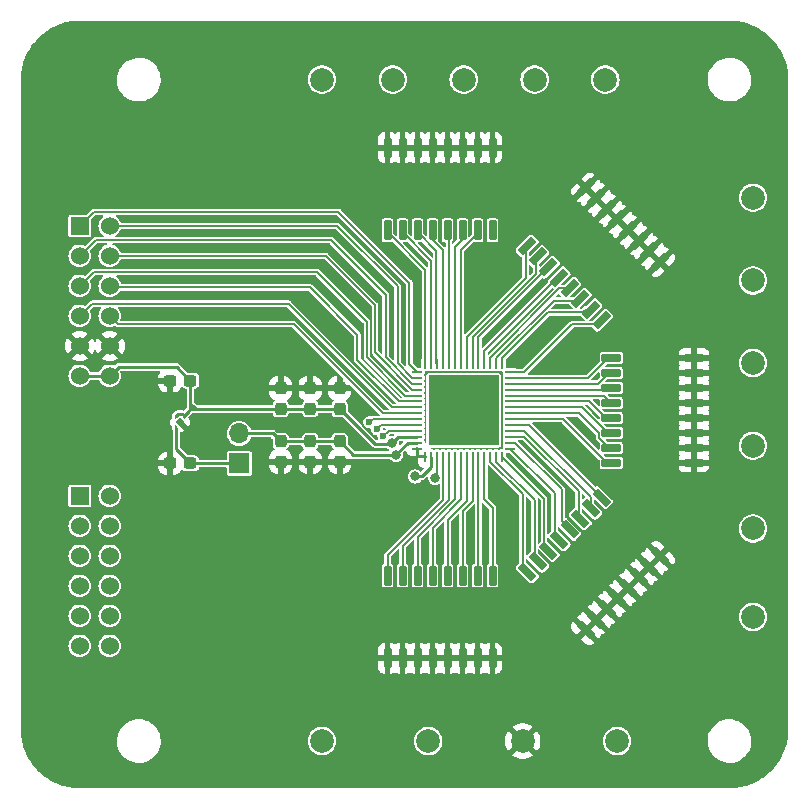
<source format=gbr>
%TF.GenerationSoftware,KiCad,Pcbnew,7.0.2*%
%TF.CreationDate,2024-02-27T00:06:23-06:00*%
%TF.ProjectId,AES_Test_Board,4145535f-5465-4737-945f-426f6172642e,rev?*%
%TF.SameCoordinates,Original*%
%TF.FileFunction,Copper,L1,Top*%
%TF.FilePolarity,Positive*%
%FSLAX46Y46*%
G04 Gerber Fmt 4.6, Leading zero omitted, Abs format (unit mm)*
G04 Created by KiCad (PCBNEW 7.0.2) date 2024-02-27 00:06:23*
%MOMM*%
%LPD*%
G01*
G04 APERTURE LIST*
G04 Aperture macros list*
%AMRoundRect*
0 Rectangle with rounded corners*
0 $1 Rounding radius*
0 $2 $3 $4 $5 $6 $7 $8 $9 X,Y pos of 4 corners*
0 Add a 4 corners polygon primitive as box body*
4,1,4,$2,$3,$4,$5,$6,$7,$8,$9,$2,$3,0*
0 Add four circle primitives for the rounded corners*
1,1,$1+$1,$2,$3*
1,1,$1+$1,$4,$5*
1,1,$1+$1,$6,$7*
1,1,$1+$1,$8,$9*
0 Add four rect primitives between the rounded corners*
20,1,$1+$1,$2,$3,$4,$5,0*
20,1,$1+$1,$4,$5,$6,$7,0*
20,1,$1+$1,$6,$7,$8,$9,0*
20,1,$1+$1,$8,$9,$2,$3,0*%
%AMRotRect*
0 Rectangle, with rotation*
0 The origin of the aperture is its center*
0 $1 length*
0 $2 width*
0 $3 Rotation angle, in degrees counterclockwise*
0 Add horizontal line*
21,1,$1,$2,0,0,$3*%
%AMFreePoly0*
4,1,5,0.110000,-0.125000,-0.110000,-0.125000,-0.110000,0.125000,0.360000,0.125000,0.110000,-0.125000,0.110000,-0.125000,$1*%
%AMFreePoly1*
4,1,6,0.290000,-0.055000,0.290000,-0.125000,-0.110000,-0.125000,-0.110000,0.125000,0.110000,0.125000,0.290000,-0.055000,0.290000,-0.055000,$1*%
%AMFreePoly2*
4,1,7,0.110000,-0.125000,-0.110000,-0.125000,-0.290000,-0.125000,-0.290000,-0.055000,-0.110000,0.125000,0.110000,0.125000,0.110000,-0.125000,0.110000,-0.125000,$1*%
%AMFreePoly3*
4,1,6,0.110000,-0.125000,-0.110000,-0.125000,-0.290000,0.055000,-0.290000,0.125000,0.110000,0.125000,0.110000,-0.125000,0.110000,-0.125000,$1*%
G04 Aperture macros list end*
%TA.AperFunction,SMDPad,CuDef*%
%ADD10RoundRect,0.237500X0.300000X0.237500X-0.300000X0.237500X-0.300000X-0.237500X0.300000X-0.237500X0*%
%TD*%
%TA.AperFunction,SMDPad,CuDef*%
%ADD11RoundRect,0.024000X0.276000X-0.771000X0.276000X0.771000X-0.276000X0.771000X-0.276000X-0.771000X0*%
%TD*%
%TA.AperFunction,SMDPad,CuDef*%
%ADD12RoundRect,0.024000X-0.276000X0.771000X-0.276000X-0.771000X0.276000X-0.771000X0.276000X0.771000X0*%
%TD*%
%TA.AperFunction,ComponentPad*%
%ADD13C,2.000000*%
%TD*%
%TA.AperFunction,SMDPad,CuDef*%
%ADD14RoundRect,0.024000X-0.350018X-0.740341X0.740341X0.350018X0.350018X0.740341X-0.740341X-0.350018X0*%
%TD*%
%TA.AperFunction,SMDPad,CuDef*%
%ADD15RoundRect,0.024000X0.350018X0.740341X-0.740341X-0.350018X-0.350018X-0.740341X0.740341X0.350018X0*%
%TD*%
%TA.AperFunction,SMDPad,CuDef*%
%ADD16RoundRect,0.062500X0.062500X-0.375000X0.062500X0.375000X-0.062500X0.375000X-0.062500X-0.375000X0*%
%TD*%
%TA.AperFunction,SMDPad,CuDef*%
%ADD17RoundRect,0.062500X0.375000X-0.062500X0.375000X0.062500X-0.375000X0.062500X-0.375000X-0.062500X0*%
%TD*%
%TA.AperFunction,SMDPad,CuDef*%
%ADD18R,5.900000X5.900000*%
%TD*%
%TA.AperFunction,SMDPad,CuDef*%
%ADD19RoundRect,0.024000X-0.771000X-0.276000X0.771000X-0.276000X0.771000X0.276000X-0.771000X0.276000X0*%
%TD*%
%TA.AperFunction,SMDPad,CuDef*%
%ADD20RoundRect,0.024000X0.771000X0.276000X-0.771000X0.276000X-0.771000X-0.276000X0.771000X-0.276000X0*%
%TD*%
%TA.AperFunction,SMDPad,CuDef*%
%ADD21RoundRect,0.237500X-0.237500X0.300000X-0.237500X-0.300000X0.237500X-0.300000X0.237500X0.300000X0*%
%TD*%
%TA.AperFunction,SMDPad,CuDef*%
%ADD22RoundRect,0.237500X0.237500X-0.300000X0.237500X0.300000X-0.237500X0.300000X-0.237500X-0.300000X0*%
%TD*%
%TA.AperFunction,SMDPad,CuDef*%
%ADD23FreePoly0,90.000000*%
%TD*%
%TA.AperFunction,SMDPad,CuDef*%
%ADD24FreePoly1,90.000000*%
%TD*%
%TA.AperFunction,SMDPad,CuDef*%
%ADD25FreePoly2,90.000000*%
%TD*%
%TA.AperFunction,SMDPad,CuDef*%
%ADD26FreePoly3,90.000000*%
%TD*%
%TA.AperFunction,SMDPad,CuDef*%
%ADD27RotRect,0.480000X0.480000X135.000000*%
%TD*%
%TA.AperFunction,SMDPad,CuDef*%
%ADD28RoundRect,0.024000X-0.740341X0.350018X0.350018X-0.740341X0.740341X-0.350018X-0.350018X0.740341X0*%
%TD*%
%TA.AperFunction,SMDPad,CuDef*%
%ADD29RoundRect,0.024000X0.740341X-0.350018X-0.350018X0.740341X-0.740341X0.350018X0.350018X-0.740341X0*%
%TD*%
%TA.AperFunction,ComponentPad*%
%ADD30R,1.700000X1.700000*%
%TD*%
%TA.AperFunction,ComponentPad*%
%ADD31O,1.700000X1.700000*%
%TD*%
%TA.AperFunction,ComponentPad*%
%ADD32R,1.524000X1.524000*%
%TD*%
%TA.AperFunction,ComponentPad*%
%ADD33C,1.524000*%
%TD*%
%TA.AperFunction,ViaPad*%
%ADD34C,0.600000*%
%TD*%
%TA.AperFunction,ViaPad*%
%ADD35C,0.800000*%
%TD*%
%TA.AperFunction,Conductor*%
%ADD36C,0.150000*%
%TD*%
%TA.AperFunction,Conductor*%
%ADD37C,0.250000*%
%TD*%
G04 APERTURE END LIST*
D10*
%TO.P,C8,1*%
%TO.N,/VDDPST*%
X96862500Y-85500000D03*
%TO.P,C8,2*%
%TO.N,/VSS*%
X95137500Y-85500000D03*
%TD*%
D11*
%TO.P,RN5,1*%
%TO.N,/MLPIN42*%
X113555000Y-72745000D03*
%TO.P,RN5,2*%
%TO.N,/MLPIN41*%
X114825000Y-72745000D03*
%TO.P,RN5,3*%
%TO.N,/MLPIN40*%
X116095000Y-72745000D03*
%TO.P,RN5,4*%
%TO.N,/MLPIN39*%
X117365000Y-72745000D03*
%TO.P,RN5,5*%
%TO.N,/MLPIN38*%
X118635000Y-72745000D03*
%TO.P,RN5,6*%
%TO.N,/MLPIN37*%
X119905000Y-72745000D03*
%TO.P,RN5,7*%
%TO.N,/MLPIN36*%
X121175000Y-72745000D03*
%TO.P,RN5,8*%
%TO.N,unconnected-(RN5-Pad8)*%
X122445000Y-72745000D03*
D12*
%TO.P,RN5,9*%
%TO.N,/VSS*%
X122445000Y-65755000D03*
%TO.P,RN5,10*%
X121175000Y-65755000D03*
%TO.P,RN5,11*%
X119905000Y-65755000D03*
%TO.P,RN5,12*%
X118635000Y-65755000D03*
%TO.P,RN5,13*%
X117365000Y-65755000D03*
%TO.P,RN5,14*%
X116095000Y-65755000D03*
%TO.P,RN5,15*%
X114825000Y-65755000D03*
%TO.P,RN5,16*%
X113555000Y-65755000D03*
%TD*%
D13*
%TO.P,SU1,1,1*%
%TO.N,/SCAN_UPDATE*%
X144500000Y-105500000D03*
%TD*%
%TO.P,KRDY1,1,1*%
%TO.N,/KRDY*%
X120000000Y-60000000D03*
%TD*%
D14*
%TO.P,RN4,1*%
%TO.N,/MLPIN35*%
X125385572Y-74078249D03*
%TO.P,RN4,2*%
%TO.N,/MLPIN34*%
X126283598Y-74976274D03*
%TO.P,RN4,3*%
%TO.N,/MLPIN33*%
X127181623Y-75874300D03*
%TO.P,RN4,4*%
%TO.N,/MLPIN32*%
X128079649Y-76772325D03*
%TO.P,RN4,5*%
%TO.N,/MLPIN31*%
X128977675Y-77670351D03*
%TO.P,RN4,6*%
%TO.N,/MLPIN30*%
X129875700Y-78568377D03*
%TO.P,RN4,7*%
%TO.N,/MLPIN29*%
X130773726Y-79466402D03*
%TO.P,RN4,8*%
%TO.N,/MLPIN28*%
X131671751Y-80364428D03*
D15*
%TO.P,RN4,9*%
%TO.N,/VSS*%
X136614428Y-75421751D03*
%TO.P,RN4,10*%
X135716402Y-74523726D03*
%TO.P,RN4,11*%
X134818377Y-73625700D03*
%TO.P,RN4,12*%
X133920351Y-72727675D03*
%TO.P,RN4,13*%
X133022325Y-71829649D03*
%TO.P,RN4,14*%
X132124300Y-70931623D03*
%TO.P,RN4,15*%
X131226274Y-70033598D03*
%TO.P,RN4,16*%
X130328249Y-69135572D03*
%TD*%
D16*
%TO.P,U1,1,VSSPST*%
%TO.N,/VSS*%
X116750000Y-91937500D03*
%TO.P,U1,2,VDDPST*%
%TO.N,/VDDPST*%
X117250000Y-91937500D03*
%TO.P,U1,3,AES_CLKOUT*%
%TO.N,/CLKOUT*%
X117750000Y-91937500D03*
%TO.P,U1,4,MLPINS*%
%TO.N,/MLPIN4*%
X118250000Y-91937500D03*
%TO.P,U1,5,MLPINS*%
%TO.N,/MLPIN5*%
X118750000Y-91937500D03*
%TO.P,U1,6,MLPINS*%
%TO.N,/MLPIN6*%
X119250000Y-91937500D03*
%TO.P,U1,7,MLPINS*%
%TO.N,/MLPIN7*%
X119750000Y-91937500D03*
%TO.P,U1,8,MLPINS*%
%TO.N,/MLPIN8*%
X120250000Y-91937500D03*
%TO.P,U1,9,MLPINS*%
%TO.N,/MLPIN9*%
X120750000Y-91937500D03*
%TO.P,U1,10,MLPINS*%
%TO.N,/MLPIN10*%
X121250000Y-91937500D03*
%TO.P,U1,11,MLPINS*%
%TO.N,/MLPIN11*%
X121750000Y-91937500D03*
%TO.P,U1,12,MLPINS*%
%TO.N,/MLPIN12*%
X122250000Y-91937500D03*
%TO.P,U1,13,MLPINS*%
%TO.N,/MLPIN13*%
X122750000Y-91937500D03*
%TO.P,U1,14,MLPINS*%
%TO.N,/MLPIN14*%
X123250000Y-91937500D03*
D17*
%TO.P,U1,15,MLPINS*%
%TO.N,/MLPIN15*%
X123937500Y-91250000D03*
%TO.P,U1,16,MLPINS*%
%TO.N,/MLPIN16*%
X123937500Y-90750000D03*
%TO.P,U1,17,MLPINS*%
%TO.N,/MLPIN17*%
X123937500Y-90250000D03*
%TO.P,U1,18,MLPINS*%
%TO.N,/MLPIN18*%
X123937500Y-89750000D03*
%TO.P,U1,19,MLPINS*%
%TO.N,/MLPIN19*%
X123937500Y-89250000D03*
%TO.P,U1,20,MLPINS*%
%TO.N,/MLPIN20*%
X123937500Y-88750000D03*
%TO.P,U1,21,MLPINS*%
%TO.N,/MLPIN21*%
X123937500Y-88250000D03*
%TO.P,U1,22,MLPINS*%
%TO.N,/MLPIN22*%
X123937500Y-87750000D03*
%TO.P,U1,23,MLPINS*%
%TO.N,/MLPIN23*%
X123937500Y-87250000D03*
%TO.P,U1,24,MLPINS*%
%TO.N,/MLPIN24*%
X123937500Y-86750000D03*
%TO.P,U1,25,MLPINS*%
%TO.N,/MLPIN25*%
X123937500Y-86250000D03*
%TO.P,U1,26,MLPINS*%
%TO.N,/MLPIN26*%
X123937500Y-85750000D03*
%TO.P,U1,27,MLPINS*%
%TO.N,/MLPIN27*%
X123937500Y-85250000D03*
%TO.P,U1,28,MLPINS*%
%TO.N,/MLPIN28*%
X123937500Y-84750000D03*
D16*
%TO.P,U1,29,MLPINS*%
%TO.N,/MLPIN29*%
X123250000Y-84062500D03*
%TO.P,U1,30,MLPINS*%
%TO.N,/MLPIN30*%
X122750000Y-84062500D03*
%TO.P,U1,31,MLPINS*%
%TO.N,/MLPIN31*%
X122250000Y-84062500D03*
%TO.P,U1,32,MLPINS*%
%TO.N,/MLPIN32*%
X121750000Y-84062500D03*
%TO.P,U1,33,MLPINS*%
%TO.N,/MLPIN33*%
X121250000Y-84062500D03*
%TO.P,U1,34,MLPINS*%
%TO.N,/MLPIN34*%
X120750000Y-84062500D03*
%TO.P,U1,35,MLPINS*%
%TO.N,/MLPIN35*%
X120250000Y-84062500D03*
%TO.P,U1,36,MLPINS*%
%TO.N,/MLPIN36*%
X119750000Y-84062500D03*
%TO.P,U1,37,MLPINS*%
%TO.N,/MLPIN37*%
X119250000Y-84062500D03*
%TO.P,U1,38,MLPINS*%
%TO.N,/MLPIN38*%
X118750000Y-84062500D03*
%TO.P,U1,39,MLPINS*%
%TO.N,/MLPIN39*%
X118250000Y-84062500D03*
%TO.P,U1,40,MLPINS*%
%TO.N,/MLPIN40*%
X117750000Y-84062500D03*
%TO.P,U1,41,MLPINS*%
%TO.N,/MLPIN41*%
X117250000Y-84062500D03*
%TO.P,U1,42,MLPINS*%
%TO.N,/MLPIN42*%
X116750000Y-84062500D03*
D17*
%TO.P,U1,43,AES_BSY*%
%TO.N,/BSY*%
X116062500Y-84750000D03*
%TO.P,U1,44,AES_Drdy*%
%TO.N,/DRDY*%
X116062500Y-85250000D03*
%TO.P,U1,45,AES_Krdy*%
%TO.N,/KRDY*%
X116062500Y-85750000D03*
%TO.P,U1,46,AES_CLK*%
%TO.N,/CLK*%
X116062500Y-86250000D03*
%TO.P,U1,47,AES_ENABLE*%
%TO.N,/ENABLE*%
X116062500Y-86750000D03*
%TO.P,U1,48,AES_RSTN*%
%TO.N,/RSTN*%
X116062500Y-87250000D03*
%TO.P,U1,49,AES_SCAN_IN*%
%TO.N,/SCAN_IN*%
X116062500Y-87750000D03*
%TO.P,U1,50,AES_SCAN_ENABLE*%
%TO.N,/SCAN_ENABLE*%
X116062500Y-88250000D03*
%TO.P,U1,51,AES_SCAN_OUT*%
%TO.N,/SCAN_OUT*%
X116062500Y-88750000D03*
%TO.P,U1,52,AES_SCAN_CLK*%
%TO.N,/SCAN_CLK*%
X116062500Y-89250000D03*
%TO.P,U1,53,AES_SCAN_UPDATE*%
%TO.N,/SCAN_UPDATE*%
X116062500Y-89750000D03*
%TO.P,U1,54,VDDPOC*%
%TO.N,/VDDPST*%
X116062500Y-90250000D03*
%TO.P,U1,55,VDD0*%
%TO.N,/VDDD*%
X116062500Y-90750000D03*
%TO.P,U1,56,VSS0*%
%TO.N,/VSS*%
X116062500Y-91250000D03*
D18*
%TO.P,U1,57*%
%TO.N,N/C*%
X120000000Y-88000000D03*
%TD*%
D13*
%TO.P,CLKOUT1,1,1*%
%TO.N,/CLKOUT*%
X133000000Y-116000000D03*
%TD*%
D19*
%TO.P,RN3,1*%
%TO.N,/MLPIN27*%
X132510000Y-83555000D03*
%TO.P,RN3,2*%
%TO.N,/MLPIN26*%
X132510000Y-84825000D03*
%TO.P,RN3,3*%
%TO.N,/MLPIN25*%
X132510000Y-86095000D03*
%TO.P,RN3,4*%
%TO.N,/MLPIN24*%
X132510000Y-87365000D03*
%TO.P,RN3,5*%
%TO.N,/MLPIN23*%
X132510000Y-88635000D03*
%TO.P,RN3,6*%
%TO.N,/MLPIN22*%
X132510000Y-89905000D03*
%TO.P,RN3,7*%
%TO.N,/MLPIN21*%
X132510000Y-91175000D03*
%TO.P,RN3,8*%
%TO.N,/MLPIN20*%
X132510000Y-92445000D03*
D20*
%TO.P,RN3,9*%
%TO.N,/VSS*%
X139500000Y-92445000D03*
%TO.P,RN3,10*%
X139500000Y-91175000D03*
%TO.P,RN3,11*%
X139500000Y-89905000D03*
%TO.P,RN3,12*%
X139500000Y-88635000D03*
%TO.P,RN3,13*%
X139500000Y-87365000D03*
%TO.P,RN3,14*%
X139500000Y-86095000D03*
%TO.P,RN3,15*%
X139500000Y-84825000D03*
%TO.P,RN3,16*%
X139500000Y-83555000D03*
%TD*%
D13*
%TO.P,VDDPST1,1,1*%
%TO.N,/VDDPST*%
X108000000Y-116000000D03*
%TD*%
D21*
%TO.P,C1,1*%
%TO.N,/VDDD*%
X109500000Y-90637500D03*
%TO.P,C1,2*%
%TO.N,/VSS*%
X109500000Y-92362500D03*
%TD*%
D13*
%TO.P,BSY1,1,1*%
%TO.N,/BSY*%
X108000000Y-60000000D03*
%TD*%
%TO.P,SE1,1,1*%
%TO.N,/SCAN_ENABLE*%
X144500000Y-84000000D03*
%TD*%
%TO.P,SO1,1,1*%
%TO.N,/SCAN_OUT*%
X144500000Y-91000000D03*
%TD*%
%TO.P,CLK1,1,1*%
%TO.N,/CLK*%
X126000000Y-60000000D03*
%TD*%
%TO.P,VDDD1,1,1*%
%TO.N,/VDDD*%
X117000000Y-116000000D03*
%TD*%
D12*
%TO.P,RN1,1*%
%TO.N,/MLPIN11*%
X122445000Y-102005000D03*
%TO.P,RN1,2*%
%TO.N,/MLPIN10*%
X121175000Y-102005000D03*
%TO.P,RN1,3*%
%TO.N,/MLPIN9*%
X119905000Y-102005000D03*
%TO.P,RN1,4*%
%TO.N,/MLPIN8*%
X118635000Y-102005000D03*
%TO.P,RN1,5*%
%TO.N,/MLPIN7*%
X117365000Y-102005000D03*
%TO.P,RN1,6*%
%TO.N,/MLPIN6*%
X116095000Y-102005000D03*
%TO.P,RN1,7*%
%TO.N,/MLPIN5*%
X114825000Y-102005000D03*
%TO.P,RN1,8*%
%TO.N,/MLPIN4*%
X113555000Y-102005000D03*
D11*
%TO.P,RN1,9*%
%TO.N,/VSS*%
X113555000Y-108995000D03*
%TO.P,RN1,10*%
X114825000Y-108995000D03*
%TO.P,RN1,11*%
X116095000Y-108995000D03*
%TO.P,RN1,12*%
X117365000Y-108995000D03*
%TO.P,RN1,13*%
X118635000Y-108995000D03*
%TO.P,RN1,14*%
X119905000Y-108995000D03*
%TO.P,RN1,15*%
X121175000Y-108995000D03*
%TO.P,RN1,16*%
X122445000Y-108995000D03*
%TD*%
D13*
%TO.P,SCLK1,1,1*%
%TO.N,/SCAN_CLK*%
X144500000Y-98000000D03*
%TD*%
D22*
%TO.P,C4,1*%
%TO.N,/VDDPST*%
X109500000Y-87862500D03*
%TO.P,C4,2*%
%TO.N,/VSS*%
X109500000Y-86137500D03*
%TD*%
D23*
%TO.P,U3,1,OUT*%
%TO.N,Net-(J3-Pin_1)*%
X95675000Y-89540000D03*
D24*
%TO.P,U3,2,GND*%
%TO.N,/VSS*%
X96325000Y-89540000D03*
D25*
%TO.P,U3,3,EN*%
%TO.N,/VDDPST*%
X96325000Y-88460000D03*
D26*
%TO.P,U3,4,IN*%
X95675000Y-88460000D03*
D27*
%TO.P,U3,5,GND*%
%TO.N,/VSS*%
X96000000Y-89000000D03*
%TD*%
D13*
%TO.P,EN1,1,1*%
%TO.N,/ENABLE*%
X132000000Y-60000000D03*
%TD*%
D22*
%TO.P,C6,1*%
%TO.N,/VDDPST*%
X104500000Y-87862500D03*
%TO.P,C6,2*%
%TO.N,/VSS*%
X104500000Y-86137500D03*
%TD*%
D13*
%TO.P,RSTN1,1,1*%
%TO.N,/RSTN*%
X144500000Y-70000000D03*
%TD*%
D21*
%TO.P,C2,1*%
%TO.N,/VDDD*%
X107000000Y-90637500D03*
%TO.P,C2,2*%
%TO.N,/VSS*%
X107000000Y-92362500D03*
%TD*%
%TO.P,C3,1*%
%TO.N,/VDDD*%
X104500000Y-90637500D03*
%TO.P,C3,2*%
%TO.N,/VSS*%
X104500000Y-92362500D03*
%TD*%
D13*
%TO.P,DRDY1,1,1*%
%TO.N,/DRDY*%
X114000000Y-60000000D03*
%TD*%
D22*
%TO.P,C5,1*%
%TO.N,/VDDPST*%
X107000000Y-87862500D03*
%TO.P,C5,2*%
%TO.N,/VSS*%
X107000000Y-86137500D03*
%TD*%
D13*
%TO.P,SI1,1,1*%
%TO.N,/SCAN_IN*%
X144500000Y-77000000D03*
%TD*%
D10*
%TO.P,C7,1*%
%TO.N,Net-(J3-Pin_1)*%
X96862500Y-92500000D03*
%TO.P,C7,2*%
%TO.N,/VSS*%
X95137500Y-92500000D03*
%TD*%
D28*
%TO.P,RN2,1*%
%TO.N,/MLPIN19*%
X131671751Y-95385572D03*
%TO.P,RN2,2*%
%TO.N,/MLPIN18*%
X130773726Y-96283598D03*
%TO.P,RN2,3*%
%TO.N,/MLPIN17*%
X129875700Y-97181623D03*
%TO.P,RN2,4*%
%TO.N,/MLPIN16*%
X128977675Y-98079649D03*
%TO.P,RN2,5*%
%TO.N,/MLPIN15*%
X128079649Y-98977675D03*
%TO.P,RN2,6*%
%TO.N,/MLPIN14*%
X127181623Y-99875700D03*
%TO.P,RN2,7*%
%TO.N,/MLPIN13*%
X126283598Y-100773726D03*
%TO.P,RN2,8*%
%TO.N,/MLPIN12*%
X125385572Y-101671751D03*
D29*
%TO.P,RN2,9*%
%TO.N,/VSS*%
X130328249Y-106614428D03*
%TO.P,RN2,10*%
X131226274Y-105716402D03*
%TO.P,RN2,11*%
X132124300Y-104818377D03*
%TO.P,RN2,12*%
X133022325Y-103920351D03*
%TO.P,RN2,13*%
X133920351Y-103022325D03*
%TO.P,RN2,14*%
X134818377Y-102124300D03*
%TO.P,RN2,15*%
X135716402Y-101226274D03*
%TO.P,RN2,16*%
X136614428Y-100328249D03*
%TD*%
D30*
%TO.P,J3,1,Pin_1*%
%TO.N,Net-(J3-Pin_1)*%
X101000000Y-92500000D03*
D31*
%TO.P,J3,2,Pin_2*%
%TO.N,/VDDD*%
X101000000Y-89960000D03*
%TD*%
D13*
%TO.P,VSS1,1,1*%
%TO.N,/VSS*%
X125000000Y-116000000D03*
%TD*%
D32*
%TO.P,J2,1,Pin_1*%
%TO.N,/SCAN_OUT*%
X87500000Y-95250000D03*
D33*
%TO.P,J2,2,Pin_2*%
%TO.N,/SCAN_CLK*%
X87500000Y-97790000D03*
%TO.P,J2,3,Pin_3*%
%TO.N,/SCAN_UPDATE*%
X87500000Y-100330000D03*
%TO.P,J2,4,Pin_4*%
%TO.N,unconnected-(J2-Pin_4-Pad4)*%
X87500000Y-102870000D03*
%TO.P,J2,5,Pin_5*%
%TO.N,unconnected-(J2-Pin_5-Pad5)*%
X87500000Y-105410000D03*
%TO.P,J2,6,Pin_6*%
%TO.N,unconnected-(J2-Pin_6-Pad6)*%
X87500000Y-107950000D03*
%TO.P,J2,7,Pin_7*%
%TO.N,unconnected-(J2-Pin_7-Pad7)*%
X90040000Y-95250000D03*
%TO.P,J2,8,Pin_8*%
%TO.N,unconnected-(J2-Pin_8-Pad8)*%
X90040000Y-97790000D03*
%TO.P,J2,9,Pin_9*%
%TO.N,unconnected-(J2-Pin_9-Pad9)*%
X90040000Y-100330000D03*
%TO.P,J2,10,Pin_10*%
%TO.N,unconnected-(J2-Pin_10-Pad10)*%
X90040000Y-102870000D03*
%TO.P,J2,11,Pin_11*%
%TO.N,unconnected-(J2-Pin_11-Pad11)*%
X90040000Y-105410000D03*
%TO.P,J2,12,Pin_12*%
%TO.N,unconnected-(J2-Pin_12-Pad12)*%
X90040000Y-107950000D03*
%TD*%
D32*
%TO.P,J1,1,Pin_1*%
%TO.N,/BSY*%
X87500000Y-72390000D03*
D33*
%TO.P,J1,2,Pin_2*%
%TO.N,/KRDY*%
X87500000Y-74930000D03*
%TO.P,J1,3,Pin_3*%
%TO.N,/ENABLE*%
X87500000Y-77470000D03*
%TO.P,J1,4,Pin_4*%
%TO.N,/SCAN_IN*%
X87500000Y-80010000D03*
%TO.P,J1,5,Pin_5*%
%TO.N,/VSS*%
X87500000Y-82550000D03*
%TO.P,J1,6,Pin_6*%
%TO.N,/VDDPST*%
X87500000Y-85090000D03*
%TO.P,J1,7,Pin_7*%
%TO.N,/DRDY*%
X90040000Y-72390000D03*
%TO.P,J1,8,Pin_8*%
%TO.N,/CLK*%
X90040000Y-74930000D03*
%TO.P,J1,9,Pin_9*%
%TO.N,/RSTN*%
X90040000Y-77470000D03*
%TO.P,J1,10,Pin_10*%
%TO.N,/SCAN_ENABLE*%
X90040000Y-80010000D03*
%TO.P,J1,11,Pin_11*%
%TO.N,/VSS*%
X90040000Y-82550000D03*
%TO.P,J1,12,Pin_12*%
%TO.N,/VDDPST*%
X90040000Y-85090000D03*
%TD*%
D34*
%TO.N,/SCAN_UPDATE*%
X113200000Y-90200000D03*
%TO.N,/SCAN_CLK*%
X112624876Y-89602586D03*
%TO.N,/VSS*%
X105100000Y-73000000D03*
D35*
X105800000Y-89200000D03*
X100000000Y-95000000D03*
X140000000Y-95000000D03*
X110000000Y-65000000D03*
X120000000Y-105000000D03*
X110000000Y-115000000D03*
D34*
X105100000Y-71800000D03*
D35*
X90000000Y-65000000D03*
X110000000Y-105000000D03*
X140000000Y-105000000D03*
X140000000Y-115000000D03*
X120000000Y-115000000D03*
X90000000Y-115000000D03*
D34*
X103400000Y-75700000D03*
D35*
X130000000Y-65000000D03*
X100000000Y-105000000D03*
X100000000Y-115000000D03*
D34*
X103400000Y-78300000D03*
X103400000Y-74300000D03*
X103400000Y-79900000D03*
D35*
X100000000Y-97900000D03*
X130000000Y-115000000D03*
D34*
X103400000Y-81700000D03*
D35*
X100000000Y-65000000D03*
D34*
X103400000Y-77000000D03*
D35*
X140000000Y-65000000D03*
X130000000Y-75000000D03*
D34*
%TO.N,/SCAN_OUT*%
X112000000Y-88999503D03*
D35*
%TO.N,/CLKOUT*%
X117575500Y-93700000D03*
%TO.N,/VDDPST*%
X115900000Y-93600000D03*
X113898894Y-90766262D03*
%TO.N,/VDDD*%
X114288198Y-91756187D03*
%TD*%
D36*
%TO.N,/SCAN_IN*%
X88537000Y-78973000D02*
X87500000Y-80010000D01*
X116062500Y-87750000D02*
X113950000Y-87750000D01*
X113950000Y-87750000D02*
X105173000Y-78973000D01*
X105173000Y-78973000D02*
X88537000Y-78973000D01*
%TO.N,/SCAN_ENABLE*%
X105600000Y-80700000D02*
X90730000Y-80700000D01*
X113150000Y-88250000D02*
X105600000Y-80700000D01*
X90730000Y-80700000D02*
X90040000Y-80010000D01*
X116062500Y-88250000D02*
X113150000Y-88250000D01*
%TO.N,/SCAN_UPDATE*%
X113200000Y-90200000D02*
X113650000Y-89750000D01*
X113650000Y-89750000D02*
X116062500Y-89750000D01*
%TO.N,/SCAN_CLK*%
X112977462Y-89250000D02*
X116062500Y-89250000D01*
X112624876Y-89602586D02*
X112977462Y-89250000D01*
%TO.N,/SCAN_OUT*%
X112349503Y-88750000D02*
X116062500Y-88750000D01*
X112100000Y-88999503D02*
X112349503Y-88750000D01*
%TO.N,/RSTN*%
X107000000Y-77600000D02*
X90170000Y-77600000D01*
X111000000Y-83700000D02*
X111000000Y-81600000D01*
X116062500Y-87250000D02*
X114550000Y-87250000D01*
X90170000Y-77600000D02*
X90040000Y-77470000D01*
X111000000Y-81600000D02*
X107000000Y-77600000D01*
X114550000Y-87250000D02*
X111000000Y-83700000D01*
%TO.N,/ENABLE*%
X88670000Y-76300000D02*
X87500000Y-77470000D01*
X111800000Y-80500000D02*
X107600000Y-76300000D01*
X115050000Y-86750000D02*
X111800000Y-83500000D01*
X111800000Y-83500000D02*
X111800000Y-80500000D01*
X116062500Y-86750000D02*
X115050000Y-86750000D01*
X107600000Y-76300000D02*
X88670000Y-76300000D01*
%TO.N,/BSY*%
X116062500Y-84750000D02*
X115400000Y-84087500D01*
X115400000Y-84087500D02*
X115400000Y-77200000D01*
X115400000Y-77200000D02*
X109400000Y-71200000D01*
X109400000Y-71200000D02*
X88690000Y-71200000D01*
X88690000Y-71200000D02*
X87500000Y-72390000D01*
%TO.N,/KRDY*%
X113400000Y-78200000D02*
X108800000Y-73600000D01*
X113400000Y-83502297D02*
X113400000Y-78200000D01*
X108800000Y-73600000D02*
X88830000Y-73600000D01*
X115647703Y-85750000D02*
X113400000Y-83502297D01*
X116062500Y-85750000D02*
X115647703Y-85750000D01*
X88830000Y-73600000D02*
X87500000Y-74930000D01*
%TO.N,/DRDY*%
X114400000Y-84002297D02*
X114400000Y-77500000D01*
X95260000Y-72400000D02*
X95250000Y-72390000D01*
X114400000Y-77500000D02*
X109300000Y-72400000D01*
X109300000Y-72400000D02*
X95260000Y-72400000D01*
X95250000Y-72390000D02*
X90040000Y-72390000D01*
X115647703Y-85250000D02*
X114400000Y-84002297D01*
X116062500Y-85250000D02*
X115647703Y-85250000D01*
%TO.N,/CLK*%
X115647703Y-86250000D02*
X112500000Y-83102297D01*
X112500000Y-79100000D02*
X108330000Y-74930000D01*
X116062500Y-86250000D02*
X115647703Y-86250000D01*
X112500000Y-83102297D02*
X112500000Y-79100000D01*
X108330000Y-74930000D02*
X90040000Y-74930000D01*
%TO.N,/CLKOUT*%
X117575500Y-93700000D02*
X117750000Y-93525500D01*
X117750000Y-93525500D02*
X117750000Y-91937500D01*
D37*
%TO.N,/VDDPST*%
X97081250Y-87668750D02*
X97081250Y-87703750D01*
X87500000Y-85090000D02*
X90040000Y-85090000D01*
X97150000Y-87737500D02*
X97081250Y-87668750D01*
X96862500Y-87922500D02*
X96325000Y-88460000D01*
X104352500Y-88010000D02*
X104500000Y-87862500D01*
X90040000Y-85090000D02*
X90801999Y-84328001D01*
X117250000Y-92787999D02*
X116437999Y-93600000D01*
X113898894Y-90766262D02*
X114415156Y-90250000D01*
X97150000Y-87737500D02*
X97150000Y-87750000D01*
X107000000Y-87862500D02*
X109500000Y-87862500D01*
X96885000Y-87900000D02*
X97150000Y-87900000D01*
X97150000Y-87900000D02*
X97300000Y-87900000D01*
X97150000Y-87900000D02*
X97150000Y-87737500D01*
X95690501Y-84328001D02*
X96862500Y-85500000D01*
X116437999Y-93600000D02*
X115900000Y-93600000D01*
X97150000Y-87750000D02*
X97300000Y-87900000D01*
X96200589Y-88335589D02*
X96325000Y-88460000D01*
X95675000Y-88460000D02*
X95799411Y-88335589D01*
X96862500Y-87450000D02*
X96862500Y-87922500D01*
X97081250Y-87703750D02*
X96885000Y-87900000D01*
X113840156Y-90825000D02*
X113898894Y-90766262D01*
X112462500Y-90825000D02*
X113840156Y-90825000D01*
X114415156Y-90250000D02*
X116062500Y-90250000D01*
X95799411Y-88335589D02*
X96200589Y-88335589D01*
X104325000Y-88037500D02*
X104500000Y-87862500D01*
X97081250Y-87668750D02*
X96862500Y-87450000D01*
X117250000Y-91937500D02*
X117250000Y-92787999D01*
X96325000Y-88460000D02*
X96742500Y-88042500D01*
X109500000Y-87862500D02*
X112462500Y-90825000D01*
X96862500Y-85500000D02*
X96862500Y-87450000D01*
X90801999Y-84328001D02*
X95690501Y-84328001D01*
X104462500Y-87900000D02*
X104500000Y-87862500D01*
X107000000Y-87862500D02*
X104500000Y-87862500D01*
X97300000Y-87900000D02*
X104462500Y-87900000D01*
X96885000Y-87900000D02*
X96862500Y-87922500D01*
%TO.N,/VDDD*%
X114288198Y-91711802D02*
X115250000Y-90750000D01*
X110618687Y-91756187D02*
X114288198Y-91756187D01*
X103822500Y-89960000D02*
X104500000Y-90637500D01*
X109500000Y-90637500D02*
X110618687Y-91756187D01*
X101000000Y-89960000D02*
X103822500Y-89960000D01*
X115250000Y-90750000D02*
X116062500Y-90750000D01*
X107000000Y-90637500D02*
X109500000Y-90637500D01*
X114288198Y-91756187D02*
X114288198Y-91711802D01*
X104500000Y-90637500D02*
X107000000Y-90637500D01*
D36*
%TO.N,/MLPIN4*%
X118250000Y-95560052D02*
X113555000Y-100255052D01*
X113555000Y-100255052D02*
X113555000Y-102005000D01*
X118250000Y-91937500D02*
X118250000Y-95560052D01*
%TO.N,/MLPIN5*%
X114825000Y-99480026D02*
X114825000Y-102005000D01*
X118750000Y-91937500D02*
X118750000Y-95555026D01*
X118750000Y-95555026D02*
X114825000Y-99480026D01*
%TO.N,/MLPIN6*%
X116095000Y-98705000D02*
X116095000Y-102005000D01*
X119250000Y-95550000D02*
X116095000Y-98705000D01*
X119250000Y-91937500D02*
X119250000Y-95550000D01*
%TO.N,/MLPIN7*%
X117365000Y-97935000D02*
X117365000Y-102005000D01*
X119750000Y-95550000D02*
X117365000Y-97935000D01*
X119750000Y-91937500D02*
X119750000Y-95550000D01*
%TO.N,/MLPIN8*%
X118635000Y-97270026D02*
X118635000Y-102005000D01*
X120250000Y-91937500D02*
X120250000Y-95655026D01*
X120250000Y-95655026D02*
X118635000Y-97270026D01*
%TO.N,/MLPIN9*%
X120750000Y-91937500D02*
X120750000Y-95650000D01*
X120750000Y-95650000D02*
X119905000Y-96495000D01*
X119905000Y-96495000D02*
X119905000Y-102005000D01*
%TO.N,/MLPIN10*%
X121250000Y-101930000D02*
X121175000Y-102005000D01*
X121250000Y-91937500D02*
X121250000Y-101930000D01*
%TO.N,/MLPIN11*%
X122445000Y-96245000D02*
X121750000Y-95550000D01*
X121750000Y-95550000D02*
X121750000Y-91937500D01*
X122445000Y-102005000D02*
X122445000Y-96245000D01*
%TO.N,/MLPIN12*%
X125385572Y-101671751D02*
X125000000Y-101286179D01*
X125000000Y-95102297D02*
X122250000Y-92352297D01*
X122250000Y-92352297D02*
X122250000Y-91937500D01*
X125000000Y-101286179D02*
X125000000Y-95102297D01*
%TO.N,/MLPIN13*%
X126283598Y-100773726D02*
X126000000Y-100490128D01*
X126000000Y-95602297D02*
X122750000Y-92352297D01*
X122750000Y-92352297D02*
X122750000Y-91937500D01*
X126000000Y-100490128D02*
X126000000Y-95602297D01*
%TO.N,/MLPIN14*%
X126800000Y-99494077D02*
X126800000Y-95487500D01*
X127181623Y-99875700D02*
X126800000Y-99494077D01*
X126800000Y-95487500D02*
X123250000Y-91937500D01*
%TO.N,/MLPIN15*%
X123937500Y-91250000D02*
X127700000Y-95012500D01*
X127700000Y-98598026D02*
X128079649Y-98977675D01*
X127700000Y-95012500D02*
X127700000Y-98598026D01*
%TO.N,/MLPIN16*%
X128300000Y-94697703D02*
X128300000Y-97401974D01*
X128300000Y-97401974D02*
X128977675Y-98079649D01*
X123937500Y-90750000D02*
X124352297Y-90750000D01*
X124352297Y-90750000D02*
X128300000Y-94697703D01*
%TO.N,/MLPIN17*%
X129734385Y-94834385D02*
X125150000Y-90250000D01*
X129875700Y-97181623D02*
X129734385Y-97040308D01*
X129734385Y-97040308D02*
X129734385Y-94834385D01*
X125150000Y-90250000D02*
X123937500Y-90250000D01*
%TO.N,/MLPIN18*%
X125150000Y-89750000D02*
X123937500Y-89750000D01*
X130773726Y-96283598D02*
X130773726Y-95373726D01*
X130773726Y-95373726D02*
X125150000Y-89750000D01*
%TO.N,/MLPIN19*%
X131671751Y-95385572D02*
X125536179Y-89250000D01*
X125536179Y-89250000D02*
X123937500Y-89250000D01*
%TO.N,/MLPIN20*%
X123937500Y-88750000D02*
X128450000Y-88750000D01*
X132145000Y-92445000D02*
X132510000Y-92445000D01*
X128450000Y-88750000D02*
X132145000Y-92445000D01*
%TO.N,/MLPIN21*%
X131440000Y-90304850D02*
X132310150Y-91175000D01*
X129750000Y-88250000D02*
X131440000Y-89940000D01*
X132310150Y-91175000D02*
X132510000Y-91175000D01*
X131440000Y-89940000D02*
X131440000Y-90304850D01*
X123937500Y-88250000D02*
X129750000Y-88250000D01*
%TO.N,/MLPIN22*%
X130050000Y-87750000D02*
X132205000Y-89905000D01*
X123937500Y-87750000D02*
X130050000Y-87750000D01*
X132205000Y-89905000D02*
X132510000Y-89905000D01*
%TO.N,/MLPIN23*%
X123937500Y-87250000D02*
X130650000Y-87250000D01*
X130650000Y-87250000D02*
X132100000Y-88700000D01*
X132100000Y-88700000D02*
X132445000Y-88700000D01*
X132445000Y-88700000D02*
X132510000Y-88635000D01*
%TO.N,/MLPIN24*%
X131895000Y-86750000D02*
X132510000Y-87365000D01*
X123937500Y-86750000D02*
X131895000Y-86750000D01*
%TO.N,/MLPIN25*%
X123937500Y-86250000D02*
X132355000Y-86250000D01*
X132355000Y-86250000D02*
X132510000Y-86095000D01*
%TO.N,/MLPIN26*%
X132435000Y-84900000D02*
X132510000Y-84825000D01*
X123937500Y-85750000D02*
X131350000Y-85750000D01*
X132200000Y-84900000D02*
X132435000Y-84900000D01*
X131350000Y-85750000D02*
X132200000Y-84900000D01*
%TO.N,/MLPIN27*%
X132245000Y-83555000D02*
X132510000Y-83555000D01*
X123937500Y-85250000D02*
X130550000Y-85250000D01*
X130550000Y-85250000D02*
X132245000Y-83555000D01*
%TO.N,/MLPIN28*%
X125150000Y-84750000D02*
X123937500Y-84750000D01*
X129200000Y-80700000D02*
X125150000Y-84750000D01*
X131336179Y-80700000D02*
X129200000Y-80700000D01*
X131671751Y-80364428D02*
X131336179Y-80700000D01*
%TO.N,/MLPIN29*%
X130070064Y-79700000D02*
X127143826Y-79700000D01*
X127143826Y-79700000D02*
X123250000Y-83593826D01*
X130773726Y-79466402D02*
X130303662Y-79466402D01*
X123250000Y-83593826D02*
X123250000Y-84062500D01*
X130303662Y-79466402D02*
X130070064Y-79700000D01*
%TO.N,/MLPIN30*%
X129734385Y-78709692D02*
X129875700Y-78568377D01*
X122750000Y-84062500D02*
X122750000Y-83598852D01*
X122750000Y-83598852D02*
X127639160Y-78709692D01*
X127639160Y-78709692D02*
X129734385Y-78709692D01*
%TO.N,/MLPIN31*%
X128112223Y-77670351D02*
X122250000Y-83532574D01*
X128977675Y-77670351D02*
X128112223Y-77670351D01*
X122250000Y-83532574D02*
X122250000Y-84062500D01*
%TO.N,/MLPIN32*%
X127927675Y-76772325D02*
X121750000Y-82950000D01*
X128079649Y-76772325D02*
X127927675Y-76772325D01*
X121750000Y-82950000D02*
X121750000Y-84062500D01*
%TO.N,/MLPIN33*%
X121250000Y-81805923D02*
X121250000Y-84062500D01*
X127181623Y-75874300D02*
X121250000Y-81805923D01*
%TO.N,/MLPIN34*%
X120750000Y-81810949D02*
X120750000Y-84062500D01*
X126142282Y-76418667D02*
X120750000Y-81810949D01*
X126142282Y-75117590D02*
X126142282Y-76418667D01*
X126283598Y-74976274D02*
X126142282Y-75117590D01*
%TO.N,/MLPIN35*%
X125244257Y-74219564D02*
X125244257Y-76821718D01*
X125385572Y-74078249D02*
X125244257Y-74219564D01*
X120250000Y-81815975D02*
X120250000Y-84062500D01*
X125244257Y-76821718D02*
X120250000Y-81815975D01*
%TO.N,/MLPIN36*%
X121175000Y-72745000D02*
X121175000Y-73025000D01*
X119750000Y-74450000D02*
X119750000Y-84062500D01*
X121175000Y-73025000D02*
X119750000Y-74450000D01*
%TO.N,/MLPIN37*%
X119250000Y-74150000D02*
X119250000Y-84062500D01*
X119905000Y-72745000D02*
X119905000Y-73495000D01*
X119905000Y-73495000D02*
X119250000Y-74150000D01*
%TO.N,/MLPIN38*%
X118750000Y-72860000D02*
X118750000Y-84062500D01*
X118635000Y-72745000D02*
X118750000Y-72860000D01*
%TO.N,/MLPIN39*%
X117365000Y-73565000D02*
X118250000Y-74450000D01*
X117365000Y-72745000D02*
X117365000Y-73565000D01*
X118250000Y-74450000D02*
X118250000Y-84062500D01*
%TO.N,/MLPIN40*%
X117700000Y-84012500D02*
X117750000Y-84062500D01*
X116095000Y-72745000D02*
X116095000Y-72944850D01*
X117700000Y-74549850D02*
X117700000Y-84012500D01*
X116095000Y-72944850D02*
X117700000Y-74549850D01*
%TO.N,/MLPIN41*%
X114825000Y-72745000D02*
X114825000Y-72944850D01*
X114825000Y-72944850D02*
X117250000Y-75369850D01*
X117250000Y-75369850D02*
X117250000Y-84062500D01*
%TO.N,/MLPIN42*%
X113555000Y-72745000D02*
X113555000Y-72944850D01*
X116750000Y-76139850D02*
X116750000Y-84062500D01*
X113555000Y-72944850D02*
X116750000Y-76139850D01*
D37*
%TO.N,Net-(J3-Pin_1)*%
X95675000Y-89540000D02*
X95675000Y-91312500D01*
X96862500Y-92500000D02*
X101000000Y-92500000D01*
X95675000Y-91312500D02*
X96862500Y-92500000D01*
%TD*%
%TA.AperFunction,Conductor*%
%TO.N,/VSS*%
G36*
X105077190Y-79266806D02*
G01*
X113678190Y-87867806D01*
X113696496Y-87912000D01*
X113678190Y-87956194D01*
X113633996Y-87974500D01*
X113290004Y-87974500D01*
X113245810Y-87956194D01*
X105818345Y-80528729D01*
X105810572Y-80519258D01*
X105798623Y-80501375D01*
X105775624Y-80486008D01*
X105775623Y-80486007D01*
X105775622Y-80486006D01*
X105745724Y-80466029D01*
X105707495Y-80440485D01*
X105707494Y-80440484D01*
X105621097Y-80423299D01*
X105621094Y-80423299D01*
X105600000Y-80419103D01*
X105578906Y-80423299D01*
X105566713Y-80424500D01*
X91004344Y-80424500D01*
X90960150Y-80406194D01*
X90941844Y-80362000D01*
X90944534Y-80343860D01*
X90988573Y-80198683D01*
X91007157Y-80010000D01*
X90988573Y-79821317D01*
X90933537Y-79639885D01*
X90844162Y-79472676D01*
X90744017Y-79350650D01*
X90730131Y-79304874D01*
X90752680Y-79262687D01*
X90792330Y-79248500D01*
X105032996Y-79248500D01*
X105077190Y-79266806D01*
G37*
%TD.AperFunction*%
%TA.AperFunction,Conductor*%
G36*
X107504190Y-76593806D02*
G01*
X111506194Y-80595810D01*
X111524500Y-80640004D01*
X111524500Y-83466712D01*
X111523299Y-83478904D01*
X111519103Y-83499999D01*
X111523299Y-83521093D01*
X111523299Y-83521096D01*
X111540484Y-83607494D01*
X111593137Y-83686293D01*
X111601376Y-83698624D01*
X111619258Y-83710572D01*
X111628729Y-83718345D01*
X114778190Y-86867806D01*
X114796496Y-86912000D01*
X114778190Y-86956194D01*
X114733996Y-86974500D01*
X114690004Y-86974500D01*
X114645810Y-86956194D01*
X111293806Y-83604190D01*
X111275500Y-83559996D01*
X111275500Y-81633286D01*
X111276701Y-81621093D01*
X111280897Y-81600000D01*
X111259515Y-81492505D01*
X111213994Y-81424378D01*
X111213992Y-81424376D01*
X111198624Y-81401376D01*
X111180735Y-81389423D01*
X111171269Y-81381653D01*
X107218345Y-77428729D01*
X107210572Y-77419258D01*
X107198624Y-77401376D01*
X107175623Y-77386007D01*
X107175622Y-77386006D01*
X107140451Y-77362506D01*
X107107495Y-77340484D01*
X107021097Y-77323299D01*
X107021094Y-77323299D01*
X107006183Y-77320333D01*
X107000000Y-77319103D01*
X106993817Y-77320333D01*
X106978906Y-77323299D01*
X106966713Y-77324500D01*
X91048026Y-77324500D01*
X91003832Y-77306194D01*
X90988217Y-77280143D01*
X90957507Y-77178904D01*
X90933537Y-77099885D01*
X90844162Y-76932676D01*
X90723883Y-76786117D01*
X90602271Y-76686312D01*
X90579723Y-76644126D01*
X90593609Y-76598350D01*
X90635796Y-76575801D01*
X90641922Y-76575500D01*
X107459996Y-76575500D01*
X107504190Y-76593806D01*
G37*
%TD.AperFunction*%
%TA.AperFunction,Conductor*%
G36*
X109304190Y-71493806D02*
G01*
X115106194Y-77295809D01*
X115124500Y-77340003D01*
X115124500Y-84054212D01*
X115123299Y-84066404D01*
X115121628Y-84074808D01*
X115119103Y-84087500D01*
X115122742Y-84105796D01*
X115123299Y-84108593D01*
X115123299Y-84108596D01*
X115139563Y-84190364D01*
X115130231Y-84237281D01*
X115090457Y-84263856D01*
X115043540Y-84254524D01*
X115034070Y-84246751D01*
X114693806Y-83906487D01*
X114675500Y-83862293D01*
X114675500Y-77533286D01*
X114676701Y-77521093D01*
X114680897Y-77500000D01*
X114662583Y-77407929D01*
X114659515Y-77392505D01*
X114622689Y-77337391D01*
X114613994Y-77324378D01*
X114613992Y-77324376D01*
X114598624Y-77301376D01*
X114580735Y-77289423D01*
X114571269Y-77281653D01*
X109518345Y-72228729D01*
X109510572Y-72219258D01*
X109498624Y-72201376D01*
X109498536Y-72201317D01*
X109480739Y-72189425D01*
X109480733Y-72189420D01*
X109449466Y-72168529D01*
X109407494Y-72140484D01*
X109321097Y-72123299D01*
X109321094Y-72123299D01*
X109300000Y-72119103D01*
X109278906Y-72123299D01*
X109266713Y-72124500D01*
X95333561Y-72124500D01*
X95321368Y-72123299D01*
X95271097Y-72113299D01*
X95271094Y-72113299D01*
X95250000Y-72109103D01*
X95228906Y-72113299D01*
X95216713Y-72114500D01*
X91008591Y-72114500D01*
X90964397Y-72096194D01*
X90948782Y-72070142D01*
X90938910Y-72037599D01*
X90933537Y-72019885D01*
X90844162Y-71852676D01*
X90723883Y-71706117D01*
X90577901Y-71586311D01*
X90555353Y-71544126D01*
X90569239Y-71498350D01*
X90611426Y-71475801D01*
X90617552Y-71475500D01*
X109259996Y-71475500D01*
X109304190Y-71493806D01*
G37*
%TD.AperFunction*%
%TA.AperFunction,Conductor*%
G36*
X95188631Y-72666700D02*
G01*
X95232867Y-72675500D01*
X95232868Y-72675500D01*
X95260000Y-72680897D01*
X95281094Y-72676700D01*
X95293287Y-72675500D01*
X109159996Y-72675500D01*
X109204190Y-72693806D01*
X114106194Y-77595810D01*
X114124500Y-77640004D01*
X114124500Y-83686293D01*
X114106194Y-83730487D01*
X114062000Y-83748793D01*
X114017806Y-83730487D01*
X113693805Y-83406486D01*
X113675499Y-83362292D01*
X113675499Y-80814162D01*
X113675499Y-78233271D01*
X113676698Y-78221103D01*
X113680896Y-78200000D01*
X113676701Y-78178908D01*
X113676701Y-78178904D01*
X113659515Y-78092506D01*
X113659515Y-78092505D01*
X113647984Y-78075248D01*
X113613994Y-78024378D01*
X113613992Y-78024376D01*
X113598624Y-78001376D01*
X113580735Y-77989423D01*
X113571269Y-77981653D01*
X109018345Y-73428729D01*
X109010572Y-73419258D01*
X108998624Y-73401376D01*
X108975623Y-73386007D01*
X108975622Y-73386006D01*
X108932446Y-73357157D01*
X108925496Y-73352513D01*
X108907495Y-73340484D01*
X108821097Y-73323299D01*
X108821094Y-73323299D01*
X108800000Y-73319103D01*
X108778906Y-73323299D01*
X108766713Y-73324500D01*
X90582992Y-73324500D01*
X90538798Y-73306194D01*
X90520492Y-73262000D01*
X90538798Y-73217806D01*
X90553530Y-73206880D01*
X90577324Y-73194162D01*
X90723883Y-73073883D01*
X90844162Y-72927324D01*
X90933537Y-72760115D01*
X90948782Y-72709857D01*
X90979128Y-72672880D01*
X91008591Y-72665500D01*
X95176439Y-72665500D01*
X95188631Y-72666700D01*
G37*
%TD.AperFunction*%
%TA.AperFunction,Conductor*%
G36*
X108704190Y-73893806D02*
G01*
X113106194Y-78295810D01*
X113124500Y-78340004D01*
X113124500Y-83186293D01*
X113106194Y-83230487D01*
X113062000Y-83248793D01*
X113017806Y-83230487D01*
X112793806Y-83006486D01*
X112775500Y-82962292D01*
X112775500Y-79133287D01*
X112776701Y-79121094D01*
X112777638Y-79116383D01*
X112780897Y-79100000D01*
X112759516Y-78992506D01*
X112746665Y-78973273D01*
X112710577Y-78919263D01*
X112710570Y-78919255D01*
X112698624Y-78901376D01*
X112680735Y-78889423D01*
X112671269Y-78881653D01*
X108548345Y-74758729D01*
X108540572Y-74749258D01*
X108535266Y-74741317D01*
X108528624Y-74731376D01*
X108524918Y-74728900D01*
X108505623Y-74716007D01*
X108502396Y-74713851D01*
X108474748Y-74695377D01*
X108466482Y-74689854D01*
X108437494Y-74670484D01*
X108351097Y-74653299D01*
X108351094Y-74653299D01*
X108343945Y-74651877D01*
X108330000Y-74649103D01*
X108316055Y-74651877D01*
X108308906Y-74653299D01*
X108296713Y-74654500D01*
X91008591Y-74654500D01*
X90964397Y-74636194D01*
X90948782Y-74610142D01*
X90942673Y-74590003D01*
X90933537Y-74559885D01*
X90844162Y-74392676D01*
X90723883Y-74246117D01*
X90577324Y-74125838D01*
X90558199Y-74115615D01*
X90410116Y-74036463D01*
X90282688Y-73997809D01*
X90245711Y-73967462D01*
X90241022Y-73919857D01*
X90271369Y-73882880D01*
X90300831Y-73875500D01*
X108659996Y-73875500D01*
X108704190Y-73893806D01*
G37*
%TD.AperFunction*%
%TA.AperFunction,Conductor*%
G36*
X142501281Y-55000553D02*
G01*
X142717318Y-55009488D01*
X142915940Y-55018160D01*
X142920879Y-55018576D01*
X143136792Y-55045489D01*
X143337266Y-55071883D01*
X143341888Y-55072670D01*
X143554183Y-55117183D01*
X143752527Y-55161155D01*
X143756771Y-55162255D01*
X143964544Y-55224112D01*
X144158644Y-55285312D01*
X144162550Y-55286688D01*
X144363900Y-55365255D01*
X144364949Y-55365677D01*
X144552799Y-55443487D01*
X144556265Y-55445051D01*
X144676345Y-55503755D01*
X144750282Y-55539901D01*
X144751691Y-55540612D01*
X144931988Y-55634468D01*
X144935119Y-55636213D01*
X145120610Y-55746742D01*
X145122155Y-55747694D01*
X145293655Y-55856952D01*
X145296369Y-55858783D01*
X145472032Y-55984204D01*
X145473751Y-55985476D01*
X145635112Y-56109293D01*
X145637435Y-56111166D01*
X145802138Y-56250662D01*
X145803968Y-56252275D01*
X145953891Y-56389654D01*
X145955861Y-56391540D01*
X146108458Y-56544137D01*
X146110344Y-56546107D01*
X146247723Y-56696030D01*
X146249336Y-56697860D01*
X146388823Y-56862552D01*
X146390715Y-56864898D01*
X146514513Y-57026235D01*
X146515794Y-57027966D01*
X146641208Y-57203619D01*
X146643054Y-57206355D01*
X146752290Y-57377821D01*
X146753269Y-57379409D01*
X146863783Y-57564876D01*
X146865530Y-57568010D01*
X146959386Y-57748307D01*
X146960097Y-57749716D01*
X147054938Y-57943714D01*
X147056524Y-57947230D01*
X147134275Y-58134935D01*
X147134756Y-58136134D01*
X147213309Y-58337449D01*
X147214692Y-58341374D01*
X147275899Y-58535496D01*
X147337734Y-58743199D01*
X147338850Y-58747502D01*
X147382818Y-58945826D01*
X147427323Y-59158089D01*
X147428118Y-59162755D01*
X147454524Y-59363319D01*
X147481419Y-59579087D01*
X147481840Y-59584091D01*
X147490513Y-59782728D01*
X147499447Y-59998718D01*
X147499500Y-60001301D01*
X147499500Y-114998698D01*
X147499447Y-115001281D01*
X147490513Y-115217271D01*
X147481840Y-115415907D01*
X147481419Y-115420912D01*
X147454524Y-115636680D01*
X147428119Y-115837242D01*
X147427324Y-115841910D01*
X147382818Y-116054173D01*
X147338851Y-116252495D01*
X147337735Y-116256800D01*
X147275899Y-116464503D01*
X147214692Y-116658626D01*
X147213310Y-116662548D01*
X147134757Y-116863864D01*
X147134275Y-116865063D01*
X147056532Y-117052752D01*
X147054938Y-117056284D01*
X146960097Y-117250282D01*
X146959386Y-117251691D01*
X146865530Y-117431988D01*
X146863783Y-117435122D01*
X146753269Y-117620589D01*
X146752290Y-117622177D01*
X146643054Y-117793643D01*
X146641208Y-117796379D01*
X146515794Y-117972032D01*
X146514513Y-117973763D01*
X146390715Y-118135100D01*
X146388823Y-118137446D01*
X146249336Y-118302138D01*
X146247723Y-118303968D01*
X146110344Y-118453891D01*
X146108458Y-118455861D01*
X145955861Y-118608458D01*
X145953891Y-118610344D01*
X145803968Y-118747723D01*
X145802138Y-118749336D01*
X145637446Y-118888823D01*
X145635100Y-118890715D01*
X145473763Y-119014513D01*
X145472032Y-119015794D01*
X145296379Y-119141208D01*
X145293643Y-119143054D01*
X145122177Y-119252290D01*
X145120589Y-119253269D01*
X144935122Y-119363783D01*
X144931988Y-119365530D01*
X144751691Y-119459386D01*
X144750282Y-119460097D01*
X144556284Y-119554938D01*
X144552752Y-119556532D01*
X144365063Y-119634275D01*
X144363864Y-119634756D01*
X144162549Y-119713309D01*
X144158624Y-119714692D01*
X143964503Y-119775899D01*
X143756799Y-119837734D01*
X143752496Y-119838850D01*
X143554173Y-119882818D01*
X143341909Y-119927323D01*
X143337243Y-119928118D01*
X143136680Y-119954524D01*
X142920911Y-119981419D01*
X142915907Y-119981840D01*
X142717271Y-119990513D01*
X142501281Y-119999447D01*
X142498698Y-119999500D01*
X87501302Y-119999500D01*
X87498719Y-119999447D01*
X87282728Y-119990513D01*
X87084091Y-119981840D01*
X87079086Y-119981419D01*
X86863319Y-119954524D01*
X86662756Y-119928119D01*
X86658088Y-119927324D01*
X86445826Y-119882818D01*
X86247503Y-119838851D01*
X86243198Y-119837735D01*
X86035496Y-119775899D01*
X85841372Y-119714692D01*
X85837450Y-119713310D01*
X85636134Y-119634757D01*
X85634953Y-119634282D01*
X85447230Y-119556524D01*
X85443714Y-119554938D01*
X85249716Y-119460097D01*
X85248307Y-119459386D01*
X85068010Y-119365530D01*
X85064876Y-119363783D01*
X84879409Y-119253269D01*
X84877821Y-119252290D01*
X84706355Y-119143054D01*
X84703619Y-119141208D01*
X84527966Y-119015794D01*
X84526235Y-119014513D01*
X84364898Y-118890715D01*
X84362552Y-118888823D01*
X84197860Y-118749336D01*
X84196030Y-118747723D01*
X84046107Y-118610344D01*
X84044137Y-118608458D01*
X83891540Y-118455861D01*
X83889654Y-118453891D01*
X83752275Y-118303968D01*
X83750662Y-118302138D01*
X83611175Y-118137446D01*
X83609283Y-118135100D01*
X83485485Y-117973763D01*
X83484204Y-117972032D01*
X83358783Y-117796369D01*
X83356944Y-117793643D01*
X83346200Y-117776779D01*
X83247694Y-117622155D01*
X83246729Y-117620589D01*
X83203142Y-117547441D01*
X83136213Y-117435119D01*
X83134468Y-117431988D01*
X83040612Y-117251691D01*
X83039901Y-117250282D01*
X82956464Y-117079610D01*
X82945051Y-117056265D01*
X82943487Y-117052799D01*
X82865680Y-116864956D01*
X82865242Y-116863864D01*
X82786689Y-116662549D01*
X82785306Y-116658624D01*
X82724100Y-116464503D01*
X82662264Y-116256799D01*
X82661157Y-116252533D01*
X82620194Y-116067763D01*
X90645788Y-116067763D01*
X90675413Y-116337017D01*
X90743927Y-116599086D01*
X90849871Y-116848394D01*
X90990979Y-117079607D01*
X91164257Y-117287823D01*
X91328654Y-117435122D01*
X91365998Y-117468582D01*
X91591910Y-117618044D01*
X91837176Y-117733020D01*
X92096569Y-117811060D01*
X92364561Y-117850500D01*
X92364562Y-117850500D01*
X92566492Y-117850500D01*
X92567631Y-117850500D01*
X92770156Y-117835677D01*
X93034553Y-117776780D01*
X93287558Y-117680014D01*
X93523777Y-117547441D01*
X93738177Y-117381888D01*
X93926186Y-117186881D01*
X94083799Y-116966579D01*
X94207656Y-116725675D01*
X94295118Y-116469305D01*
X94344319Y-116202933D01*
X94351735Y-116000000D01*
X106794356Y-116000000D01*
X106814884Y-116221534D01*
X106823704Y-116252533D01*
X106875771Y-116435528D01*
X106974942Y-116634689D01*
X107109019Y-116812236D01*
X107273438Y-116962124D01*
X107462599Y-117079247D01*
X107670060Y-117159618D01*
X107888757Y-117200500D01*
X108111243Y-117200500D01*
X108329940Y-117159618D01*
X108537401Y-117079247D01*
X108726562Y-116962124D01*
X108890981Y-116812236D01*
X109025058Y-116634689D01*
X109124229Y-116435528D01*
X109185115Y-116221536D01*
X109205643Y-116000000D01*
X115794356Y-116000000D01*
X115814884Y-116221534D01*
X115823704Y-116252533D01*
X115875771Y-116435528D01*
X115974942Y-116634689D01*
X116109019Y-116812236D01*
X116273438Y-116962124D01*
X116462599Y-117079247D01*
X116670060Y-117159618D01*
X116888757Y-117200500D01*
X117111243Y-117200500D01*
X117329940Y-117159618D01*
X117537401Y-117079247D01*
X117726562Y-116962124D01*
X117890981Y-116812236D01*
X118025058Y-116634689D01*
X118124229Y-116435528D01*
X118185115Y-116221536D01*
X118205643Y-116000000D01*
X123494859Y-116000000D01*
X123515387Y-116247742D01*
X123576410Y-116488714D01*
X123676268Y-116716369D01*
X123776563Y-116869881D01*
X123776564Y-116869881D01*
X124516922Y-116129522D01*
X124540507Y-116209844D01*
X124618239Y-116330798D01*
X124726900Y-116424952D01*
X124857685Y-116484680D01*
X124867466Y-116486086D01*
X124129941Y-117223609D01*
X124176767Y-117260054D01*
X124395389Y-117378366D01*
X124630511Y-117459083D01*
X124875708Y-117500000D01*
X125124292Y-117500000D01*
X125369488Y-117459083D01*
X125604610Y-117378366D01*
X125823235Y-117260052D01*
X125870056Y-117223610D01*
X125870057Y-117223609D01*
X125132533Y-116486086D01*
X125142315Y-116484680D01*
X125273100Y-116424952D01*
X125381761Y-116330798D01*
X125459493Y-116209844D01*
X125483077Y-116129523D01*
X126223434Y-116869881D01*
X126323732Y-116716366D01*
X126423589Y-116488714D01*
X126484612Y-116247742D01*
X126505140Y-116000000D01*
X131794356Y-116000000D01*
X131814884Y-116221534D01*
X131823704Y-116252533D01*
X131875771Y-116435528D01*
X131974942Y-116634689D01*
X132109019Y-116812236D01*
X132273438Y-116962124D01*
X132462599Y-117079247D01*
X132670060Y-117159618D01*
X132888757Y-117200500D01*
X133111243Y-117200500D01*
X133329940Y-117159618D01*
X133537401Y-117079247D01*
X133726562Y-116962124D01*
X133890981Y-116812236D01*
X134025058Y-116634689D01*
X134124229Y-116435528D01*
X134185115Y-116221536D01*
X134199364Y-116067763D01*
X140645788Y-116067763D01*
X140675413Y-116337017D01*
X140743927Y-116599086D01*
X140849871Y-116848394D01*
X140990979Y-117079607D01*
X141164257Y-117287823D01*
X141328654Y-117435122D01*
X141365998Y-117468582D01*
X141591910Y-117618044D01*
X141837176Y-117733020D01*
X142096569Y-117811060D01*
X142364561Y-117850500D01*
X142364562Y-117850500D01*
X142566492Y-117850500D01*
X142567631Y-117850500D01*
X142770156Y-117835677D01*
X143034553Y-117776780D01*
X143287558Y-117680014D01*
X143523777Y-117547441D01*
X143738177Y-117381888D01*
X143926186Y-117186881D01*
X144083799Y-116966579D01*
X144207656Y-116725675D01*
X144295118Y-116469305D01*
X144344319Y-116202933D01*
X144354212Y-115932235D01*
X144324586Y-115662982D01*
X144256072Y-115400912D01*
X144150130Y-115151610D01*
X144150128Y-115151605D01*
X144009020Y-114920392D01*
X143835742Y-114712176D01*
X143634003Y-114531419D01*
X143634002Y-114531418D01*
X143514807Y-114452559D01*
X143408094Y-114381958D01*
X143275896Y-114319986D01*
X143162824Y-114266980D01*
X143162821Y-114266979D01*
X143162819Y-114266978D01*
X142903432Y-114188940D01*
X142736153Y-114164322D01*
X142635439Y-114149500D01*
X142432369Y-114149500D01*
X142431240Y-114149582D01*
X142431229Y-114149583D01*
X142229847Y-114164322D01*
X141965446Y-114223220D01*
X141712442Y-114319985D01*
X141476222Y-114452559D01*
X141261820Y-114618114D01*
X141073816Y-114813116D01*
X140916201Y-115033420D01*
X140913910Y-115037877D01*
X140792344Y-115274325D01*
X140792342Y-115274328D01*
X140792342Y-115274330D01*
X140704882Y-115530694D01*
X140655680Y-115797066D01*
X140645788Y-116067763D01*
X134199364Y-116067763D01*
X134205643Y-116000000D01*
X134185115Y-115778464D01*
X134124229Y-115564472D01*
X134025058Y-115365311D01*
X133890981Y-115187764D01*
X133726562Y-115037876D01*
X133537401Y-114920753D01*
X133537398Y-114920752D01*
X133537397Y-114920751D01*
X133329942Y-114840382D01*
X133111243Y-114799500D01*
X132888757Y-114799500D01*
X132670057Y-114840382D01*
X132462602Y-114920751D01*
X132273436Y-115037877D01*
X132109019Y-115187763D01*
X131974943Y-115365309D01*
X131974942Y-115365310D01*
X131974942Y-115365311D01*
X131902256Y-115511285D01*
X131875770Y-115564475D01*
X131814884Y-115778465D01*
X131794356Y-116000000D01*
X126505140Y-116000000D01*
X126484612Y-115752257D01*
X126423589Y-115511285D01*
X126323730Y-115283630D01*
X126223435Y-115130117D01*
X126223434Y-115130117D01*
X125483076Y-115870475D01*
X125459493Y-115790156D01*
X125381761Y-115669202D01*
X125273100Y-115575048D01*
X125142315Y-115515320D01*
X125132531Y-115513913D01*
X125870057Y-114776389D01*
X125823232Y-114739945D01*
X125604610Y-114621633D01*
X125369488Y-114540916D01*
X125124292Y-114500000D01*
X124875708Y-114500000D01*
X124630511Y-114540916D01*
X124395389Y-114621633D01*
X124176767Y-114739944D01*
X124129942Y-114776389D01*
X124867466Y-115513913D01*
X124857685Y-115515320D01*
X124726900Y-115575048D01*
X124618239Y-115669202D01*
X124540507Y-115790156D01*
X124516923Y-115870476D01*
X123776564Y-115130117D01*
X123776563Y-115130117D01*
X123676268Y-115283630D01*
X123576410Y-115511285D01*
X123515387Y-115752257D01*
X123494859Y-116000000D01*
X118205643Y-116000000D01*
X118185115Y-115778464D01*
X118124229Y-115564472D01*
X118025058Y-115365311D01*
X117890981Y-115187764D01*
X117726562Y-115037876D01*
X117537401Y-114920753D01*
X117537398Y-114920752D01*
X117537397Y-114920751D01*
X117329942Y-114840382D01*
X117111243Y-114799500D01*
X116888757Y-114799500D01*
X116670057Y-114840382D01*
X116462602Y-114920751D01*
X116273436Y-115037877D01*
X116109019Y-115187763D01*
X115974943Y-115365309D01*
X115974942Y-115365310D01*
X115974942Y-115365311D01*
X115902256Y-115511285D01*
X115875770Y-115564475D01*
X115814884Y-115778465D01*
X115794356Y-116000000D01*
X109205643Y-116000000D01*
X109185115Y-115778464D01*
X109124229Y-115564472D01*
X109025058Y-115365311D01*
X108890981Y-115187764D01*
X108726562Y-115037876D01*
X108537401Y-114920753D01*
X108537398Y-114920752D01*
X108537397Y-114920751D01*
X108329942Y-114840382D01*
X108111243Y-114799500D01*
X107888757Y-114799500D01*
X107670057Y-114840382D01*
X107462602Y-114920751D01*
X107273436Y-115037877D01*
X107109019Y-115187763D01*
X106974943Y-115365309D01*
X106974942Y-115365310D01*
X106974942Y-115365311D01*
X106902256Y-115511285D01*
X106875770Y-115564475D01*
X106814884Y-115778465D01*
X106794356Y-116000000D01*
X94351735Y-116000000D01*
X94354212Y-115932235D01*
X94324586Y-115662982D01*
X94256072Y-115400912D01*
X94150130Y-115151610D01*
X94150128Y-115151605D01*
X94009020Y-114920392D01*
X93835742Y-114712176D01*
X93634003Y-114531419D01*
X93634002Y-114531418D01*
X93514807Y-114452559D01*
X93408094Y-114381958D01*
X93275896Y-114319986D01*
X93162824Y-114266980D01*
X93162821Y-114266979D01*
X93162819Y-114266978D01*
X92903432Y-114188940D01*
X92736153Y-114164322D01*
X92635439Y-114149500D01*
X92432369Y-114149500D01*
X92431240Y-114149582D01*
X92431229Y-114149583D01*
X92229847Y-114164322D01*
X91965446Y-114223220D01*
X91712442Y-114319985D01*
X91476222Y-114452559D01*
X91261820Y-114618114D01*
X91073816Y-114813116D01*
X90916201Y-115033420D01*
X90913910Y-115037877D01*
X90792344Y-115274325D01*
X90792342Y-115274328D01*
X90792342Y-115274330D01*
X90704882Y-115530694D01*
X90655680Y-115797066D01*
X90645788Y-116067763D01*
X82620194Y-116067763D01*
X82617181Y-116054173D01*
X82572675Y-115841909D01*
X82571880Y-115837243D01*
X82564142Y-115778465D01*
X82545489Y-115636791D01*
X82518576Y-115420881D01*
X82518160Y-115415940D01*
X82509486Y-115217271D01*
X82500553Y-115001281D01*
X82500500Y-114998698D01*
X82500500Y-109245000D01*
X112755001Y-109245000D01*
X112755001Y-109805155D01*
X112755223Y-109808869D01*
X112765112Y-109891232D01*
X112817954Y-110025230D01*
X112904992Y-110140007D01*
X113019769Y-110227045D01*
X113153767Y-110279887D01*
X113236130Y-110289777D01*
X113239843Y-110289999D01*
X113304999Y-110289999D01*
X113305000Y-110289998D01*
X113305000Y-109245000D01*
X113805000Y-109245000D01*
X113805000Y-110289999D01*
X113870155Y-110289999D01*
X113873869Y-110289776D01*
X113956232Y-110279887D01*
X114090230Y-110227045D01*
X114152235Y-110180025D01*
X114198510Y-110167907D01*
X114227765Y-110180025D01*
X114289769Y-110227045D01*
X114423767Y-110279887D01*
X114506130Y-110289777D01*
X114509843Y-110289999D01*
X114574999Y-110289999D01*
X114575000Y-110289998D01*
X114575000Y-109245000D01*
X115075000Y-109245000D01*
X115075000Y-110289999D01*
X115140155Y-110289999D01*
X115143869Y-110289776D01*
X115226232Y-110279887D01*
X115360230Y-110227045D01*
X115422235Y-110180025D01*
X115468510Y-110167907D01*
X115497765Y-110180025D01*
X115559769Y-110227045D01*
X115693767Y-110279887D01*
X115776130Y-110289777D01*
X115779843Y-110289999D01*
X115844999Y-110289999D01*
X115845000Y-110289998D01*
X115845000Y-109245000D01*
X116345000Y-109245000D01*
X116345000Y-110289999D01*
X116410155Y-110289999D01*
X116413869Y-110289776D01*
X116496232Y-110279887D01*
X116630230Y-110227045D01*
X116692235Y-110180025D01*
X116738510Y-110167907D01*
X116767765Y-110180025D01*
X116829769Y-110227045D01*
X116963767Y-110279887D01*
X117046130Y-110289777D01*
X117049843Y-110289999D01*
X117114998Y-110289999D01*
X117114999Y-110289998D01*
X117115000Y-109245000D01*
X117615000Y-109245000D01*
X117615000Y-110289999D01*
X117680155Y-110289999D01*
X117683869Y-110289776D01*
X117766232Y-110279887D01*
X117900230Y-110227045D01*
X117962235Y-110180025D01*
X118008510Y-110167907D01*
X118037765Y-110180025D01*
X118099769Y-110227045D01*
X118233767Y-110279887D01*
X118316130Y-110289777D01*
X118319843Y-110289999D01*
X118384998Y-110289999D01*
X118384999Y-110289998D01*
X118385000Y-109245000D01*
X118885000Y-109245000D01*
X118885000Y-110289999D01*
X118950155Y-110289999D01*
X118953869Y-110289776D01*
X119036232Y-110279887D01*
X119170230Y-110227045D01*
X119232235Y-110180025D01*
X119278510Y-110167907D01*
X119307765Y-110180025D01*
X119369769Y-110227045D01*
X119503767Y-110279887D01*
X119586130Y-110289777D01*
X119589843Y-110289999D01*
X119654998Y-110289999D01*
X119654999Y-110289998D01*
X119655000Y-109245000D01*
X120155000Y-109245000D01*
X120155000Y-110289999D01*
X120220155Y-110289999D01*
X120223869Y-110289776D01*
X120306232Y-110279887D01*
X120440230Y-110227045D01*
X120502235Y-110180025D01*
X120548510Y-110167907D01*
X120577765Y-110180025D01*
X120639769Y-110227045D01*
X120773767Y-110279887D01*
X120856130Y-110289777D01*
X120859843Y-110289999D01*
X120924998Y-110289999D01*
X120924999Y-110289998D01*
X120925000Y-109245000D01*
X121425000Y-109245000D01*
X121425000Y-110289999D01*
X121490155Y-110289999D01*
X121493869Y-110289776D01*
X121576232Y-110279887D01*
X121710230Y-110227045D01*
X121772235Y-110180025D01*
X121818510Y-110167907D01*
X121847765Y-110180025D01*
X121909769Y-110227045D01*
X122043767Y-110279887D01*
X122126130Y-110289777D01*
X122129843Y-110289999D01*
X122194998Y-110289999D01*
X122194999Y-110289998D01*
X122694999Y-110289998D01*
X122695000Y-110289999D01*
X122760155Y-110289999D01*
X122763869Y-110289776D01*
X122846232Y-110279887D01*
X122980230Y-110227045D01*
X123095007Y-110140007D01*
X123182045Y-110025230D01*
X123234887Y-109891232D01*
X123244777Y-109808869D01*
X123245000Y-109805156D01*
X123245000Y-109245000D01*
X122695000Y-109245000D01*
X122694999Y-110289998D01*
X122194999Y-110289998D01*
X122195000Y-109245000D01*
X121425000Y-109245000D01*
X120925000Y-109245000D01*
X120155000Y-109245000D01*
X119655000Y-109245000D01*
X118885000Y-109245000D01*
X118385000Y-109245000D01*
X117615000Y-109245000D01*
X117115000Y-109245000D01*
X116345000Y-109245000D01*
X115845000Y-109245000D01*
X115075000Y-109245000D01*
X114575000Y-109245000D01*
X113805000Y-109245000D01*
X113305000Y-109245000D01*
X112755001Y-109245000D01*
X82500500Y-109245000D01*
X82500500Y-107949999D01*
X86532843Y-107949999D01*
X86551426Y-108138681D01*
X86606463Y-108320116D01*
X86685615Y-108468199D01*
X86695838Y-108487324D01*
X86816117Y-108633883D01*
X86962676Y-108754162D01*
X87129885Y-108843537D01*
X87311317Y-108898573D01*
X87500000Y-108917157D01*
X87688683Y-108898573D01*
X87870115Y-108843537D01*
X88037324Y-108754162D01*
X88183883Y-108633883D01*
X88304162Y-108487324D01*
X88393537Y-108320115D01*
X88448573Y-108138683D01*
X88467157Y-107950000D01*
X88467157Y-107949999D01*
X89072843Y-107949999D01*
X89091426Y-108138681D01*
X89146463Y-108320116D01*
X89225615Y-108468199D01*
X89235838Y-108487324D01*
X89356117Y-108633883D01*
X89502676Y-108754162D01*
X89669885Y-108843537D01*
X89851317Y-108898573D01*
X90040000Y-108917157D01*
X90228683Y-108898573D01*
X90410115Y-108843537D01*
X90577324Y-108754162D01*
X90588488Y-108745000D01*
X112755000Y-108745000D01*
X113305000Y-108745000D01*
X113305000Y-107700000D01*
X113805000Y-107700000D01*
X113805000Y-108745000D01*
X114575000Y-108745000D01*
X114574999Y-107700000D01*
X115075000Y-107700000D01*
X115075000Y-108745000D01*
X115845000Y-108745000D01*
X115845000Y-107700000D01*
X116345000Y-107700000D01*
X116345000Y-108745000D01*
X117114999Y-108745000D01*
X117114999Y-107700000D01*
X117615000Y-107700000D01*
X117615000Y-108745000D01*
X118384999Y-108745000D01*
X118384999Y-107700000D01*
X118885000Y-107700000D01*
X118885000Y-108745000D01*
X119654999Y-108745000D01*
X119654999Y-107700000D01*
X120155000Y-107700000D01*
X120155000Y-108745000D01*
X120924999Y-108745000D01*
X120924999Y-107700000D01*
X121425000Y-107700000D01*
X121425000Y-108745000D01*
X122194999Y-108745000D01*
X122194999Y-107700000D01*
X122695000Y-107700000D01*
X122695000Y-108745000D01*
X123244999Y-108745000D01*
X123244999Y-108184844D01*
X123244776Y-108181130D01*
X123234887Y-108098767D01*
X123182045Y-107964769D01*
X123095007Y-107849992D01*
X122980230Y-107762954D01*
X122846232Y-107710112D01*
X122763869Y-107700222D01*
X122760156Y-107700000D01*
X122695000Y-107700000D01*
X122194999Y-107700000D01*
X122129845Y-107700000D01*
X122126129Y-107700223D01*
X122043767Y-107710112D01*
X121909769Y-107762954D01*
X121847764Y-107809974D01*
X121801489Y-107822091D01*
X121772236Y-107809974D01*
X121710230Y-107762954D01*
X121576232Y-107710112D01*
X121493869Y-107700222D01*
X121490156Y-107700000D01*
X121425000Y-107700000D01*
X120924999Y-107700000D01*
X120859845Y-107700000D01*
X120856129Y-107700223D01*
X120773767Y-107710112D01*
X120639769Y-107762954D01*
X120577764Y-107809974D01*
X120531489Y-107822091D01*
X120502236Y-107809974D01*
X120440230Y-107762954D01*
X120306232Y-107710112D01*
X120223869Y-107700222D01*
X120220156Y-107700000D01*
X120155000Y-107700000D01*
X119654999Y-107700000D01*
X119589845Y-107700000D01*
X119586129Y-107700223D01*
X119503767Y-107710112D01*
X119369769Y-107762954D01*
X119307764Y-107809974D01*
X119261489Y-107822091D01*
X119232236Y-107809974D01*
X119170230Y-107762954D01*
X119036232Y-107710112D01*
X118953869Y-107700222D01*
X118950156Y-107700000D01*
X118885000Y-107700000D01*
X118384999Y-107700000D01*
X118319845Y-107700000D01*
X118316129Y-107700223D01*
X118233767Y-107710112D01*
X118099769Y-107762954D01*
X118037764Y-107809974D01*
X117991489Y-107822091D01*
X117962236Y-107809974D01*
X117900230Y-107762954D01*
X117766232Y-107710112D01*
X117683869Y-107700222D01*
X117680156Y-107700000D01*
X117615000Y-107700000D01*
X117114999Y-107700000D01*
X117049845Y-107700000D01*
X117046129Y-107700223D01*
X116963767Y-107710112D01*
X116829769Y-107762954D01*
X116767764Y-107809974D01*
X116721489Y-107822091D01*
X116692236Y-107809974D01*
X116630230Y-107762954D01*
X116496232Y-107710112D01*
X116413869Y-107700222D01*
X116410156Y-107700000D01*
X116345000Y-107700000D01*
X115845000Y-107700000D01*
X115779845Y-107700000D01*
X115776129Y-107700223D01*
X115693767Y-107710112D01*
X115559769Y-107762954D01*
X115497764Y-107809974D01*
X115451489Y-107822091D01*
X115422236Y-107809974D01*
X115360230Y-107762954D01*
X115226232Y-107710112D01*
X115143869Y-107700222D01*
X115140156Y-107700000D01*
X115075000Y-107700000D01*
X114574999Y-107700000D01*
X114509845Y-107700000D01*
X114506129Y-107700223D01*
X114423767Y-107710112D01*
X114289769Y-107762954D01*
X114227764Y-107809974D01*
X114181489Y-107822091D01*
X114152236Y-107809974D01*
X114090230Y-107762954D01*
X113956232Y-107710112D01*
X113873869Y-107700222D01*
X113870156Y-107700000D01*
X113805000Y-107700000D01*
X113305000Y-107700000D01*
X113239845Y-107700000D01*
X113236129Y-107700223D01*
X113153767Y-107710112D01*
X113019769Y-107762954D01*
X112904992Y-107849992D01*
X112817954Y-107964769D01*
X112765112Y-108098767D01*
X112755222Y-108181130D01*
X112755000Y-108184843D01*
X112755000Y-108745000D01*
X90588488Y-108745000D01*
X90723883Y-108633883D01*
X90844162Y-108487324D01*
X90933537Y-108320115D01*
X90988573Y-108138683D01*
X91007157Y-107950000D01*
X90988573Y-107761317D01*
X90933537Y-107579885D01*
X90844162Y-107412676D01*
X90798378Y-107356889D01*
X129939340Y-107356889D01*
X130335423Y-107752971D01*
X130338218Y-107755451D01*
X130403445Y-107806692D01*
X130535564Y-107864080D01*
X130678266Y-107883695D01*
X130820968Y-107864080D01*
X130953087Y-107806693D01*
X131018324Y-107755446D01*
X131021099Y-107752984D01*
X131067175Y-107706907D01*
X130328249Y-106967981D01*
X129939340Y-107356889D01*
X90798378Y-107356889D01*
X90723883Y-107266117D01*
X90577324Y-107145838D01*
X90558199Y-107135615D01*
X90410116Y-107056463D01*
X90228681Y-107001426D01*
X90060613Y-106984873D01*
X90040000Y-106982843D01*
X90039999Y-106982843D01*
X89851318Y-107001426D01*
X89669883Y-107056463D01*
X89502677Y-107145837D01*
X89356117Y-107266117D01*
X89235837Y-107412677D01*
X89146463Y-107579883D01*
X89091426Y-107761318D01*
X89072843Y-107949999D01*
X88467157Y-107949999D01*
X88448573Y-107761317D01*
X88393537Y-107579885D01*
X88304162Y-107412676D01*
X88183883Y-107266117D01*
X88037324Y-107145838D01*
X88018199Y-107135615D01*
X87870116Y-107056463D01*
X87688681Y-107001426D01*
X87500000Y-106982843D01*
X87311318Y-107001426D01*
X87129883Y-107056463D01*
X86962677Y-107145837D01*
X86816117Y-107266117D01*
X86695837Y-107412677D01*
X86606463Y-107579883D01*
X86551426Y-107761318D01*
X86532843Y-107949999D01*
X82500500Y-107949999D01*
X82500500Y-105409999D01*
X86532843Y-105409999D01*
X86551426Y-105598681D01*
X86606463Y-105780116D01*
X86657448Y-105875501D01*
X86695838Y-105947324D01*
X86816117Y-106093883D01*
X86962676Y-106214162D01*
X87129885Y-106303537D01*
X87311317Y-106358573D01*
X87500000Y-106377157D01*
X87688683Y-106358573D01*
X87870115Y-106303537D01*
X88037324Y-106214162D01*
X88183883Y-106093883D01*
X88304162Y-105947324D01*
X88393537Y-105780115D01*
X88448573Y-105598683D01*
X88467157Y-105410000D01*
X89072843Y-105410000D01*
X89091426Y-105598681D01*
X89146463Y-105780116D01*
X89197448Y-105875501D01*
X89235838Y-105947324D01*
X89356117Y-106093883D01*
X89502676Y-106214162D01*
X89669885Y-106303537D01*
X89851317Y-106358573D01*
X90040000Y-106377157D01*
X90228683Y-106358573D01*
X90410115Y-106303537D01*
X90483317Y-106264410D01*
X129058981Y-106264410D01*
X129078596Y-106407112D01*
X129135983Y-106539230D01*
X129187225Y-106604460D01*
X129189702Y-106607252D01*
X129585786Y-107003336D01*
X129974695Y-106614427D01*
X130681802Y-106614427D01*
X131420728Y-107353354D01*
X131466792Y-107307289D01*
X131469272Y-107304494D01*
X131520513Y-107239267D01*
X131577901Y-107107147D01*
X131588497Y-107030058D01*
X131612650Y-106988768D01*
X131641905Y-106976650D01*
X131718993Y-106966054D01*
X131851112Y-106908667D01*
X131916349Y-106857420D01*
X131919124Y-106854958D01*
X131965200Y-106808881D01*
X131226274Y-106069955D01*
X130681802Y-106614427D01*
X129974695Y-106614427D01*
X129235769Y-105875501D01*
X129189697Y-105921574D01*
X129187232Y-105924352D01*
X129135984Y-105989588D01*
X129078596Y-106121708D01*
X129058981Y-106264410D01*
X90483317Y-106264410D01*
X90577324Y-106214162D01*
X90723883Y-106093883D01*
X90844162Y-105947324D01*
X90933537Y-105780115D01*
X90988573Y-105598683D01*
X90996131Y-105521947D01*
X129589322Y-105521947D01*
X130328249Y-106260873D01*
X130872720Y-105716402D01*
X131579827Y-105716402D01*
X132318753Y-106455328D01*
X132364817Y-106409263D01*
X132367297Y-106406468D01*
X132418538Y-106341241D01*
X132475926Y-106209121D01*
X132486522Y-106132033D01*
X132510675Y-106090743D01*
X132539930Y-106078625D01*
X132617019Y-106068029D01*
X132749138Y-106010642D01*
X132814375Y-105959395D01*
X132817150Y-105956933D01*
X132863226Y-105910856D01*
X132124300Y-105171930D01*
X131632590Y-105663639D01*
X131579827Y-105716401D01*
X131579827Y-105716402D01*
X130872720Y-105716402D01*
X130872721Y-105716401D01*
X130133794Y-104977475D01*
X130087722Y-105023548D01*
X130085257Y-105026326D01*
X130034009Y-105091562D01*
X129976621Y-105223682D01*
X129966024Y-105300772D01*
X129941870Y-105342061D01*
X129912618Y-105354178D01*
X129835529Y-105364775D01*
X129703410Y-105422162D01*
X129638173Y-105473409D01*
X129635399Y-105475870D01*
X129589322Y-105521947D01*
X90996131Y-105521947D01*
X91007157Y-105410000D01*
X90988573Y-105221317D01*
X90933537Y-105039885D01*
X90844162Y-104872676D01*
X90723883Y-104726117D01*
X90599358Y-104623921D01*
X130487347Y-104623921D01*
X131226274Y-105362848D01*
X131770745Y-104818377D01*
X132477853Y-104818377D01*
X133216779Y-105557303D01*
X133262843Y-105511238D01*
X133265323Y-105508443D01*
X133271956Y-105500000D01*
X143294356Y-105500000D01*
X143314884Y-105721534D01*
X143314885Y-105721536D01*
X143375771Y-105935528D01*
X143474942Y-106134689D01*
X143609019Y-106312236D01*
X143773438Y-106462124D01*
X143962599Y-106579247D01*
X144170060Y-106659618D01*
X144388757Y-106700500D01*
X144611243Y-106700500D01*
X144829940Y-106659618D01*
X145037401Y-106579247D01*
X145226562Y-106462124D01*
X145390981Y-106312236D01*
X145525058Y-106134689D01*
X145624229Y-105935528D01*
X145685115Y-105721536D01*
X145705643Y-105500000D01*
X145685115Y-105278464D01*
X145624229Y-105064472D01*
X145525058Y-104865311D01*
X145390981Y-104687764D01*
X145226562Y-104537876D01*
X145037401Y-104420753D01*
X145037398Y-104420752D01*
X145037397Y-104420751D01*
X144829942Y-104340382D01*
X144611243Y-104299500D01*
X144388757Y-104299500D01*
X144170057Y-104340382D01*
X143962602Y-104420751D01*
X143773436Y-104537877D01*
X143609019Y-104687763D01*
X143474943Y-104865309D01*
X143474942Y-104865310D01*
X143474942Y-104865311D01*
X143377317Y-105061369D01*
X143375770Y-105064475D01*
X143314884Y-105278465D01*
X143294356Y-105500000D01*
X133271956Y-105500000D01*
X133316564Y-105443216D01*
X133373952Y-105311096D01*
X133384548Y-105234007D01*
X133408701Y-105192717D01*
X133437956Y-105180599D01*
X133515044Y-105170003D01*
X133647163Y-105112616D01*
X133712400Y-105061369D01*
X133715175Y-105058907D01*
X133761250Y-105012830D01*
X133022325Y-104273904D01*
X132477853Y-104818376D01*
X132477853Y-104818377D01*
X131770745Y-104818377D01*
X131770746Y-104818376D01*
X131031820Y-104079450D01*
X130985748Y-104125523D01*
X130983283Y-104128301D01*
X130932035Y-104193537D01*
X130874647Y-104325657D01*
X130864050Y-104402746D01*
X130839896Y-104444035D01*
X130810644Y-104456152D01*
X130733554Y-104466749D01*
X130601435Y-104524136D01*
X130536198Y-104575383D01*
X130533424Y-104577844D01*
X130487347Y-104623921D01*
X90599358Y-104623921D01*
X90577324Y-104605838D01*
X90520347Y-104575383D01*
X90410116Y-104516463D01*
X90228681Y-104461426D01*
X90052102Y-104444035D01*
X90040000Y-104442843D01*
X90039999Y-104442843D01*
X89851318Y-104461426D01*
X89669883Y-104516463D01*
X89502677Y-104605837D01*
X89356117Y-104726117D01*
X89235837Y-104872677D01*
X89146463Y-105039883D01*
X89091426Y-105221318D01*
X89072843Y-105410000D01*
X88467157Y-105410000D01*
X88448573Y-105221317D01*
X88393537Y-105039885D01*
X88304162Y-104872676D01*
X88183883Y-104726117D01*
X88037324Y-104605838D01*
X87980347Y-104575383D01*
X87870116Y-104516463D01*
X87688681Y-104461426D01*
X87500000Y-104442843D01*
X87311318Y-104461426D01*
X87129883Y-104516463D01*
X86962677Y-104605837D01*
X86816117Y-104726117D01*
X86695837Y-104872677D01*
X86606463Y-105039883D01*
X86551426Y-105221318D01*
X86532843Y-105409999D01*
X82500500Y-105409999D01*
X82500500Y-102870000D01*
X86532843Y-102870000D01*
X86551426Y-103058681D01*
X86606463Y-103240116D01*
X86647326Y-103316565D01*
X86695838Y-103407324D01*
X86816117Y-103553883D01*
X86962676Y-103674162D01*
X87129885Y-103763537D01*
X87311317Y-103818573D01*
X87500000Y-103837157D01*
X87688683Y-103818573D01*
X87870115Y-103763537D01*
X88037324Y-103674162D01*
X88183883Y-103553883D01*
X88304162Y-103407324D01*
X88393537Y-103240115D01*
X88448573Y-103058683D01*
X88467157Y-102870000D01*
X89072843Y-102870000D01*
X89091426Y-103058681D01*
X89146463Y-103240116D01*
X89187326Y-103316565D01*
X89235838Y-103407324D01*
X89356117Y-103553883D01*
X89502676Y-103674162D01*
X89669885Y-103763537D01*
X89851317Y-103818573D01*
X90040000Y-103837157D01*
X90228683Y-103818573D01*
X90410115Y-103763537D01*
X90480536Y-103725896D01*
X131385373Y-103725896D01*
X132124298Y-104464823D01*
X132124299Y-104464823D01*
X132177062Y-104412061D01*
X132668771Y-103920351D01*
X133375878Y-103920351D01*
X134114804Y-104659277D01*
X134160868Y-104613212D01*
X134163348Y-104610417D01*
X134214589Y-104545190D01*
X134271977Y-104413070D01*
X134282573Y-104335981D01*
X134306726Y-104294691D01*
X134335981Y-104282573D01*
X134413070Y-104271977D01*
X134545189Y-104214590D01*
X134610426Y-104163343D01*
X134613201Y-104160881D01*
X134659277Y-104114804D01*
X133920351Y-103375878D01*
X133920350Y-103375878D01*
X133876379Y-103419848D01*
X133876379Y-103419850D01*
X133428641Y-103867588D01*
X133375878Y-103920350D01*
X133375878Y-103920351D01*
X132668771Y-103920351D01*
X132668770Y-103920350D01*
X131929845Y-103181424D01*
X131883773Y-103227497D01*
X131881308Y-103230275D01*
X131830060Y-103295511D01*
X131772672Y-103427631D01*
X131762075Y-103504721D01*
X131737921Y-103546010D01*
X131708669Y-103558127D01*
X131631580Y-103568724D01*
X131499461Y-103626111D01*
X131434224Y-103677358D01*
X131431450Y-103679819D01*
X131385373Y-103725896D01*
X90480536Y-103725896D01*
X90577324Y-103674162D01*
X90723883Y-103553883D01*
X90844162Y-103407324D01*
X90933537Y-103240115D01*
X90988573Y-103058683D01*
X91007157Y-102870000D01*
X90988573Y-102681317D01*
X90933537Y-102499885D01*
X90844162Y-102332676D01*
X90723883Y-102186117D01*
X90577324Y-102065838D01*
X90494877Y-102021769D01*
X90410116Y-101976463D01*
X90228681Y-101921426D01*
X90060613Y-101904873D01*
X90040000Y-101902843D01*
X90039999Y-101902843D01*
X89851318Y-101921426D01*
X89669883Y-101976463D01*
X89502677Y-102065837D01*
X89356117Y-102186117D01*
X89235837Y-102332677D01*
X89146463Y-102499883D01*
X89091426Y-102681318D01*
X89072843Y-102870000D01*
X88467157Y-102870000D01*
X88448573Y-102681317D01*
X88393537Y-102499885D01*
X88304162Y-102332676D01*
X88183883Y-102186117D01*
X88037324Y-102065838D01*
X87954877Y-102021769D01*
X87870116Y-101976463D01*
X87688681Y-101921426D01*
X87500000Y-101902843D01*
X87311318Y-101921426D01*
X87129883Y-101976463D01*
X86962677Y-102065837D01*
X86816117Y-102186117D01*
X86695837Y-102332677D01*
X86606463Y-102499883D01*
X86551426Y-102681318D01*
X86532843Y-102870000D01*
X82500500Y-102870000D01*
X82500500Y-100329999D01*
X86532843Y-100329999D01*
X86551426Y-100518681D01*
X86606463Y-100700116D01*
X86654731Y-100790419D01*
X86695838Y-100867324D01*
X86816117Y-101013883D01*
X86962676Y-101134162D01*
X87129885Y-101223537D01*
X87311317Y-101278573D01*
X87500000Y-101297157D01*
X87688683Y-101278573D01*
X87870115Y-101223537D01*
X88037324Y-101134162D01*
X88183883Y-101013883D01*
X88304162Y-100867324D01*
X88393537Y-100700115D01*
X88448573Y-100518683D01*
X88467157Y-100330000D01*
X88467157Y-100329999D01*
X89072843Y-100329999D01*
X89091426Y-100518681D01*
X89146463Y-100700116D01*
X89194731Y-100790419D01*
X89235838Y-100867324D01*
X89356117Y-101013883D01*
X89502676Y-101134162D01*
X89669885Y-101223537D01*
X89851317Y-101278573D01*
X90040000Y-101297157D01*
X90228683Y-101278573D01*
X90410115Y-101223537D01*
X90577324Y-101134162D01*
X90723883Y-101013883D01*
X90844162Y-100867324D01*
X90933537Y-100700115D01*
X90988573Y-100518683D01*
X91007157Y-100330000D01*
X90988573Y-100141317D01*
X90933537Y-99959885D01*
X90844162Y-99792676D01*
X90723883Y-99646117D01*
X90577324Y-99525838D01*
X90558199Y-99515615D01*
X90410116Y-99436463D01*
X90228681Y-99381426D01*
X90060613Y-99364873D01*
X90040000Y-99362843D01*
X90039999Y-99362843D01*
X89851318Y-99381426D01*
X89669883Y-99436463D01*
X89502677Y-99525837D01*
X89356117Y-99646117D01*
X89235837Y-99792677D01*
X89146463Y-99959883D01*
X89091426Y-100141318D01*
X89072843Y-100329999D01*
X88467157Y-100329999D01*
X88448573Y-100141317D01*
X88393537Y-99959885D01*
X88304162Y-99792676D01*
X88183883Y-99646117D01*
X88037324Y-99525838D01*
X88018199Y-99515615D01*
X87870116Y-99436463D01*
X87688681Y-99381426D01*
X87520613Y-99364873D01*
X87500000Y-99362843D01*
X87499999Y-99362843D01*
X87311318Y-99381426D01*
X87129883Y-99436463D01*
X86962677Y-99525837D01*
X86816117Y-99646117D01*
X86695837Y-99792677D01*
X86606463Y-99959883D01*
X86551426Y-100141318D01*
X86532843Y-100329999D01*
X82500500Y-100329999D01*
X82500500Y-97790000D01*
X86532843Y-97790000D01*
X86551426Y-97978681D01*
X86606463Y-98160116D01*
X86655044Y-98251004D01*
X86695838Y-98327324D01*
X86816117Y-98473883D01*
X86962676Y-98594162D01*
X87129885Y-98683537D01*
X87311317Y-98738573D01*
X87500000Y-98757157D01*
X87688683Y-98738573D01*
X87870115Y-98683537D01*
X88037324Y-98594162D01*
X88183883Y-98473883D01*
X88304162Y-98327324D01*
X88393537Y-98160115D01*
X88448573Y-97978683D01*
X88467157Y-97790000D01*
X88467157Y-97789999D01*
X89072843Y-97789999D01*
X89091426Y-97978681D01*
X89146463Y-98160116D01*
X89195044Y-98251004D01*
X89235838Y-98327324D01*
X89356117Y-98473883D01*
X89502676Y-98594162D01*
X89669885Y-98683537D01*
X89851317Y-98738573D01*
X90040000Y-98757157D01*
X90228683Y-98738573D01*
X90410115Y-98683537D01*
X90577324Y-98594162D01*
X90723883Y-98473883D01*
X90844162Y-98327324D01*
X90933537Y-98160115D01*
X90988573Y-97978683D01*
X91007157Y-97790000D01*
X90988573Y-97601317D01*
X90933537Y-97419885D01*
X90844162Y-97252676D01*
X90723883Y-97106117D01*
X90577324Y-96985838D01*
X90556516Y-96974716D01*
X90410116Y-96896463D01*
X90228681Y-96841426D01*
X90060613Y-96824873D01*
X90040000Y-96822843D01*
X90039999Y-96822843D01*
X89851318Y-96841426D01*
X89669883Y-96896463D01*
X89502677Y-96985837D01*
X89356117Y-97106117D01*
X89235837Y-97252677D01*
X89146463Y-97419883D01*
X89091426Y-97601318D01*
X89072843Y-97789999D01*
X88467157Y-97789999D01*
X88448573Y-97601317D01*
X88393537Y-97419885D01*
X88304162Y-97252676D01*
X88183883Y-97106117D01*
X88037324Y-96985838D01*
X88016516Y-96974716D01*
X87870116Y-96896463D01*
X87688681Y-96841426D01*
X87520613Y-96824873D01*
X87500000Y-96822843D01*
X87499999Y-96822843D01*
X87311318Y-96841426D01*
X87129883Y-96896463D01*
X86962677Y-96985837D01*
X86816117Y-97106117D01*
X86695837Y-97252677D01*
X86606463Y-97419883D01*
X86551426Y-97601318D01*
X86532843Y-97790000D01*
X82500500Y-97790000D01*
X82500500Y-96031748D01*
X86537500Y-96031748D01*
X86549132Y-96090231D01*
X86593447Y-96156552D01*
X86659768Y-96200867D01*
X86718251Y-96212500D01*
X86718252Y-96212500D01*
X88281749Y-96212500D01*
X88340231Y-96200867D01*
X88406552Y-96156552D01*
X88450867Y-96090231D01*
X88462500Y-96031748D01*
X88462500Y-95250000D01*
X89072843Y-95250000D01*
X89091426Y-95438681D01*
X89146463Y-95620116D01*
X89194453Y-95709898D01*
X89235838Y-95787324D01*
X89356117Y-95933883D01*
X89502676Y-96054162D01*
X89669885Y-96143537D01*
X89851317Y-96198573D01*
X90040000Y-96217157D01*
X90228683Y-96198573D01*
X90410115Y-96143537D01*
X90577324Y-96054162D01*
X90723883Y-95933883D01*
X90844162Y-95787324D01*
X90933537Y-95620115D01*
X90988573Y-95438683D01*
X91007157Y-95250000D01*
X90988573Y-95061317D01*
X90933537Y-94879885D01*
X90844162Y-94712676D01*
X90723883Y-94566117D01*
X90577324Y-94445838D01*
X90509842Y-94409768D01*
X90410116Y-94356463D01*
X90228681Y-94301426D01*
X90060613Y-94284873D01*
X90040000Y-94282843D01*
X90039999Y-94282843D01*
X89851318Y-94301426D01*
X89669883Y-94356463D01*
X89502677Y-94445837D01*
X89356117Y-94566117D01*
X89235837Y-94712677D01*
X89146463Y-94879883D01*
X89091426Y-95061318D01*
X89072843Y-95250000D01*
X88462500Y-95250000D01*
X88462500Y-94468251D01*
X88450867Y-94409768D01*
X88406552Y-94343447D01*
X88340231Y-94299132D01*
X88281749Y-94287500D01*
X88281748Y-94287500D01*
X86718252Y-94287500D01*
X86718251Y-94287500D01*
X86659768Y-94299132D01*
X86593447Y-94343447D01*
X86549132Y-94409768D01*
X86537500Y-94468251D01*
X86537500Y-96031748D01*
X82500500Y-96031748D01*
X82500500Y-92750000D01*
X94100001Y-92750000D01*
X94100001Y-92785050D01*
X94100163Y-92788239D01*
X94110318Y-92887647D01*
X94164547Y-93051303D01*
X94255055Y-93198039D01*
X94376960Y-93319944D01*
X94523696Y-93410452D01*
X94687351Y-93464681D01*
X94786762Y-93474837D01*
X94789948Y-93474999D01*
X94887499Y-93474999D01*
X94887500Y-93474998D01*
X94887500Y-92750000D01*
X94100001Y-92750000D01*
X82500500Y-92750000D01*
X82500500Y-92250000D01*
X94100000Y-92250000D01*
X94887500Y-92250000D01*
X94887500Y-91525000D01*
X94789949Y-91525000D01*
X94786760Y-91525163D01*
X94687352Y-91535318D01*
X94523696Y-91589547D01*
X94376960Y-91680055D01*
X94255055Y-91801960D01*
X94164547Y-91948696D01*
X94110318Y-92112351D01*
X94100162Y-92211761D01*
X94100000Y-92214949D01*
X94100000Y-92250000D01*
X82500500Y-92250000D01*
X82500500Y-85089999D01*
X86532843Y-85089999D01*
X86551426Y-85278681D01*
X86606463Y-85460116D01*
X86644886Y-85532000D01*
X86695838Y-85627324D01*
X86816117Y-85773883D01*
X86962676Y-85894162D01*
X87129885Y-85983537D01*
X87311317Y-86038573D01*
X87500000Y-86057157D01*
X87688683Y-86038573D01*
X87870115Y-85983537D01*
X88037324Y-85894162D01*
X88183883Y-85773883D01*
X88304162Y-85627324D01*
X88393537Y-85460115D01*
X88393614Y-85459859D01*
X88393785Y-85459650D01*
X88396439Y-85454687D01*
X88397426Y-85455214D01*
X88423959Y-85422881D01*
X88453424Y-85415500D01*
X89086576Y-85415500D01*
X89130770Y-85433806D01*
X89143352Y-85454798D01*
X89143561Y-85454687D01*
X89145831Y-85458935D01*
X89146386Y-85459860D01*
X89146464Y-85460119D01*
X89199729Y-85559769D01*
X89235838Y-85627324D01*
X89356117Y-85773883D01*
X89502676Y-85894162D01*
X89669885Y-85983537D01*
X89851317Y-86038573D01*
X90040000Y-86057157D01*
X90228683Y-86038573D01*
X90410115Y-85983537D01*
X90577324Y-85894162D01*
X90723883Y-85773883D01*
X90743483Y-85750000D01*
X94100001Y-85750000D01*
X94100001Y-85785050D01*
X94100163Y-85788239D01*
X94110318Y-85887647D01*
X94164547Y-86051303D01*
X94255055Y-86198039D01*
X94376960Y-86319944D01*
X94523696Y-86410452D01*
X94687351Y-86464681D01*
X94786762Y-86474837D01*
X94789948Y-86474999D01*
X94887499Y-86474999D01*
X94887500Y-86474998D01*
X94887500Y-85750000D01*
X94100001Y-85750000D01*
X90743483Y-85750000D01*
X90844162Y-85627324D01*
X90933537Y-85460115D01*
X90988573Y-85278683D01*
X91007157Y-85090000D01*
X90988573Y-84901317D01*
X90937862Y-84734143D01*
X90942551Y-84686539D01*
X90979528Y-84656192D01*
X90997671Y-84653501D01*
X94252627Y-84653501D01*
X94296821Y-84671807D01*
X94315127Y-84716001D01*
X94296821Y-84760195D01*
X94255055Y-84801960D01*
X94164547Y-84948696D01*
X94110318Y-85112351D01*
X94100162Y-85211761D01*
X94100000Y-85214949D01*
X94100000Y-85250000D01*
X95325000Y-85250000D01*
X95369194Y-85268306D01*
X95387500Y-85312500D01*
X95387500Y-86474999D01*
X95485050Y-86474999D01*
X95488239Y-86474836D01*
X95587647Y-86464681D01*
X95751303Y-86410452D01*
X95898039Y-86319944D01*
X96019944Y-86198039D01*
X96110451Y-86051304D01*
X96115649Y-86035617D01*
X96146925Y-85999423D01*
X96194634Y-85995944D01*
X96225264Y-86018158D01*
X96249289Y-86050711D01*
X96355525Y-86129116D01*
X96480151Y-86172725D01*
X96480335Y-86172742D01*
X96480595Y-86172879D01*
X96487358Y-86175246D01*
X96487001Y-86176265D01*
X96522627Y-86195094D01*
X96537000Y-86234969D01*
X96537000Y-87433058D01*
X96536762Y-87438506D01*
X96533235Y-87478807D01*
X96534870Y-87484908D01*
X96536999Y-87501082D01*
X96537000Y-87761785D01*
X96518694Y-87805979D01*
X96325065Y-87999607D01*
X96280871Y-88017913D01*
X96264695Y-88015783D01*
X96259133Y-88014293D01*
X96229396Y-88006324D01*
X96191596Y-88009632D01*
X96189094Y-88009851D01*
X96183648Y-88010089D01*
X95816352Y-88010089D01*
X95810905Y-88009851D01*
X95808179Y-88009612D01*
X95770603Y-88006324D01*
X95731511Y-88016798D01*
X95726192Y-88017977D01*
X95686365Y-88025000D01*
X95680896Y-88028158D01*
X95665828Y-88034400D01*
X95659726Y-88036035D01*
X95626583Y-88059240D01*
X95621989Y-88062166D01*
X95586958Y-88082393D01*
X95586956Y-88082394D01*
X95586956Y-88082395D01*
X95575557Y-88095979D01*
X95560947Y-88113390D01*
X95557264Y-88117408D01*
X95537318Y-88137354D01*
X95505319Y-88154459D01*
X95471768Y-88161133D01*
X95405447Y-88205448D01*
X95361132Y-88271769D01*
X95345572Y-88349999D01*
X95345572Y-88582022D01*
X95327266Y-88626216D01*
X95274393Y-88679088D01*
X95272172Y-88681560D01*
X95235636Y-88726899D01*
X95175907Y-88857685D01*
X95155447Y-88999999D01*
X95175907Y-89142314D01*
X95235636Y-89273100D01*
X95272172Y-89318439D01*
X95274393Y-89320911D01*
X95327266Y-89373784D01*
X95345572Y-89417978D01*
X95345572Y-89650000D01*
X95347879Y-89661600D01*
X95348299Y-89663708D01*
X95349500Y-89675902D01*
X95349500Y-91295558D01*
X95349262Y-91301006D01*
X95345735Y-91341307D01*
X95356207Y-91380388D01*
X95357387Y-91385710D01*
X95364411Y-91425544D01*
X95367569Y-91431014D01*
X95373811Y-91446083D01*
X95374726Y-91449500D01*
X95375446Y-91452184D01*
X95380318Y-91459142D01*
X95390672Y-91505843D01*
X95387500Y-91511937D01*
X95387500Y-93474999D01*
X95485050Y-93474999D01*
X95488239Y-93474836D01*
X95587647Y-93464681D01*
X95751303Y-93410452D01*
X95898039Y-93319944D01*
X96019944Y-93198039D01*
X96110451Y-93051304D01*
X96115649Y-93035617D01*
X96146925Y-92999423D01*
X96194634Y-92995944D01*
X96225264Y-93018158D01*
X96249289Y-93050711D01*
X96355525Y-93129116D01*
X96480151Y-93172725D01*
X96509744Y-93175500D01*
X96511212Y-93175500D01*
X97213788Y-93175500D01*
X97215256Y-93175500D01*
X97244849Y-93172725D01*
X97369475Y-93129116D01*
X97475711Y-93050711D01*
X97554116Y-92944475D01*
X97567648Y-92905801D01*
X97581102Y-92867357D01*
X97612977Y-92831689D01*
X97640094Y-92825500D01*
X99887000Y-92825500D01*
X99931194Y-92843806D01*
X99949500Y-92888000D01*
X99949500Y-93369748D01*
X99961132Y-93428231D01*
X100005447Y-93494552D01*
X100071768Y-93538867D01*
X100130251Y-93550500D01*
X100130252Y-93550500D01*
X101869749Y-93550500D01*
X101928231Y-93538867D01*
X101994552Y-93494552D01*
X102038867Y-93428231D01*
X102050500Y-93369748D01*
X102050500Y-92612500D01*
X103525001Y-92612500D01*
X103525001Y-92710050D01*
X103525163Y-92713239D01*
X103535318Y-92812647D01*
X103589547Y-92976303D01*
X103680055Y-93123039D01*
X103801960Y-93244944D01*
X103948696Y-93335452D01*
X104112351Y-93389681D01*
X104211761Y-93399837D01*
X104214948Y-93399999D01*
X104749999Y-93399999D01*
X104785050Y-93399999D01*
X104788239Y-93399836D01*
X104887647Y-93389681D01*
X105051303Y-93335452D01*
X105198039Y-93244944D01*
X105319944Y-93123039D01*
X105410452Y-92976303D01*
X105464681Y-92812648D01*
X105474837Y-92713238D01*
X105475000Y-92710050D01*
X105475000Y-92612500D01*
X106025001Y-92612500D01*
X106025001Y-92710050D01*
X106025163Y-92713239D01*
X106035318Y-92812647D01*
X106089547Y-92976303D01*
X106180055Y-93123039D01*
X106301960Y-93244944D01*
X106448696Y-93335452D01*
X106612351Y-93389681D01*
X106711761Y-93399837D01*
X106714948Y-93399999D01*
X106749998Y-93399998D01*
X106749999Y-93399998D01*
X106750000Y-92612500D01*
X107250000Y-92612500D01*
X107250000Y-93399999D01*
X107285050Y-93399999D01*
X107288239Y-93399836D01*
X107387647Y-93389681D01*
X107551303Y-93335452D01*
X107698039Y-93244944D01*
X107819944Y-93123039D01*
X107910452Y-92976303D01*
X107964681Y-92812648D01*
X107974837Y-92713238D01*
X107975000Y-92710050D01*
X107975000Y-92612500D01*
X108525001Y-92612500D01*
X108525001Y-92710050D01*
X108525163Y-92713239D01*
X108535318Y-92812647D01*
X108589547Y-92976303D01*
X108680055Y-93123039D01*
X108801960Y-93244944D01*
X108948696Y-93335452D01*
X109112351Y-93389681D01*
X109211761Y-93399837D01*
X109214948Y-93399999D01*
X109249999Y-93399998D01*
X109250000Y-93399998D01*
X109250000Y-92612500D01*
X109750000Y-92612500D01*
X109750000Y-93399999D01*
X109785050Y-93399999D01*
X109788239Y-93399836D01*
X109887647Y-93389681D01*
X110051303Y-93335452D01*
X110198039Y-93244944D01*
X110319944Y-93123039D01*
X110410452Y-92976303D01*
X110464681Y-92812648D01*
X110474837Y-92713238D01*
X110475000Y-92710050D01*
X110475000Y-92612500D01*
X109750000Y-92612500D01*
X109250000Y-92612500D01*
X108525001Y-92612500D01*
X107975000Y-92612500D01*
X107250000Y-92612500D01*
X106750000Y-92612500D01*
X106025001Y-92612500D01*
X105475000Y-92612500D01*
X104750000Y-92612500D01*
X104749999Y-93399999D01*
X104214948Y-93399999D01*
X104249999Y-93399998D01*
X104250000Y-93399998D01*
X104250000Y-92612500D01*
X103525001Y-92612500D01*
X102050500Y-92612500D01*
X102050500Y-91630251D01*
X102038867Y-91571768D01*
X101994552Y-91505447D01*
X101928231Y-91461132D01*
X101869749Y-91449500D01*
X101869748Y-91449500D01*
X100130252Y-91449500D01*
X100130251Y-91449500D01*
X100071768Y-91461132D01*
X100005447Y-91505447D01*
X99961132Y-91571768D01*
X99949500Y-91630251D01*
X99949500Y-92112000D01*
X99931194Y-92156194D01*
X99887000Y-92174500D01*
X97640094Y-92174500D01*
X97595900Y-92156194D01*
X97581102Y-92132643D01*
X97560447Y-92073618D01*
X97554116Y-92055525D01*
X97475711Y-91949289D01*
X97369475Y-91870884D01*
X97244849Y-91827275D01*
X97237618Y-91826596D01*
X97216715Y-91824636D01*
X97216697Y-91824635D01*
X97215256Y-91824500D01*
X97213788Y-91824500D01*
X96673214Y-91824500D01*
X96629020Y-91806194D01*
X96018806Y-91195979D01*
X96000500Y-91151785D01*
X96000500Y-89898637D01*
X96018806Y-89854443D01*
X96054106Y-89836773D01*
X96142314Y-89824091D01*
X96273100Y-89764363D01*
X96318426Y-89727837D01*
X96320928Y-89725590D01*
X96353553Y-89692964D01*
X96353553Y-89692963D01*
X95704783Y-89044193D01*
X95686477Y-88999999D01*
X95704783Y-88955805D01*
X95955805Y-88704783D01*
X95999999Y-88686477D01*
X96044193Y-88704783D01*
X96692963Y-89353553D01*
X96692965Y-89353553D01*
X96725590Y-89320928D01*
X96727837Y-89318426D01*
X96764363Y-89273100D01*
X96824092Y-89142314D01*
X96844553Y-88999999D01*
X96824092Y-88857685D01*
X96764363Y-88726899D01*
X96727827Y-88681560D01*
X96725606Y-88679088D01*
X96690116Y-88643598D01*
X96671810Y-88599404D01*
X96690116Y-88555210D01*
X96830210Y-88415117D01*
X96992798Y-88252529D01*
X96992798Y-88252528D01*
X96999970Y-88245357D01*
X96999973Y-88245360D01*
X96999983Y-88245341D01*
X97001533Y-88243791D01*
X97045713Y-88225500D01*
X97092606Y-88225500D01*
X97121525Y-88225500D01*
X97248918Y-88225500D01*
X97265094Y-88227629D01*
X97271193Y-88229264D01*
X97271193Y-88229263D01*
X97271194Y-88229264D01*
X97294141Y-88227256D01*
X97311494Y-88225737D01*
X97316941Y-88225500D01*
X103776159Y-88225500D01*
X103820353Y-88243806D01*
X103835149Y-88267353D01*
X103870884Y-88369475D01*
X103949289Y-88475711D01*
X104055525Y-88554116D01*
X104180151Y-88597725D01*
X104209744Y-88600500D01*
X104211212Y-88600500D01*
X104788788Y-88600500D01*
X104790256Y-88600500D01*
X104819849Y-88597725D01*
X104944475Y-88554116D01*
X105050711Y-88475711D01*
X105129116Y-88369475D01*
X105172725Y-88244849D01*
X105172742Y-88244664D01*
X105172879Y-88244404D01*
X105175246Y-88237642D01*
X105176265Y-88237998D01*
X105195094Y-88202373D01*
X105234969Y-88188000D01*
X106265031Y-88188000D01*
X106309225Y-88206306D01*
X106324069Y-88237881D01*
X106324754Y-88237642D01*
X106327076Y-88244277D01*
X106327257Y-88244664D01*
X106327275Y-88244849D01*
X106370884Y-88369475D01*
X106449289Y-88475711D01*
X106555525Y-88554116D01*
X106680151Y-88597725D01*
X106709744Y-88600500D01*
X106711212Y-88600500D01*
X107288788Y-88600500D01*
X107290256Y-88600500D01*
X107319849Y-88597725D01*
X107444475Y-88554116D01*
X107550711Y-88475711D01*
X107629116Y-88369475D01*
X107672725Y-88244849D01*
X107672742Y-88244664D01*
X107672879Y-88244404D01*
X107675246Y-88237642D01*
X107676265Y-88237998D01*
X107695094Y-88202373D01*
X107734969Y-88188000D01*
X108765031Y-88188000D01*
X108809225Y-88206306D01*
X108824069Y-88237881D01*
X108824754Y-88237642D01*
X108827076Y-88244277D01*
X108827257Y-88244664D01*
X108827275Y-88244849D01*
X108870884Y-88369475D01*
X108949289Y-88475711D01*
X109055525Y-88554116D01*
X109180151Y-88597725D01*
X109209744Y-88600500D01*
X109751786Y-88600500D01*
X109795980Y-88618806D01*
X112220354Y-91043180D01*
X112224038Y-91047200D01*
X112250045Y-91078194D01*
X112285087Y-91098426D01*
X112289683Y-91101354D01*
X112322816Y-91124554D01*
X112328075Y-91125963D01*
X112328911Y-91126187D01*
X112343989Y-91132432D01*
X112349455Y-91135588D01*
X112389299Y-91142613D01*
X112394607Y-91143790D01*
X112433693Y-91154264D01*
X112473998Y-91150737D01*
X112479445Y-91150500D01*
X113405994Y-91150500D01*
X113450188Y-91168806D01*
X113455579Y-91174953D01*
X113470611Y-91194544D01*
X113596053Y-91290799D01*
X113643483Y-91310445D01*
X113677307Y-91344269D01*
X113677307Y-91392105D01*
X113643483Y-91425929D01*
X113619565Y-91430687D01*
X110779402Y-91430687D01*
X110735208Y-91412381D01*
X110193806Y-90870979D01*
X110175500Y-90826785D01*
X110175500Y-90286211D01*
X110175500Y-90286210D01*
X110175500Y-90284744D01*
X110172725Y-90255151D01*
X110129116Y-90130525D01*
X110050711Y-90024289D01*
X109944475Y-89945884D01*
X109819849Y-89902275D01*
X109812618Y-89901596D01*
X109791715Y-89899636D01*
X109791697Y-89899635D01*
X109790256Y-89899500D01*
X109209744Y-89899500D01*
X109208303Y-89899635D01*
X109208284Y-89899636D01*
X109184971Y-89901822D01*
X109180151Y-89902275D01*
X109055525Y-89945884D01*
X109055524Y-89945884D01*
X109055523Y-89945885D01*
X108949289Y-90024289D01*
X108891135Y-90103086D01*
X108870884Y-90130525D01*
X108827275Y-90255151D01*
X108827274Y-90255153D01*
X108827275Y-90255153D01*
X108827258Y-90255335D01*
X108827120Y-90255595D01*
X108824754Y-90262358D01*
X108823734Y-90262001D01*
X108804906Y-90297627D01*
X108765031Y-90312000D01*
X107734969Y-90312000D01*
X107690775Y-90293694D01*
X107675930Y-90262118D01*
X107675246Y-90262358D01*
X107672923Y-90255722D01*
X107672742Y-90255335D01*
X107672725Y-90255151D01*
X107629116Y-90130525D01*
X107550711Y-90024289D01*
X107444475Y-89945884D01*
X107319849Y-89902275D01*
X107312618Y-89901596D01*
X107291715Y-89899636D01*
X107291697Y-89899635D01*
X107290256Y-89899500D01*
X106709744Y-89899500D01*
X106708303Y-89899635D01*
X106708284Y-89899636D01*
X106684971Y-89901822D01*
X106680151Y-89902275D01*
X106555525Y-89945884D01*
X106555524Y-89945884D01*
X106555523Y-89945885D01*
X106449289Y-90024289D01*
X106391135Y-90103086D01*
X106370884Y-90130525D01*
X106327275Y-90255151D01*
X106327274Y-90255153D01*
X106327275Y-90255153D01*
X106327258Y-90255335D01*
X106327120Y-90255595D01*
X106324754Y-90262358D01*
X106323734Y-90262001D01*
X106304906Y-90297627D01*
X106265031Y-90312000D01*
X105234969Y-90312000D01*
X105190775Y-90293694D01*
X105175930Y-90262118D01*
X105175246Y-90262358D01*
X105172923Y-90255722D01*
X105172742Y-90255335D01*
X105172725Y-90255151D01*
X105129116Y-90130525D01*
X105050711Y-90024289D01*
X104944475Y-89945884D01*
X104819849Y-89902275D01*
X104812618Y-89901596D01*
X104791715Y-89899636D01*
X104791697Y-89899635D01*
X104790256Y-89899500D01*
X104788788Y-89899500D01*
X104248214Y-89899500D01*
X104204020Y-89881194D01*
X104064644Y-89741818D01*
X104060960Y-89737798D01*
X104052602Y-89727837D01*
X104034955Y-89706806D01*
X104034954Y-89706805D01*
X103999913Y-89686574D01*
X103995316Y-89683645D01*
X103962184Y-89660446D01*
X103956083Y-89658811D01*
X103941014Y-89652569D01*
X103935544Y-89649411D01*
X103895710Y-89642387D01*
X103890388Y-89641207D01*
X103851308Y-89630735D01*
X103813731Y-89634023D01*
X103811005Y-89634262D01*
X103805559Y-89634500D01*
X102045384Y-89634500D01*
X102001190Y-89616194D01*
X101985575Y-89590143D01*
X101980792Y-89574376D01*
X101975232Y-89556046D01*
X101877685Y-89373550D01*
X101848840Y-89338402D01*
X101746410Y-89213589D01*
X101586453Y-89082317D01*
X101586451Y-89082316D01*
X101586450Y-89082315D01*
X101403954Y-88984768D01*
X101303935Y-88954428D01*
X101205932Y-88924699D01*
X101022497Y-88906632D01*
X101000000Y-88904417D01*
X100999999Y-88904417D01*
X100794067Y-88924699D01*
X100596046Y-88984768D01*
X100413546Y-89082317D01*
X100253589Y-89213589D01*
X100122317Y-89373546D01*
X100024768Y-89556046D01*
X99964699Y-89754067D01*
X99944417Y-89960000D01*
X99964699Y-90165932D01*
X99996742Y-90271562D01*
X100024768Y-90363954D01*
X100116733Y-90536006D01*
X100122317Y-90546453D01*
X100253589Y-90706410D01*
X100391557Y-90819636D01*
X100413550Y-90837685D01*
X100596046Y-90935232D01*
X100794066Y-90995300D01*
X101000000Y-91015583D01*
X101205934Y-90995300D01*
X101403954Y-90935232D01*
X101586450Y-90837685D01*
X101746410Y-90706410D01*
X101877685Y-90546450D01*
X101975232Y-90363954D01*
X101985574Y-90329857D01*
X102015922Y-90292880D01*
X102045384Y-90285500D01*
X103661786Y-90285500D01*
X103705980Y-90303806D01*
X103806194Y-90404020D01*
X103824500Y-90448214D01*
X103824500Y-90990256D01*
X103824635Y-90991697D01*
X103824636Y-90991715D01*
X103826557Y-91012194D01*
X103827275Y-91019849D01*
X103870884Y-91144475D01*
X103870885Y-91144476D01*
X103927755Y-91221534D01*
X103949289Y-91250711D01*
X103981839Y-91274733D01*
X104006527Y-91315704D01*
X103995013Y-91362133D01*
X103964387Y-91384347D01*
X103948698Y-91389546D01*
X103801960Y-91480055D01*
X103680055Y-91601960D01*
X103589547Y-91748696D01*
X103535318Y-91912351D01*
X103525162Y-92011761D01*
X103525000Y-92014949D01*
X103525000Y-92112500D01*
X105474999Y-92112500D01*
X105474999Y-92014950D01*
X105474836Y-92011760D01*
X105464681Y-91912352D01*
X105410452Y-91748696D01*
X105319944Y-91601960D01*
X105198039Y-91480055D01*
X105051303Y-91389547D01*
X105035615Y-91384349D01*
X104999422Y-91353071D01*
X104995946Y-91305362D01*
X105018157Y-91274736D01*
X105050711Y-91250711D01*
X105129116Y-91144475D01*
X105172725Y-91019849D01*
X105172742Y-91019664D01*
X105172879Y-91019404D01*
X105175246Y-91012642D01*
X105176265Y-91012998D01*
X105195094Y-90977373D01*
X105234969Y-90963000D01*
X106265031Y-90963000D01*
X106309225Y-90981306D01*
X106324069Y-91012881D01*
X106324754Y-91012642D01*
X106327076Y-91019277D01*
X106327257Y-91019664D01*
X106327275Y-91019849D01*
X106370884Y-91144475D01*
X106370885Y-91144476D01*
X106427755Y-91221534D01*
X106449289Y-91250711D01*
X106481839Y-91274733D01*
X106506527Y-91315704D01*
X106495013Y-91362133D01*
X106464387Y-91384347D01*
X106448698Y-91389546D01*
X106301960Y-91480055D01*
X106180055Y-91601960D01*
X106089547Y-91748696D01*
X106035318Y-91912351D01*
X106025162Y-92011761D01*
X106025000Y-92014949D01*
X106025000Y-92112500D01*
X107974999Y-92112500D01*
X107974999Y-92014950D01*
X107974836Y-92011760D01*
X107964681Y-91912352D01*
X107910452Y-91748696D01*
X107819944Y-91601960D01*
X107698039Y-91480055D01*
X107551303Y-91389547D01*
X107535615Y-91384349D01*
X107499422Y-91353071D01*
X107495946Y-91305362D01*
X107518157Y-91274736D01*
X107550711Y-91250711D01*
X107629116Y-91144475D01*
X107672725Y-91019849D01*
X107672742Y-91019664D01*
X107672879Y-91019404D01*
X107675246Y-91012642D01*
X107676265Y-91012998D01*
X107695094Y-90977373D01*
X107734969Y-90963000D01*
X108765031Y-90963000D01*
X108809225Y-90981306D01*
X108824069Y-91012881D01*
X108824754Y-91012642D01*
X108827076Y-91019277D01*
X108827257Y-91019664D01*
X108827275Y-91019849D01*
X108870884Y-91144475D01*
X108870885Y-91144476D01*
X108927755Y-91221534D01*
X108949289Y-91250711D01*
X108981839Y-91274733D01*
X109006527Y-91315704D01*
X108995013Y-91362133D01*
X108964387Y-91384347D01*
X108948698Y-91389546D01*
X108801960Y-91480055D01*
X108680055Y-91601960D01*
X108589547Y-91748696D01*
X108535318Y-91912351D01*
X108525162Y-92011761D01*
X108525000Y-92014949D01*
X108525000Y-92112500D01*
X110474999Y-92112500D01*
X110491699Y-92095799D01*
X110493305Y-92091924D01*
X110537499Y-92073618D01*
X110553668Y-92075746D01*
X110589880Y-92085450D01*
X110630173Y-92081924D01*
X110635620Y-92081687D01*
X113750227Y-92081687D01*
X113794421Y-92099993D01*
X113799812Y-92106140D01*
X113859915Y-92184469D01*
X113985354Y-92280721D01*
X113985357Y-92280723D01*
X114131436Y-92341231D01*
X114288198Y-92361869D01*
X114444960Y-92341231D01*
X114591039Y-92280723D01*
X114716480Y-92184469D01*
X114812734Y-92059028D01*
X114873242Y-91912949D01*
X114893880Y-91756187D01*
X114875829Y-91619075D01*
X114888209Y-91572870D01*
X114893592Y-91566732D01*
X115033751Y-91426573D01*
X115077943Y-91408269D01*
X115122137Y-91426575D01*
X115134850Y-91452352D01*
X115136330Y-91451740D01*
X115196158Y-91596179D01*
X115286319Y-91713680D01*
X115403820Y-91803841D01*
X115540660Y-91860522D01*
X115648598Y-91874732D01*
X115652677Y-91875000D01*
X115937500Y-91875000D01*
X115937500Y-91187500D01*
X115955806Y-91143306D01*
X116000000Y-91125000D01*
X116125000Y-91125000D01*
X116169194Y-91143306D01*
X116187500Y-91187500D01*
X116187500Y-91812500D01*
X116812500Y-91812500D01*
X116856694Y-91830806D01*
X116875000Y-91875000D01*
X116875000Y-92000000D01*
X116856694Y-92044194D01*
X116812500Y-92062500D01*
X116125000Y-92062500D01*
X116125000Y-92347323D01*
X116125267Y-92351401D01*
X116139477Y-92459339D01*
X116196158Y-92596179D01*
X116286319Y-92713680D01*
X116403820Y-92803841D01*
X116540661Y-92860522D01*
X116570962Y-92864511D01*
X116612390Y-92888427D01*
X116624771Y-92934632D01*
X116607000Y-92970670D01*
X116410987Y-93166683D01*
X116366793Y-93184989D01*
X116328745Y-93172074D01*
X116328283Y-93171719D01*
X116328282Y-93171718D01*
X116202841Y-93075464D01*
X116056762Y-93014956D01*
X116056761Y-93014955D01*
X116056759Y-93014955D01*
X115928012Y-92998005D01*
X115900000Y-92994318D01*
X115899999Y-92994318D01*
X115743240Y-93014955D01*
X115597156Y-93075465D01*
X115471717Y-93171717D01*
X115375465Y-93297156D01*
X115314955Y-93443240D01*
X115294318Y-93600000D01*
X115314955Y-93756759D01*
X115314955Y-93756761D01*
X115314956Y-93756762D01*
X115374778Y-93901185D01*
X115375465Y-93902843D01*
X115471717Y-94028282D01*
X115597156Y-94124534D01*
X115597159Y-94124536D01*
X115743238Y-94185044D01*
X115900000Y-94205682D01*
X116056762Y-94185044D01*
X116202841Y-94124536D01*
X116328282Y-94028282D01*
X116387323Y-93951337D01*
X116428747Y-93927421D01*
X116442348Y-93927124D01*
X116466806Y-93929264D01*
X116505912Y-93918784D01*
X116511191Y-93917614D01*
X116551044Y-93910588D01*
X116556511Y-93907430D01*
X116571587Y-93901186D01*
X116577683Y-93899554D01*
X116610829Y-93876343D01*
X116615406Y-93873428D01*
X116650454Y-93853194D01*
X116676473Y-93822183D01*
X116680134Y-93818189D01*
X116865628Y-93632695D01*
X116909821Y-93614390D01*
X116954015Y-93632696D01*
X116972321Y-93676890D01*
X116971786Y-93685047D01*
X116969817Y-93699998D01*
X116990455Y-93856759D01*
X116990455Y-93856761D01*
X116990456Y-93856762D01*
X117029631Y-93951339D01*
X117050965Y-94002843D01*
X117147217Y-94128282D01*
X117260910Y-94215521D01*
X117272659Y-94224536D01*
X117418738Y-94285044D01*
X117575500Y-94305682D01*
X117732262Y-94285044D01*
X117878341Y-94224536D01*
X117878341Y-94224535D01*
X117885943Y-94221387D01*
X117887175Y-94224362D01*
X117920145Y-94215521D01*
X117961577Y-94239430D01*
X117974500Y-94277488D01*
X117974499Y-95420047D01*
X117956193Y-95464241D01*
X113383730Y-100036704D01*
X113374262Y-100044475D01*
X113356376Y-100056426D01*
X113343217Y-100076120D01*
X113341007Y-100079428D01*
X113341006Y-100079430D01*
X113334148Y-100089694D01*
X113299655Y-100141317D01*
X113295484Y-100147559D01*
X113283216Y-100209230D01*
X113283217Y-100209231D01*
X113274103Y-100255052D01*
X113276535Y-100267280D01*
X113278299Y-100276145D01*
X113279500Y-100288338D01*
X113279500Y-100953710D01*
X113261194Y-100997904D01*
X113229193Y-101015009D01*
X113191405Y-101022525D01*
X113117145Y-101072145D01*
X113067525Y-101146405D01*
X113054500Y-101211889D01*
X113054500Y-102798110D01*
X113067525Y-102863594D01*
X113083989Y-102888234D01*
X113117145Y-102937855D01*
X113191405Y-102987473D01*
X113191405Y-102987474D01*
X113256889Y-103000500D01*
X113256890Y-103000500D01*
X113853111Y-103000500D01*
X113885852Y-102993987D01*
X113918595Y-102987474D01*
X113992855Y-102937855D01*
X114042474Y-102863595D01*
X114055500Y-102798110D01*
X114055500Y-101211890D01*
X114055390Y-101211339D01*
X114042474Y-101146405D01*
X114027332Y-101123744D01*
X113992855Y-101072145D01*
X113918595Y-101022526D01*
X113918594Y-101022525D01*
X113880807Y-101015009D01*
X113841033Y-100988433D01*
X113830500Y-100953710D01*
X113830500Y-100395056D01*
X113848806Y-100350862D01*
X114442806Y-99756862D01*
X114487000Y-99738556D01*
X114531194Y-99756862D01*
X114549500Y-99801056D01*
X114549500Y-100953710D01*
X114531194Y-100997904D01*
X114499193Y-101015009D01*
X114461405Y-101022525D01*
X114387145Y-101072145D01*
X114337525Y-101146405D01*
X114324500Y-101211889D01*
X114324500Y-102798110D01*
X114337525Y-102863594D01*
X114353989Y-102888234D01*
X114387145Y-102937855D01*
X114461405Y-102987473D01*
X114461405Y-102987474D01*
X114526889Y-103000500D01*
X114526890Y-103000500D01*
X115123111Y-103000500D01*
X115155852Y-102993987D01*
X115188595Y-102987474D01*
X115262855Y-102937855D01*
X115312474Y-102863595D01*
X115325500Y-102798110D01*
X115325500Y-101211890D01*
X115325390Y-101211339D01*
X115312474Y-101146405D01*
X115297332Y-101123744D01*
X115262855Y-101072145D01*
X115188595Y-101022526D01*
X115188594Y-101022525D01*
X115150807Y-101015009D01*
X115111033Y-100988433D01*
X115100500Y-100953710D01*
X115100500Y-99620030D01*
X115118806Y-99575836D01*
X115712806Y-98981836D01*
X115757000Y-98963530D01*
X115801194Y-98981836D01*
X115819500Y-99026030D01*
X115819500Y-100953710D01*
X115801194Y-100997904D01*
X115769193Y-101015009D01*
X115731405Y-101022525D01*
X115657145Y-101072145D01*
X115607525Y-101146405D01*
X115594500Y-101211889D01*
X115594500Y-102798110D01*
X115607525Y-102863594D01*
X115623989Y-102888234D01*
X115657145Y-102937855D01*
X115731404Y-102987473D01*
X115731405Y-102987474D01*
X115796889Y-103000500D01*
X115796890Y-103000500D01*
X116393111Y-103000500D01*
X116425852Y-102993987D01*
X116458595Y-102987474D01*
X116532855Y-102937855D01*
X116582474Y-102863595D01*
X116595500Y-102798110D01*
X116595500Y-101211890D01*
X116595390Y-101211339D01*
X116582474Y-101146405D01*
X116567332Y-101123744D01*
X116532855Y-101072145D01*
X116458595Y-101022526D01*
X116458594Y-101022525D01*
X116420807Y-101015009D01*
X116381033Y-100988433D01*
X116370500Y-100953710D01*
X116370500Y-98845003D01*
X116388805Y-98800810D01*
X116982805Y-98206809D01*
X117026999Y-98188504D01*
X117071193Y-98206810D01*
X117089499Y-98251004D01*
X117089499Y-100953710D01*
X117071193Y-100997904D01*
X117039193Y-101015009D01*
X117001405Y-101022525D01*
X116927145Y-101072145D01*
X116877525Y-101146405D01*
X116864500Y-101211889D01*
X116864500Y-102798110D01*
X116877525Y-102863594D01*
X116893989Y-102888234D01*
X116927145Y-102937855D01*
X117001404Y-102987473D01*
X117001405Y-102987474D01*
X117066889Y-103000500D01*
X117066890Y-103000500D01*
X117663111Y-103000500D01*
X117695852Y-102993987D01*
X117728595Y-102987474D01*
X117802855Y-102937855D01*
X117852474Y-102863595D01*
X117865500Y-102798110D01*
X117865500Y-101211890D01*
X117865390Y-101211339D01*
X117852474Y-101146405D01*
X117837332Y-101123744D01*
X117802855Y-101072145D01*
X117728595Y-101022526D01*
X117728594Y-101022525D01*
X117690807Y-101015009D01*
X117651033Y-100988433D01*
X117640500Y-100953710D01*
X117640500Y-98075003D01*
X117658805Y-98030810D01*
X118252806Y-97436809D01*
X118296999Y-97418504D01*
X118341193Y-97436810D01*
X118359499Y-97481004D01*
X118359500Y-100953710D01*
X118341194Y-100997904D01*
X118309193Y-101015009D01*
X118271405Y-101022525D01*
X118197145Y-101072145D01*
X118147525Y-101146405D01*
X118134500Y-101211889D01*
X118134500Y-102798110D01*
X118147525Y-102863594D01*
X118163989Y-102888234D01*
X118197145Y-102937855D01*
X118271404Y-102987473D01*
X118271405Y-102987474D01*
X118336889Y-103000500D01*
X118336890Y-103000500D01*
X118933111Y-103000500D01*
X118965852Y-102993987D01*
X118998595Y-102987474D01*
X119072855Y-102937855D01*
X119122474Y-102863595D01*
X119135500Y-102798110D01*
X119135500Y-101211890D01*
X119135390Y-101211339D01*
X119122474Y-101146405D01*
X119107332Y-101123744D01*
X119072855Y-101072145D01*
X118998595Y-101022526D01*
X118998594Y-101022525D01*
X118960807Y-101015009D01*
X118921033Y-100988433D01*
X118910500Y-100953710D01*
X118910500Y-97410029D01*
X118928805Y-97365836D01*
X119522806Y-96771834D01*
X119567000Y-96753529D01*
X119611194Y-96771835D01*
X119629500Y-96816029D01*
X119629500Y-100953710D01*
X119611194Y-100997904D01*
X119579193Y-101015009D01*
X119541405Y-101022525D01*
X119467145Y-101072145D01*
X119417525Y-101146405D01*
X119404500Y-101211889D01*
X119404500Y-102798110D01*
X119417525Y-102863594D01*
X119433989Y-102888234D01*
X119467145Y-102937855D01*
X119541404Y-102987473D01*
X119541405Y-102987474D01*
X119606889Y-103000500D01*
X119606890Y-103000500D01*
X120203111Y-103000500D01*
X120235852Y-102993987D01*
X120268595Y-102987474D01*
X120342855Y-102937855D01*
X120392474Y-102863595D01*
X120405500Y-102798110D01*
X120405500Y-101211890D01*
X120405390Y-101211339D01*
X120392474Y-101146405D01*
X120377332Y-101123744D01*
X120342855Y-101072145D01*
X120268595Y-101022526D01*
X120268594Y-101022525D01*
X120230807Y-101015009D01*
X120191033Y-100988433D01*
X120180500Y-100953710D01*
X120180500Y-96635003D01*
X120198805Y-96590810D01*
X120867806Y-95921808D01*
X120912000Y-95903503D01*
X120956194Y-95921809D01*
X120974500Y-95966003D01*
X120974500Y-100947000D01*
X120956194Y-100991194D01*
X120912000Y-101009500D01*
X120876889Y-101009500D01*
X120811405Y-101022525D01*
X120737145Y-101072145D01*
X120687525Y-101146405D01*
X120674500Y-101211889D01*
X120674500Y-102798110D01*
X120687525Y-102863594D01*
X120703989Y-102888234D01*
X120737145Y-102937855D01*
X120811404Y-102987473D01*
X120811405Y-102987474D01*
X120876889Y-103000500D01*
X120876890Y-103000500D01*
X121473111Y-103000500D01*
X121505852Y-102993987D01*
X121538595Y-102987474D01*
X121612855Y-102937855D01*
X121662474Y-102863595D01*
X121675500Y-102798110D01*
X121675500Y-101211890D01*
X121675390Y-101211339D01*
X121662474Y-101146405D01*
X121612854Y-101072144D01*
X121553277Y-101032336D01*
X121526701Y-100992562D01*
X121525500Y-100980369D01*
X121525500Y-95866004D01*
X121543806Y-95821810D01*
X121588000Y-95803504D01*
X121632194Y-95821810D01*
X122151193Y-96340810D01*
X122169499Y-96385004D01*
X122169500Y-100953710D01*
X122151194Y-100997904D01*
X122119193Y-101015009D01*
X122081405Y-101022525D01*
X122007145Y-101072145D01*
X121957525Y-101146405D01*
X121944500Y-101211889D01*
X121944500Y-102798110D01*
X121957525Y-102863594D01*
X121973989Y-102888234D01*
X122007145Y-102937855D01*
X122081404Y-102987473D01*
X122081405Y-102987474D01*
X122146889Y-103000500D01*
X122146890Y-103000500D01*
X122743111Y-103000500D01*
X122775852Y-102993987D01*
X122808595Y-102987474D01*
X122882855Y-102937855D01*
X122932474Y-102863595D01*
X122939580Y-102827870D01*
X132283397Y-102827870D01*
X133022324Y-103566797D01*
X133566797Y-103022325D01*
X134273904Y-103022325D01*
X135012830Y-103761251D01*
X135058894Y-103715186D01*
X135061374Y-103712391D01*
X135112615Y-103647164D01*
X135170003Y-103515044D01*
X135180599Y-103437956D01*
X135204752Y-103396666D01*
X135234007Y-103384548D01*
X135311096Y-103373952D01*
X135443215Y-103316565D01*
X135508452Y-103265318D01*
X135511227Y-103262856D01*
X135557303Y-103216779D01*
X134818377Y-102477853D01*
X134273904Y-103022325D01*
X133566797Y-103022325D01*
X133566798Y-103022324D01*
X132827871Y-102283398D01*
X132781799Y-102329471D01*
X132779334Y-102332249D01*
X132728086Y-102397485D01*
X132670698Y-102529605D01*
X132660101Y-102606695D01*
X132635947Y-102647984D01*
X132606695Y-102660101D01*
X132529605Y-102670698D01*
X132397486Y-102728085D01*
X132332249Y-102779332D01*
X132329475Y-102781793D01*
X132283398Y-102827870D01*
X132283397Y-102827870D01*
X122939580Y-102827870D01*
X122945500Y-102798110D01*
X122945500Y-101211890D01*
X122945390Y-101211339D01*
X122932474Y-101146405D01*
X122917332Y-101123744D01*
X122882855Y-101072145D01*
X122808595Y-101022526D01*
X122808594Y-101022525D01*
X122770807Y-101015009D01*
X122731033Y-100988433D01*
X122720500Y-100953710D01*
X122720500Y-96278282D01*
X122721701Y-96266089D01*
X122725896Y-96245000D01*
X122722256Y-96226697D01*
X122721701Y-96223908D01*
X122721701Y-96223904D01*
X122716662Y-96198573D01*
X122704515Y-96137505D01*
X122704514Y-96137505D01*
X122703998Y-96134911D01*
X122699362Y-96129795D01*
X122655574Y-96064260D01*
X122643624Y-96046376D01*
X122625735Y-96034423D01*
X122616269Y-96026653D01*
X122043806Y-95454190D01*
X122025500Y-95409996D01*
X122025500Y-92668301D01*
X122043806Y-92624107D01*
X122088000Y-92605801D01*
X122132194Y-92624107D01*
X124706194Y-95198107D01*
X124724500Y-95242301D01*
X124724500Y-100899085D01*
X124706194Y-100943279D01*
X124470852Y-101178620D01*
X124433756Y-101234137D01*
X124416333Y-101321732D01*
X124433756Y-101409328D01*
X124470852Y-101464845D01*
X125592477Y-102586470D01*
X125647994Y-102623566D01*
X125735589Y-102640989D01*
X125735589Y-102640988D01*
X125735590Y-102640989D01*
X125823186Y-102623566D01*
X125878701Y-102586471D01*
X126300292Y-102164880D01*
X126337387Y-102109365D01*
X126354810Y-102021769D01*
X126337387Y-101934173D01*
X126334494Y-101929844D01*
X133181424Y-101929844D01*
X133920350Y-102668770D01*
X133973113Y-102616010D01*
X134464823Y-102124299D01*
X135171930Y-102124299D01*
X135910856Y-102863225D01*
X135956920Y-102817161D01*
X135959400Y-102814366D01*
X136010641Y-102749139D01*
X136068029Y-102617019D01*
X136078625Y-102539930D01*
X136102778Y-102498640D01*
X136132033Y-102486522D01*
X136209121Y-102475926D01*
X136341240Y-102418539D01*
X136406477Y-102367292D01*
X136409252Y-102364830D01*
X136455328Y-102318753D01*
X135716402Y-101579827D01*
X135171930Y-102124299D01*
X134464823Y-102124299D01*
X133725897Y-101385373D01*
X133679825Y-101431446D01*
X133677360Y-101434224D01*
X133626112Y-101499460D01*
X133568724Y-101631580D01*
X133558127Y-101708669D01*
X133533973Y-101749958D01*
X133504721Y-101762075D01*
X133427631Y-101772672D01*
X133295512Y-101830059D01*
X133230275Y-101881306D01*
X133227501Y-101883767D01*
X133181424Y-101929844D01*
X126334494Y-101929844D01*
X126328870Y-101921427D01*
X126300291Y-101878656D01*
X125293805Y-100872170D01*
X125275499Y-100827978D01*
X125275499Y-100624326D01*
X125293805Y-100580135D01*
X125337999Y-100561829D01*
X125382193Y-100580135D01*
X126490503Y-101688445D01*
X126546020Y-101725541D01*
X126633615Y-101742964D01*
X126633615Y-101742963D01*
X126633616Y-101742964D01*
X126721212Y-101725541D01*
X126776727Y-101688446D01*
X127198318Y-101266855D01*
X127235413Y-101211340D01*
X127252836Y-101123744D01*
X127235413Y-101036148D01*
X127232520Y-101031819D01*
X134079450Y-101031819D01*
X134818375Y-101770746D01*
X134818376Y-101770746D01*
X134871139Y-101717984D01*
X135362849Y-101226274D01*
X136069955Y-101226274D01*
X136808881Y-101965199D01*
X136854945Y-101919135D01*
X136857425Y-101916340D01*
X136908666Y-101851113D01*
X136966054Y-101718993D01*
X136976650Y-101641905D01*
X137000803Y-101600615D01*
X137030058Y-101588497D01*
X137107147Y-101577901D01*
X137239266Y-101520514D01*
X137304503Y-101469267D01*
X137307278Y-101466805D01*
X137353354Y-101420728D01*
X136614428Y-100681802D01*
X136122718Y-101173511D01*
X136069955Y-101226273D01*
X136069955Y-101226274D01*
X135362849Y-101226274D01*
X134623922Y-100487347D01*
X134577850Y-100533420D01*
X134575385Y-100536198D01*
X134524137Y-100601434D01*
X134466749Y-100733554D01*
X134456152Y-100810644D01*
X134431998Y-100851933D01*
X134402746Y-100864050D01*
X134325657Y-100874647D01*
X134193538Y-100932034D01*
X134128301Y-100983281D01*
X134125527Y-100985742D01*
X134079450Y-101031819D01*
X127232520Y-101031819D01*
X127217607Y-101009500D01*
X127198317Y-100980631D01*
X126293806Y-100076120D01*
X126275500Y-100031926D01*
X126275500Y-99828278D01*
X126293806Y-99784084D01*
X126338000Y-99765778D01*
X126382194Y-99784084D01*
X127388528Y-100790419D01*
X127418796Y-100810644D01*
X127444045Y-100827515D01*
X127531641Y-100844938D01*
X127619237Y-100827515D01*
X127674752Y-100790420D01*
X128096343Y-100368829D01*
X128133438Y-100313314D01*
X128150861Y-100225718D01*
X128150337Y-100223086D01*
X128133438Y-100138122D01*
X128130545Y-100133793D01*
X134977475Y-100133793D01*
X135716401Y-100872721D01*
X135716402Y-100872721D01*
X135769165Y-100819959D01*
X136260875Y-100328249D01*
X136967981Y-100328249D01*
X137706907Y-101067175D01*
X137752971Y-101021110D01*
X137755451Y-101018315D01*
X137806692Y-100953088D01*
X137864080Y-100820968D01*
X137883695Y-100678266D01*
X137864080Y-100535564D01*
X137806693Y-100403446D01*
X137755451Y-100338216D01*
X137752974Y-100335424D01*
X137356889Y-99939340D01*
X136967981Y-100328248D01*
X136967981Y-100328249D01*
X136260875Y-100328249D01*
X135521948Y-99589322D01*
X135475876Y-99635395D01*
X135473411Y-99638173D01*
X135422163Y-99703409D01*
X135364775Y-99835529D01*
X135354178Y-99912618D01*
X135330024Y-99953907D01*
X135300772Y-99966024D01*
X135223682Y-99976621D01*
X135091563Y-100034008D01*
X135026326Y-100085255D01*
X135023552Y-100087716D01*
X134977475Y-100133793D01*
X128130545Y-100133793D01*
X128096342Y-100082605D01*
X127093806Y-99080069D01*
X127075500Y-99035875D01*
X127075500Y-98832228D01*
X127093806Y-98788034D01*
X127138000Y-98769728D01*
X127182194Y-98788034D01*
X128286554Y-99892394D01*
X128342071Y-99929490D01*
X128429667Y-99946913D01*
X128517263Y-99929490D01*
X128572778Y-99892395D01*
X128994369Y-99470804D01*
X129031464Y-99415289D01*
X129048887Y-99327693D01*
X129031464Y-99240097D01*
X129028571Y-99235768D01*
X135875501Y-99235768D01*
X136614428Y-99974695D01*
X137003336Y-99585787D01*
X136607253Y-99189705D01*
X136604458Y-99187225D01*
X136539231Y-99135984D01*
X136407112Y-99078596D01*
X136264410Y-99058981D01*
X136121708Y-99078596D01*
X135989589Y-99135983D01*
X135924352Y-99187230D01*
X135921578Y-99189691D01*
X135875501Y-99235768D01*
X129028571Y-99235768D01*
X129020097Y-99223086D01*
X128994368Y-99184580D01*
X127993806Y-98184018D01*
X127975500Y-98139824D01*
X127975500Y-97936176D01*
X127993806Y-97891982D01*
X128038000Y-97873676D01*
X128082194Y-97891982D01*
X129184580Y-98994368D01*
X129240097Y-99031464D01*
X129327692Y-99048887D01*
X129327692Y-99048886D01*
X129327693Y-99048887D01*
X129415289Y-99031464D01*
X129470804Y-98994369D01*
X129892395Y-98572778D01*
X129929490Y-98517263D01*
X129946913Y-98429667D01*
X129929490Y-98342071D01*
X129892395Y-98286556D01*
X129892394Y-98286554D01*
X128770769Y-97164929D01*
X128715252Y-97127833D01*
X128625808Y-97110043D01*
X128586034Y-97083468D01*
X128575500Y-97048744D01*
X128575500Y-95903503D01*
X128575500Y-94730978D01*
X128576698Y-94718810D01*
X128580897Y-94697703D01*
X128560716Y-94596246D01*
X128560412Y-94593166D01*
X128559515Y-94590209D01*
X128559515Y-94590208D01*
X128498624Y-94499079D01*
X128480735Y-94487126D01*
X128471269Y-94479356D01*
X124624107Y-90632194D01*
X124605801Y-90588000D01*
X124624107Y-90543806D01*
X124668301Y-90525500D01*
X125009996Y-90525500D01*
X125054190Y-90543806D01*
X129440578Y-94930194D01*
X129458884Y-94974388D01*
X129458884Y-96182503D01*
X129440578Y-96226697D01*
X129431108Y-96234469D01*
X129382570Y-96266902D01*
X128960980Y-96688492D01*
X128923884Y-96744009D01*
X128906461Y-96831605D01*
X128923884Y-96919200D01*
X128960980Y-96974717D01*
X130082605Y-98096342D01*
X130138121Y-98133437D01*
X130138122Y-98133438D01*
X130225718Y-98150861D01*
X130313314Y-98133438D01*
X130368829Y-98096343D01*
X130465172Y-98000000D01*
X143294356Y-98000000D01*
X143314884Y-98221534D01*
X143323269Y-98251004D01*
X143375771Y-98435528D01*
X143474942Y-98634689D01*
X143609019Y-98812236D01*
X143773438Y-98962124D01*
X143962599Y-99079247D01*
X144170060Y-99159618D01*
X144388757Y-99200500D01*
X144611243Y-99200500D01*
X144829940Y-99159618D01*
X145037401Y-99079247D01*
X145226562Y-98962124D01*
X145390981Y-98812236D01*
X145525058Y-98634689D01*
X145624229Y-98435528D01*
X145685115Y-98221536D01*
X145705643Y-98000000D01*
X145685115Y-97778464D01*
X145624229Y-97564472D01*
X145525058Y-97365311D01*
X145390981Y-97187764D01*
X145226562Y-97037876D01*
X145037401Y-96920753D01*
X145037398Y-96920752D01*
X145037397Y-96920751D01*
X144829942Y-96840382D01*
X144611243Y-96799500D01*
X144388757Y-96799500D01*
X144170057Y-96840382D01*
X143962602Y-96920751D01*
X143773436Y-97037877D01*
X143609019Y-97187763D01*
X143474943Y-97365309D01*
X143474942Y-97365310D01*
X143474942Y-97365311D01*
X143403160Y-97509469D01*
X143375770Y-97564475D01*
X143314884Y-97778465D01*
X143294356Y-98000000D01*
X130465172Y-98000000D01*
X130790420Y-97674752D01*
X130827515Y-97619237D01*
X130844938Y-97531641D01*
X130827515Y-97444045D01*
X130822681Y-97436810D01*
X130790419Y-97388528D01*
X130028190Y-96626300D01*
X130009885Y-96582108D01*
X130009885Y-96378455D01*
X130028190Y-96334264D01*
X130072384Y-96315958D01*
X130116578Y-96334264D01*
X130980631Y-97198317D01*
X131036148Y-97235413D01*
X131123744Y-97252836D01*
X131211340Y-97235413D01*
X131266855Y-97198318D01*
X131688446Y-96776727D01*
X131725541Y-96721212D01*
X131742964Y-96633616D01*
X131725541Y-96546020D01*
X131688446Y-96490505D01*
X131688445Y-96490503D01*
X131067532Y-95869590D01*
X131049226Y-95825396D01*
X131049226Y-95621747D01*
X131067532Y-95577553D01*
X131111726Y-95559247D01*
X131155920Y-95577553D01*
X131878656Y-96300291D01*
X131902103Y-96315958D01*
X131934173Y-96337387D01*
X132021769Y-96354810D01*
X132109365Y-96337387D01*
X132164880Y-96300292D01*
X132586471Y-95878701D01*
X132623566Y-95823186D01*
X132640989Y-95735590D01*
X132623566Y-95647994D01*
X132604937Y-95620115D01*
X132586470Y-95592477D01*
X131464845Y-94470852D01*
X131409328Y-94433756D01*
X131321732Y-94416333D01*
X131234137Y-94433756D01*
X131202101Y-94455162D01*
X131155184Y-94464494D01*
X131123184Y-94447389D01*
X125807989Y-89132194D01*
X125789683Y-89088000D01*
X125807989Y-89043806D01*
X125852183Y-89025500D01*
X128309996Y-89025500D01*
X128354190Y-89043806D01*
X131496194Y-92185810D01*
X131514500Y-92230003D01*
X131514500Y-92743110D01*
X131527525Y-92808594D01*
X131542957Y-92831689D01*
X131577145Y-92882855D01*
X131651405Y-92932474D01*
X131716889Y-92945500D01*
X131716890Y-92945500D01*
X133303111Y-92945500D01*
X133357746Y-92934632D01*
X133368595Y-92932474D01*
X133442855Y-92882855D01*
X133492474Y-92808595D01*
X133505500Y-92743110D01*
X133505500Y-92695000D01*
X138205001Y-92695000D01*
X138205001Y-92760155D01*
X138205223Y-92763869D01*
X138215112Y-92846232D01*
X138267954Y-92980230D01*
X138354992Y-93095007D01*
X138469769Y-93182045D01*
X138603767Y-93234887D01*
X138686130Y-93244777D01*
X138689843Y-93244999D01*
X139250000Y-93244999D01*
X139250000Y-92695000D01*
X139750000Y-92695000D01*
X139750000Y-93244999D01*
X140310155Y-93244999D01*
X140313869Y-93244776D01*
X140396232Y-93234887D01*
X140530230Y-93182045D01*
X140645007Y-93095007D01*
X140732045Y-92980230D01*
X140784887Y-92846232D01*
X140794777Y-92763869D01*
X140795000Y-92760156D01*
X140795000Y-92695000D01*
X139750000Y-92695000D01*
X139250000Y-92695000D01*
X138205001Y-92695000D01*
X133505500Y-92695000D01*
X133505500Y-92195000D01*
X138205000Y-92195000D01*
X139250000Y-92195000D01*
X139250000Y-91425000D01*
X139750000Y-91425000D01*
X139750000Y-92195000D01*
X140794999Y-92195000D01*
X140794999Y-92129844D01*
X140794776Y-92126130D01*
X140784887Y-92043767D01*
X140732045Y-91909769D01*
X140685025Y-91847765D01*
X140672907Y-91801490D01*
X140685025Y-91772235D01*
X140732045Y-91710230D01*
X140784887Y-91576232D01*
X140794777Y-91493869D01*
X140795000Y-91490156D01*
X140795000Y-91425000D01*
X139750000Y-91425000D01*
X139250000Y-91425000D01*
X138205001Y-91425000D01*
X138205001Y-91490155D01*
X138205223Y-91493869D01*
X138215112Y-91576232D01*
X138267954Y-91710230D01*
X138314974Y-91772236D01*
X138327091Y-91818511D01*
X138314974Y-91847764D01*
X138267954Y-91909769D01*
X138215112Y-92043767D01*
X138205222Y-92126130D01*
X138205000Y-92129843D01*
X138205000Y-92195000D01*
X133505500Y-92195000D01*
X133505500Y-92146890D01*
X133496171Y-92099993D01*
X133492474Y-92081405D01*
X133488694Y-92075748D01*
X133442855Y-92007145D01*
X133393235Y-91973989D01*
X133368594Y-91957525D01*
X133303111Y-91944500D01*
X133303110Y-91944500D01*
X132060004Y-91944500D01*
X132015810Y-91926194D01*
X131871810Y-91782194D01*
X131853504Y-91738000D01*
X131871810Y-91693806D01*
X131916004Y-91675500D01*
X133303111Y-91675500D01*
X133335852Y-91668987D01*
X133368595Y-91662474D01*
X133442855Y-91612855D01*
X133492474Y-91538595D01*
X133505500Y-91473110D01*
X133505500Y-90999999D01*
X143294356Y-90999999D01*
X143314884Y-91221534D01*
X143353931Y-91358767D01*
X143375771Y-91435528D01*
X143474942Y-91634689D01*
X143609019Y-91812236D01*
X143773438Y-91962124D01*
X143962599Y-92079247D01*
X144032018Y-92106140D01*
X144161221Y-92156194D01*
X144170060Y-92159618D01*
X144388757Y-92200500D01*
X144611243Y-92200500D01*
X144829940Y-92159618D01*
X145037401Y-92079247D01*
X145226562Y-91962124D01*
X145390981Y-91812236D01*
X145525058Y-91634689D01*
X145624229Y-91435528D01*
X145685115Y-91221536D01*
X145705643Y-91000000D01*
X145705207Y-90995300D01*
X145690602Y-90837682D01*
X145685115Y-90778464D01*
X145624229Y-90564472D01*
X145525058Y-90365311D01*
X145390981Y-90187764D01*
X145367032Y-90165932D01*
X145226563Y-90037877D01*
X145226562Y-90037876D01*
X145037401Y-89920753D01*
X145037398Y-89920752D01*
X145037397Y-89920751D01*
X144829942Y-89840382D01*
X144611243Y-89799500D01*
X144388757Y-89799500D01*
X144170057Y-89840382D01*
X143962602Y-89920751D01*
X143773436Y-90037877D01*
X143609019Y-90187763D01*
X143474943Y-90365309D01*
X143474942Y-90365310D01*
X143474942Y-90365311D01*
X143382293Y-90551376D01*
X143375770Y-90564475D01*
X143314884Y-90778465D01*
X143294356Y-90999999D01*
X133505500Y-90999999D01*
X133505500Y-90925000D01*
X138205000Y-90925000D01*
X139250000Y-90925000D01*
X139250000Y-90155000D01*
X139750000Y-90155000D01*
X139750000Y-90925000D01*
X140794999Y-90925000D01*
X140794999Y-90859844D01*
X140794776Y-90856130D01*
X140784887Y-90773767D01*
X140732045Y-90639769D01*
X140685025Y-90577764D01*
X140672907Y-90531489D01*
X140685025Y-90502233D01*
X140732046Y-90440228D01*
X140784887Y-90306232D01*
X140794777Y-90223869D01*
X140795000Y-90220156D01*
X140795000Y-90155000D01*
X139750000Y-90155000D01*
X139250000Y-90155000D01*
X138205001Y-90155000D01*
X138205001Y-90220155D01*
X138205223Y-90223869D01*
X138215112Y-90306232D01*
X138267954Y-90440231D01*
X138314973Y-90502234D01*
X138327091Y-90548510D01*
X138314974Y-90577763D01*
X138267954Y-90639769D01*
X138215112Y-90773767D01*
X138205222Y-90856130D01*
X138205000Y-90859843D01*
X138205000Y-90925000D01*
X133505500Y-90925000D01*
X133505500Y-90876890D01*
X133492474Y-90811405D01*
X133442855Y-90737145D01*
X133368595Y-90687526D01*
X133368594Y-90687525D01*
X133303111Y-90674500D01*
X133303110Y-90674500D01*
X132225154Y-90674500D01*
X132180960Y-90656194D01*
X132036960Y-90512194D01*
X132018654Y-90468000D01*
X132036960Y-90423806D01*
X132081154Y-90405500D01*
X133303111Y-90405500D01*
X133335852Y-90398987D01*
X133368595Y-90392474D01*
X133442855Y-90342855D01*
X133492474Y-90268595D01*
X133505500Y-90203110D01*
X133505500Y-89655000D01*
X138205000Y-89655000D01*
X139250000Y-89655000D01*
X139250000Y-88885000D01*
X139750000Y-88885000D01*
X139750000Y-89655000D01*
X140794999Y-89655000D01*
X140794999Y-89589844D01*
X140794776Y-89586130D01*
X140784887Y-89503767D01*
X140732045Y-89369769D01*
X140685025Y-89307765D01*
X140672907Y-89261490D01*
X140685025Y-89232235D01*
X140732045Y-89170230D01*
X140784887Y-89036232D01*
X140794777Y-88953869D01*
X140795000Y-88950156D01*
X140795000Y-88885000D01*
X139750000Y-88885000D01*
X139250000Y-88885000D01*
X138205001Y-88885000D01*
X138205001Y-88950155D01*
X138205223Y-88953869D01*
X138215112Y-89036232D01*
X138267954Y-89170230D01*
X138314974Y-89232236D01*
X138327091Y-89278511D01*
X138314974Y-89307764D01*
X138267954Y-89369769D01*
X138215112Y-89503767D01*
X138205222Y-89586130D01*
X138205000Y-89589843D01*
X138205000Y-89655000D01*
X133505500Y-89655000D01*
X133505500Y-89606890D01*
X133501742Y-89588000D01*
X133492474Y-89541405D01*
X133488009Y-89534723D01*
X133442855Y-89467145D01*
X133387264Y-89430000D01*
X133368594Y-89417525D01*
X133303111Y-89404500D01*
X133303110Y-89404500D01*
X132120004Y-89404500D01*
X132075810Y-89386194D01*
X131931810Y-89242194D01*
X131913504Y-89198000D01*
X131931810Y-89153806D01*
X131976004Y-89135500D01*
X133303111Y-89135500D01*
X133335852Y-89128987D01*
X133368595Y-89122474D01*
X133442855Y-89072855D01*
X133492474Y-88998595D01*
X133505500Y-88933110D01*
X133505500Y-88385000D01*
X138205000Y-88385000D01*
X139250000Y-88385000D01*
X139250000Y-87615000D01*
X139750000Y-87615000D01*
X139750000Y-88385000D01*
X140794999Y-88385000D01*
X140794999Y-88319844D01*
X140794776Y-88316130D01*
X140784887Y-88233767D01*
X140732045Y-88099769D01*
X140685025Y-88037765D01*
X140672907Y-87991490D01*
X140685025Y-87962235D01*
X140732045Y-87900230D01*
X140784887Y-87766232D01*
X140794777Y-87683869D01*
X140795000Y-87680156D01*
X140795000Y-87615000D01*
X139750000Y-87615000D01*
X139250000Y-87615000D01*
X138205001Y-87615000D01*
X138205001Y-87680155D01*
X138205223Y-87683869D01*
X138215112Y-87766232D01*
X138267954Y-87900230D01*
X138314974Y-87962236D01*
X138327091Y-88008511D01*
X138314974Y-88037764D01*
X138267954Y-88099769D01*
X138215112Y-88233767D01*
X138205222Y-88316130D01*
X138205000Y-88319843D01*
X138205000Y-88385000D01*
X133505500Y-88385000D01*
X133505500Y-88336890D01*
X133492474Y-88271405D01*
X133442855Y-88197145D01*
X133368595Y-88147526D01*
X133368594Y-88147525D01*
X133303111Y-88134500D01*
X133303110Y-88134500D01*
X131950004Y-88134500D01*
X131905810Y-88116194D01*
X131761810Y-87972194D01*
X131743504Y-87928000D01*
X131761810Y-87883806D01*
X131806004Y-87865500D01*
X133303111Y-87865500D01*
X133335852Y-87858987D01*
X133368595Y-87852474D01*
X133442855Y-87802855D01*
X133492474Y-87728595D01*
X133505500Y-87663110D01*
X133505500Y-87115000D01*
X138205000Y-87115000D01*
X139250000Y-87115000D01*
X139250000Y-86345000D01*
X139750000Y-86345000D01*
X139750000Y-87115000D01*
X140794999Y-87115000D01*
X140794999Y-87049844D01*
X140794776Y-87046130D01*
X140784887Y-86963767D01*
X140732045Y-86829769D01*
X140685025Y-86767765D01*
X140672907Y-86721490D01*
X140685025Y-86692235D01*
X140732045Y-86630230D01*
X140784887Y-86496232D01*
X140794777Y-86413869D01*
X140795000Y-86410156D01*
X140795000Y-86345000D01*
X139750000Y-86345000D01*
X139250000Y-86345000D01*
X138205001Y-86345000D01*
X138205001Y-86410155D01*
X138205223Y-86413869D01*
X138215112Y-86496232D01*
X138267954Y-86630231D01*
X138314973Y-86692234D01*
X138327091Y-86738510D01*
X138314974Y-86767763D01*
X138267954Y-86829769D01*
X138215112Y-86963767D01*
X138205222Y-87046130D01*
X138205000Y-87049843D01*
X138205000Y-87115000D01*
X133505500Y-87115000D01*
X133505500Y-87066890D01*
X133492474Y-87001405D01*
X133442855Y-86927145D01*
X133368595Y-86877526D01*
X133368594Y-86877525D01*
X133303111Y-86864500D01*
X133303110Y-86864500D01*
X132425004Y-86864500D01*
X132380810Y-86846194D01*
X132236810Y-86702194D01*
X132218504Y-86658000D01*
X132236810Y-86613806D01*
X132281004Y-86595500D01*
X133303111Y-86595500D01*
X133356484Y-86584883D01*
X133368595Y-86582474D01*
X133442855Y-86532855D01*
X133492474Y-86458595D01*
X133505500Y-86393110D01*
X133505500Y-85845000D01*
X138205000Y-85845000D01*
X139250000Y-85845000D01*
X139250000Y-85075000D01*
X139750000Y-85075000D01*
X139750000Y-85845000D01*
X140794999Y-85845000D01*
X140794999Y-85779844D01*
X140794776Y-85776130D01*
X140784887Y-85693767D01*
X140732045Y-85559769D01*
X140685025Y-85497765D01*
X140672907Y-85451490D01*
X140685025Y-85422235D01*
X140732045Y-85360230D01*
X140784887Y-85226232D01*
X140794777Y-85143869D01*
X140795000Y-85140156D01*
X140795000Y-85075000D01*
X139750000Y-85075000D01*
X139250000Y-85075000D01*
X138205001Y-85075000D01*
X138205001Y-85140155D01*
X138205223Y-85143869D01*
X138215112Y-85226232D01*
X138267954Y-85360230D01*
X138314974Y-85422236D01*
X138327091Y-85468511D01*
X138314974Y-85497764D01*
X138267954Y-85559769D01*
X138215112Y-85693767D01*
X138205222Y-85776130D01*
X138205000Y-85779843D01*
X138205000Y-85845000D01*
X133505500Y-85845000D01*
X133505500Y-85796890D01*
X133504180Y-85790256D01*
X133492474Y-85731405D01*
X133467325Y-85693767D01*
X133442855Y-85657145D01*
X133368595Y-85607526D01*
X133368594Y-85607525D01*
X133303111Y-85594500D01*
X133303110Y-85594500D01*
X132046004Y-85594500D01*
X132001810Y-85576194D01*
X131983504Y-85532000D01*
X132001810Y-85487806D01*
X132145810Y-85343806D01*
X132190004Y-85325500D01*
X133303111Y-85325500D01*
X133335852Y-85318987D01*
X133368595Y-85312474D01*
X133442855Y-85262855D01*
X133492474Y-85188595D01*
X133505500Y-85123110D01*
X133505500Y-84575000D01*
X138205000Y-84575000D01*
X139250000Y-84575000D01*
X139250000Y-83805000D01*
X139750000Y-83805000D01*
X139750000Y-84575000D01*
X140794999Y-84575000D01*
X140794999Y-84509844D01*
X140794776Y-84506130D01*
X140784887Y-84423767D01*
X140732045Y-84289769D01*
X140685025Y-84227765D01*
X140672907Y-84181490D01*
X140685025Y-84152235D01*
X140732045Y-84090230D01*
X140767627Y-84000000D01*
X143294356Y-84000000D01*
X143314884Y-84221534D01*
X143333262Y-84286124D01*
X143375771Y-84435528D01*
X143474942Y-84634689D01*
X143609019Y-84812236D01*
X143773438Y-84962124D01*
X143962599Y-85079247D01*
X144170060Y-85159618D01*
X144388757Y-85200500D01*
X144611243Y-85200500D01*
X144829940Y-85159618D01*
X145037401Y-85079247D01*
X145226562Y-84962124D01*
X145390981Y-84812236D01*
X145525058Y-84634689D01*
X145624229Y-84435528D01*
X145685115Y-84221536D01*
X145705643Y-84000000D01*
X145685115Y-83778464D01*
X145624229Y-83564472D01*
X145525058Y-83365311D01*
X145390981Y-83187764D01*
X145226562Y-83037876D01*
X145037401Y-82920753D01*
X145037398Y-82920752D01*
X145037397Y-82920751D01*
X144829942Y-82840382D01*
X144611243Y-82799500D01*
X144388757Y-82799500D01*
X144170057Y-82840382D01*
X143962602Y-82920751D01*
X143773436Y-83037877D01*
X143609019Y-83187763D01*
X143474943Y-83365309D01*
X143474942Y-83365310D01*
X143474942Y-83365311D01*
X143383649Y-83548652D01*
X143375770Y-83564475D01*
X143314884Y-83778465D01*
X143294356Y-84000000D01*
X140767627Y-84000000D01*
X140784887Y-83956232D01*
X140794777Y-83873869D01*
X140795000Y-83870156D01*
X140795000Y-83805000D01*
X139750000Y-83805000D01*
X139250000Y-83805000D01*
X138205001Y-83805000D01*
X138205001Y-83870155D01*
X138205223Y-83873869D01*
X138215112Y-83956232D01*
X138267954Y-84090230D01*
X138314974Y-84152236D01*
X138327091Y-84198511D01*
X138314974Y-84227764D01*
X138267954Y-84289769D01*
X138215112Y-84423767D01*
X138205222Y-84506130D01*
X138205000Y-84509843D01*
X138205000Y-84575000D01*
X133505500Y-84575000D01*
X133505500Y-84526890D01*
X133492474Y-84461405D01*
X133442855Y-84387145D01*
X133368595Y-84337526D01*
X133368594Y-84337525D01*
X133303111Y-84324500D01*
X133303110Y-84324500D01*
X132016004Y-84324500D01*
X131971810Y-84306194D01*
X131953504Y-84262000D01*
X131971810Y-84217806D01*
X132115810Y-84073806D01*
X132160004Y-84055500D01*
X133303111Y-84055500D01*
X133335852Y-84048987D01*
X133368595Y-84042474D01*
X133442855Y-83992855D01*
X133492474Y-83918595D01*
X133505500Y-83853110D01*
X133505500Y-83305000D01*
X138205000Y-83305000D01*
X139250000Y-83305000D01*
X139250000Y-82755000D01*
X139750000Y-82755000D01*
X139750000Y-83305000D01*
X140794999Y-83305000D01*
X140794999Y-83239844D01*
X140794776Y-83236130D01*
X140784887Y-83153767D01*
X140732045Y-83019769D01*
X140645007Y-82904992D01*
X140530230Y-82817954D01*
X140396232Y-82765112D01*
X140313869Y-82755222D01*
X140310156Y-82755000D01*
X139750000Y-82755000D01*
X139250000Y-82755000D01*
X138689844Y-82755000D01*
X138686130Y-82755223D01*
X138603767Y-82765112D01*
X138469769Y-82817954D01*
X138354992Y-82904992D01*
X138267954Y-83019769D01*
X138215112Y-83153767D01*
X138205222Y-83236130D01*
X138205000Y-83239843D01*
X138205000Y-83305000D01*
X133505500Y-83305000D01*
X133505500Y-83256890D01*
X133503889Y-83248793D01*
X133492474Y-83191405D01*
X133487134Y-83183413D01*
X133442855Y-83117145D01*
X133380026Y-83075164D01*
X133368594Y-83067525D01*
X133303111Y-83054500D01*
X133303110Y-83054500D01*
X131716890Y-83054500D01*
X131716889Y-83054500D01*
X131651405Y-83067525D01*
X131577145Y-83117145D01*
X131527525Y-83191405D01*
X131514500Y-83256889D01*
X131514500Y-83853110D01*
X131515079Y-83856021D01*
X131514500Y-83858931D01*
X131514500Y-83859265D01*
X131514434Y-83859265D01*
X131505747Y-83902938D01*
X131497974Y-83912408D01*
X130454190Y-84956194D01*
X130409996Y-84974500D01*
X125466003Y-84974500D01*
X125421809Y-84956194D01*
X125403503Y-84912000D01*
X125421809Y-84867806D01*
X129295810Y-80993806D01*
X129340004Y-80975500D01*
X130849086Y-80975500D01*
X130893280Y-80993806D01*
X131178620Y-81279147D01*
X131184653Y-81283178D01*
X131234137Y-81316243D01*
X131321733Y-81333666D01*
X131409329Y-81316243D01*
X131464844Y-81279148D01*
X132586471Y-80157521D01*
X132623566Y-80102006D01*
X132640989Y-80014410D01*
X132623566Y-79926814D01*
X132586471Y-79871299D01*
X132586470Y-79871297D01*
X132164881Y-79449708D01*
X132109364Y-79412612D01*
X132021769Y-79395189D01*
X131934173Y-79412612D01*
X131878656Y-79449708D01*
X130922172Y-80406194D01*
X130877978Y-80424500D01*
X130674330Y-80424500D01*
X130630136Y-80406194D01*
X130611830Y-80362000D01*
X130630136Y-80317806D01*
X131688445Y-79259496D01*
X131688446Y-79259495D01*
X131725541Y-79203980D01*
X131742964Y-79116384D01*
X131725541Y-79028788D01*
X131708642Y-79003498D01*
X131688445Y-78973271D01*
X131266856Y-78551682D01*
X131211339Y-78514586D01*
X131123744Y-78497163D01*
X131036148Y-78514586D01*
X130980631Y-78551682D01*
X130363272Y-79169042D01*
X130319078Y-79187348D01*
X130306887Y-79186147D01*
X130303662Y-79185505D01*
X130282570Y-79189701D01*
X130282562Y-79189701D01*
X130201441Y-79205838D01*
X130196166Y-79206886D01*
X130128066Y-79252389D01*
X130128038Y-79252409D01*
X130105036Y-79267778D01*
X130093085Y-79285664D01*
X130085314Y-79295132D01*
X129974253Y-79406194D01*
X129930061Y-79424500D01*
X129878278Y-79424500D01*
X129834084Y-79406194D01*
X129815778Y-79362000D01*
X129834084Y-79317806D01*
X130790419Y-78361471D01*
X130790420Y-78361470D01*
X130827515Y-78305955D01*
X130844938Y-78218359D01*
X130841286Y-78200000D01*
X130827515Y-78130763D01*
X130790419Y-78075246D01*
X130368830Y-77653657D01*
X130313313Y-77616561D01*
X130225718Y-77599138D01*
X130138122Y-77616561D01*
X130082605Y-77653657D01*
X129320378Y-78415886D01*
X129276184Y-78434192D01*
X129072535Y-78434192D01*
X129028341Y-78415886D01*
X129010035Y-78371692D01*
X129028341Y-78327498D01*
X129892394Y-77463445D01*
X129918500Y-77424376D01*
X129929490Y-77407929D01*
X129946913Y-77320333D01*
X129946668Y-77319103D01*
X129929490Y-77232737D01*
X129892394Y-77177220D01*
X129715174Y-77000000D01*
X143294356Y-77000000D01*
X143314884Y-77221534D01*
X143348592Y-77340003D01*
X143375771Y-77435528D01*
X143474942Y-77634689D01*
X143609019Y-77812236D01*
X143773438Y-77962124D01*
X143962599Y-78079247D01*
X144066329Y-78119432D01*
X144155253Y-78153882D01*
X144170060Y-78159618D01*
X144388757Y-78200500D01*
X144611243Y-78200500D01*
X144829940Y-78159618D01*
X145037401Y-78079247D01*
X145226562Y-77962124D01*
X145390981Y-77812236D01*
X145525058Y-77634689D01*
X145624229Y-77435528D01*
X145685115Y-77221536D01*
X145705643Y-77000000D01*
X145685115Y-76778464D01*
X145624229Y-76564472D01*
X145525058Y-76365311D01*
X145390981Y-76187764D01*
X145226562Y-76037876D01*
X145037401Y-75920753D01*
X145037398Y-75920752D01*
X145037397Y-75920751D01*
X144829942Y-75840382D01*
X144611243Y-75799500D01*
X144388757Y-75799500D01*
X144170057Y-75840382D01*
X143962602Y-75920751D01*
X143773436Y-76037877D01*
X143609019Y-76187763D01*
X143474943Y-76365309D01*
X143474942Y-76365310D01*
X143474942Y-76365311D01*
X143377852Y-76560294D01*
X143375770Y-76564475D01*
X143314884Y-76778465D01*
X143294356Y-77000000D01*
X129715174Y-77000000D01*
X129470805Y-76755631D01*
X129415288Y-76718535D01*
X129327693Y-76701112D01*
X129240097Y-76718535D01*
X129184580Y-76755631D01*
X128563668Y-77376545D01*
X128519474Y-77394851D01*
X128315824Y-77394851D01*
X128271630Y-77376545D01*
X128253324Y-77332351D01*
X128271630Y-77288157D01*
X128994368Y-76565419D01*
X128995001Y-76564472D01*
X129028573Y-76514230D01*
X135875502Y-76514230D01*
X135921566Y-76560294D01*
X135924361Y-76562774D01*
X135989588Y-76614015D01*
X136121708Y-76671403D01*
X136264410Y-76691018D01*
X136407112Y-76671403D01*
X136539230Y-76614016D01*
X136604460Y-76562774D01*
X136607252Y-76560297D01*
X137003336Y-76164212D01*
X136614428Y-75775304D01*
X135875502Y-76514229D01*
X135875502Y-76514230D01*
X129028573Y-76514230D01*
X129031464Y-76509903D01*
X129048887Y-76422307D01*
X129031464Y-76334711D01*
X128994369Y-76279196D01*
X128994368Y-76279194D01*
X128572779Y-75857605D01*
X128517262Y-75820509D01*
X128429667Y-75803086D01*
X128342071Y-75820509D01*
X128286554Y-75857605D01*
X127164929Y-76979230D01*
X127127833Y-77034747D01*
X127110411Y-77122342D01*
X127116773Y-77154327D01*
X127107441Y-77201244D01*
X127099668Y-77210714D01*
X121632194Y-82678189D01*
X121588000Y-82696495D01*
X121543806Y-82678189D01*
X121525500Y-82633995D01*
X121525500Y-81945926D01*
X121543805Y-81901733D01*
X126633057Y-76812480D01*
X126677250Y-76794175D01*
X126711974Y-76804709D01*
X126744009Y-76826115D01*
X126831604Y-76843538D01*
X126831604Y-76843537D01*
X126831605Y-76843538D01*
X126919201Y-76826115D01*
X126974716Y-76789020D01*
X128096343Y-75667393D01*
X128130547Y-75616205D01*
X134977476Y-75616205D01*
X135023540Y-75662269D01*
X135026335Y-75664749D01*
X135091562Y-75715990D01*
X135223682Y-75773378D01*
X135300770Y-75783974D01*
X135342060Y-75808127D01*
X135354178Y-75837380D01*
X135364775Y-75914470D01*
X135422162Y-76046589D01*
X135473409Y-76111826D01*
X135475871Y-76114601D01*
X135521948Y-76160676D01*
X136260874Y-75421751D01*
X136967981Y-75421751D01*
X137356889Y-75810659D01*
X137752971Y-75414576D01*
X137755451Y-75411781D01*
X137806692Y-75346554D01*
X137864080Y-75214435D01*
X137883695Y-75071733D01*
X137864080Y-74929031D01*
X137806693Y-74796912D01*
X137755446Y-74731675D01*
X137752984Y-74728900D01*
X137706907Y-74682824D01*
X137706906Y-74682824D01*
X136967981Y-75421750D01*
X136967981Y-75421751D01*
X136260874Y-75421751D01*
X136260874Y-75421750D01*
X135769165Y-74930041D01*
X135716402Y-74877277D01*
X135703458Y-74882639D01*
X135698096Y-74895585D01*
X134977476Y-75616204D01*
X134977476Y-75616205D01*
X128130547Y-75616205D01*
X128133438Y-75611878D01*
X128150861Y-75524282D01*
X128133438Y-75436686D01*
X128096342Y-75381169D01*
X127674753Y-74959580D01*
X127619236Y-74922484D01*
X127531641Y-74905061D01*
X127444045Y-74922484D01*
X127388528Y-74959580D01*
X126524476Y-75823633D01*
X126480282Y-75841939D01*
X126436088Y-75823633D01*
X126417782Y-75779439D01*
X126417782Y-75575790D01*
X126436088Y-75531596D01*
X126812952Y-75154733D01*
X127198318Y-74769367D01*
X127232522Y-74718179D01*
X134079451Y-74718179D01*
X134125515Y-74764243D01*
X134128310Y-74766723D01*
X134193537Y-74817964D01*
X134325657Y-74875352D01*
X134402744Y-74885948D01*
X134444034Y-74910101D01*
X134456152Y-74939355D01*
X134466749Y-75016445D01*
X134524136Y-75148564D01*
X134575383Y-75213801D01*
X134577845Y-75216576D01*
X134623922Y-75262651D01*
X135362848Y-74523725D01*
X136069955Y-74523725D01*
X136614427Y-75068196D01*
X137353353Y-74329271D01*
X137307289Y-74283207D01*
X137304494Y-74280727D01*
X137239267Y-74229486D01*
X137107147Y-74172098D01*
X137030057Y-74161501D01*
X136988767Y-74137347D01*
X136976650Y-74108093D01*
X136966054Y-74031006D01*
X136908667Y-73898887D01*
X136857420Y-73833650D01*
X136854958Y-73830875D01*
X136808881Y-73784799D01*
X136069955Y-74523725D01*
X135362848Y-74523725D01*
X134818376Y-73979253D01*
X134079451Y-74718178D01*
X134079451Y-74718179D01*
X127232522Y-74718179D01*
X127235413Y-74713852D01*
X127252836Y-74626256D01*
X127239634Y-74559884D01*
X127235413Y-74538660D01*
X127198317Y-74483143D01*
X126776728Y-74061554D01*
X126721211Y-74024458D01*
X126633615Y-74007035D01*
X126546020Y-74024458D01*
X126490503Y-74061554D01*
X125626451Y-74925607D01*
X125582257Y-74943913D01*
X125538063Y-74925607D01*
X125519757Y-74881413D01*
X125519757Y-74677765D01*
X125538063Y-74633571D01*
X126300291Y-73871343D01*
X126300292Y-73871342D01*
X126334496Y-73820154D01*
X133181425Y-73820154D01*
X133227489Y-73866218D01*
X133230284Y-73868698D01*
X133295511Y-73919939D01*
X133427631Y-73977327D01*
X133504719Y-73987923D01*
X133546009Y-74012076D01*
X133558127Y-74041329D01*
X133568724Y-74118419D01*
X133626111Y-74250538D01*
X133677358Y-74315775D01*
X133679820Y-74318550D01*
X133725897Y-74364625D01*
X134464822Y-73625700D01*
X135171930Y-73625700D01*
X135716401Y-74170171D01*
X136455327Y-73431246D01*
X136409263Y-73385182D01*
X136406468Y-73382702D01*
X136341241Y-73331461D01*
X136209121Y-73274073D01*
X136132031Y-73263476D01*
X136090742Y-73239322D01*
X136078625Y-73210068D01*
X136068029Y-73132980D01*
X136010642Y-73000861D01*
X135959395Y-72935624D01*
X135956933Y-72932849D01*
X135910856Y-72886773D01*
X135910855Y-72886773D01*
X135171930Y-73625699D01*
X135171930Y-73625700D01*
X134464822Y-73625700D01*
X134464823Y-73625699D01*
X133920351Y-73081228D01*
X133181425Y-73820154D01*
X126334496Y-73820154D01*
X126337387Y-73815827D01*
X126354810Y-73728231D01*
X126354659Y-73727474D01*
X126337387Y-73640635D01*
X126300291Y-73585118D01*
X125878702Y-73163529D01*
X125823185Y-73126433D01*
X125735589Y-73109010D01*
X125647994Y-73126433D01*
X125592477Y-73163529D01*
X124470852Y-74285154D01*
X124433756Y-74340671D01*
X124416333Y-74428267D01*
X124433756Y-74515862D01*
X124470852Y-74571379D01*
X124892441Y-74992968D01*
X124917474Y-75009695D01*
X124927576Y-75016445D01*
X124940980Y-75025401D01*
X124967556Y-75065175D01*
X124968757Y-75077368D01*
X124968757Y-76681713D01*
X124950451Y-76725907D01*
X120132194Y-81544164D01*
X120088000Y-81562470D01*
X120043806Y-81544164D01*
X120025500Y-81499970D01*
X120025500Y-74590003D01*
X120043805Y-74545810D01*
X120830809Y-73758805D01*
X120875003Y-73740500D01*
X121473111Y-73740500D01*
X121530365Y-73729111D01*
X121538595Y-73727474D01*
X121612855Y-73677855D01*
X121662474Y-73603595D01*
X121675500Y-73538110D01*
X121944500Y-73538110D01*
X121957525Y-73603594D01*
X121972295Y-73625699D01*
X122007145Y-73677855D01*
X122063772Y-73715692D01*
X122081405Y-73727474D01*
X122146889Y-73740500D01*
X122146890Y-73740500D01*
X122743111Y-73740500D01*
X122800365Y-73729111D01*
X122808595Y-73727474D01*
X122882855Y-73677855D01*
X122932474Y-73603595D01*
X122945500Y-73538110D01*
X122945500Y-72922128D01*
X132283399Y-72922128D01*
X132329463Y-72968192D01*
X132332258Y-72970672D01*
X132397485Y-73021913D01*
X132529605Y-73079301D01*
X132606693Y-73089897D01*
X132647983Y-73114050D01*
X132660101Y-73143304D01*
X132670698Y-73220394D01*
X132728085Y-73352513D01*
X132779332Y-73417750D01*
X132781794Y-73420525D01*
X132827871Y-73466600D01*
X133566798Y-72727674D01*
X134273904Y-72727674D01*
X134818376Y-73272146D01*
X135557302Y-72533219D01*
X135511238Y-72487156D01*
X135508443Y-72484676D01*
X135443216Y-72433435D01*
X135311096Y-72376047D01*
X135234006Y-72365450D01*
X135192716Y-72341296D01*
X135180599Y-72312042D01*
X135170003Y-72234955D01*
X135112616Y-72102836D01*
X135061369Y-72037599D01*
X135058907Y-72034824D01*
X135012830Y-71988748D01*
X134273904Y-72727674D01*
X133566798Y-72727674D01*
X133022325Y-72183202D01*
X132283399Y-72922128D01*
X122945500Y-72922128D01*
X122945500Y-72024102D01*
X131385374Y-72024102D01*
X131431438Y-72070166D01*
X131434233Y-72072646D01*
X131499460Y-72123887D01*
X131631580Y-72181275D01*
X131708667Y-72191871D01*
X131749957Y-72216024D01*
X131762075Y-72245278D01*
X131772672Y-72322368D01*
X131830059Y-72454487D01*
X131881306Y-72519724D01*
X131883768Y-72522499D01*
X131929845Y-72568574D01*
X132668771Y-71829648D01*
X133375878Y-71829648D01*
X133428641Y-71882411D01*
X133876378Y-72330149D01*
X133876380Y-72330150D01*
X133920350Y-72374120D01*
X134659276Y-71635195D01*
X134613212Y-71589131D01*
X134610417Y-71586651D01*
X134545190Y-71535410D01*
X134413070Y-71478022D01*
X134335980Y-71467425D01*
X134294690Y-71443271D01*
X134282573Y-71414017D01*
X134271977Y-71336929D01*
X134214590Y-71204810D01*
X134163343Y-71139573D01*
X134160881Y-71136798D01*
X134114804Y-71090722D01*
X133375878Y-71829648D01*
X132668771Y-71829648D01*
X132124299Y-71285176D01*
X131385374Y-72024101D01*
X131385374Y-72024102D01*
X122945500Y-72024102D01*
X122945500Y-71951890D01*
X122932474Y-71886405D01*
X122882855Y-71812145D01*
X122808595Y-71762526D01*
X122808594Y-71762525D01*
X122743111Y-71749500D01*
X122743110Y-71749500D01*
X122146890Y-71749500D01*
X122146889Y-71749500D01*
X122081405Y-71762525D01*
X122007145Y-71812145D01*
X121957525Y-71886405D01*
X121944500Y-71951889D01*
X121944500Y-73538110D01*
X121675500Y-73538110D01*
X121675500Y-71951890D01*
X121662474Y-71886405D01*
X121612855Y-71812145D01*
X121538595Y-71762526D01*
X121538594Y-71762525D01*
X121473111Y-71749500D01*
X121473110Y-71749500D01*
X120876890Y-71749500D01*
X120876889Y-71749500D01*
X120811405Y-71762525D01*
X120737145Y-71812145D01*
X120687525Y-71886405D01*
X120674499Y-71951889D01*
X120674499Y-73109996D01*
X120656193Y-73154190D01*
X120512194Y-73298189D01*
X120468000Y-73316495D01*
X120423806Y-73298189D01*
X120405500Y-73253995D01*
X120405500Y-71951889D01*
X120392474Y-71886405D01*
X120389805Y-71882411D01*
X120342855Y-71812145D01*
X120268595Y-71762526D01*
X120268594Y-71762525D01*
X120203111Y-71749500D01*
X120203110Y-71749500D01*
X119606890Y-71749500D01*
X119606889Y-71749500D01*
X119541405Y-71762525D01*
X119467145Y-71812145D01*
X119417525Y-71886405D01*
X119404500Y-71951889D01*
X119404500Y-73538112D01*
X119409226Y-73561875D01*
X119399893Y-73608791D01*
X119392121Y-73618261D01*
X119132193Y-73878189D01*
X119087999Y-73896495D01*
X119043805Y-73878189D01*
X119025499Y-73833995D01*
X119025499Y-73742903D01*
X119043805Y-73698709D01*
X119053269Y-73690940D01*
X119072855Y-73677855D01*
X119122474Y-73603595D01*
X119135500Y-73538110D01*
X119135500Y-71951890D01*
X119122474Y-71886405D01*
X119072855Y-71812145D01*
X118998595Y-71762526D01*
X118998594Y-71762525D01*
X118933111Y-71749500D01*
X118933110Y-71749500D01*
X118336890Y-71749500D01*
X118336889Y-71749500D01*
X118271405Y-71762525D01*
X118197145Y-71812145D01*
X118147525Y-71886405D01*
X118134500Y-71951889D01*
X118134500Y-73538110D01*
X118147525Y-73603594D01*
X118162295Y-73625699D01*
X118197145Y-73677855D01*
X118253772Y-73715692D01*
X118271405Y-73727474D01*
X118336889Y-73740500D01*
X118336890Y-73740500D01*
X118412000Y-73740500D01*
X118456194Y-73758806D01*
X118474500Y-73803000D01*
X118474500Y-74133996D01*
X118456194Y-74178190D01*
X118412000Y-74196496D01*
X118367806Y-74178190D01*
X117865006Y-73675390D01*
X117846700Y-73631196D01*
X117851299Y-73616037D01*
X117850049Y-73615789D01*
X117865500Y-73538110D01*
X117865500Y-71951889D01*
X117852474Y-71886405D01*
X117849805Y-71882411D01*
X117802855Y-71812145D01*
X117728595Y-71762526D01*
X117728594Y-71762525D01*
X117663111Y-71749500D01*
X117663110Y-71749500D01*
X117066890Y-71749500D01*
X117066889Y-71749500D01*
X117001405Y-71762525D01*
X116927145Y-71812145D01*
X116877525Y-71886405D01*
X116864500Y-71951889D01*
X116864500Y-73173846D01*
X116846194Y-73218040D01*
X116802000Y-73236346D01*
X116757806Y-73218040D01*
X116613805Y-73074039D01*
X116595499Y-73029845D01*
X116595499Y-72519724D01*
X116595500Y-71951890D01*
X116582474Y-71886405D01*
X116532855Y-71812145D01*
X116458595Y-71762526D01*
X116458594Y-71762525D01*
X116393111Y-71749500D01*
X116393110Y-71749500D01*
X115796890Y-71749500D01*
X115796889Y-71749500D01*
X115731405Y-71762525D01*
X115657145Y-71812145D01*
X115607525Y-71886405D01*
X115594500Y-71951889D01*
X115594500Y-73173846D01*
X115576194Y-73218040D01*
X115532000Y-73236346D01*
X115487806Y-73218040D01*
X115343806Y-73074040D01*
X115325500Y-73029846D01*
X115325500Y-71951889D01*
X115312474Y-71886405D01*
X115309805Y-71882411D01*
X115262855Y-71812145D01*
X115188595Y-71762526D01*
X115188594Y-71762525D01*
X115123111Y-71749500D01*
X115123110Y-71749500D01*
X114526890Y-71749500D01*
X114526889Y-71749500D01*
X114461405Y-71762525D01*
X114387145Y-71812145D01*
X114337525Y-71886405D01*
X114324500Y-71951889D01*
X114324500Y-73173846D01*
X114306194Y-73218040D01*
X114262000Y-73236346D01*
X114217806Y-73218040D01*
X114073806Y-73074039D01*
X114055500Y-73029845D01*
X114055500Y-71951889D01*
X114042474Y-71886405D01*
X114039805Y-71882411D01*
X113992855Y-71812145D01*
X113918595Y-71762526D01*
X113918594Y-71762525D01*
X113853111Y-71749500D01*
X113853110Y-71749500D01*
X113256890Y-71749500D01*
X113256889Y-71749500D01*
X113191405Y-71762525D01*
X113117145Y-71812145D01*
X113067525Y-71886405D01*
X113054500Y-71951889D01*
X113054500Y-73538110D01*
X113067525Y-73603594D01*
X113082295Y-73625699D01*
X113117145Y-73677855D01*
X113173772Y-73715692D01*
X113191405Y-73727474D01*
X113256889Y-73740500D01*
X113256890Y-73740500D01*
X113853109Y-73740500D01*
X113853110Y-73740500D01*
X113910363Y-73729111D01*
X113957278Y-73738443D01*
X113966750Y-73746216D01*
X116456194Y-76235660D01*
X116474500Y-76279854D01*
X116474500Y-83513930D01*
X116463967Y-83548652D01*
X116439759Y-83584881D01*
X116424500Y-83661598D01*
X116424500Y-84362000D01*
X116406194Y-84406194D01*
X116362000Y-84424500D01*
X116152504Y-84424500D01*
X116108310Y-84406194D01*
X115693806Y-83991690D01*
X115675500Y-83947496D01*
X115675500Y-77233282D01*
X115676701Y-77221089D01*
X115680896Y-77200000D01*
X115676701Y-77178908D01*
X115676701Y-77178904D01*
X115659515Y-77092505D01*
X115629661Y-77047825D01*
X115610577Y-77019263D01*
X115610570Y-77019255D01*
X115598624Y-77001376D01*
X115596565Y-77000000D01*
X115580735Y-76989423D01*
X115571269Y-76981653D01*
X109715692Y-71126076D01*
X130487347Y-71126076D01*
X130533412Y-71172141D01*
X130536207Y-71174621D01*
X130601434Y-71225862D01*
X130733554Y-71283250D01*
X130810642Y-71293846D01*
X130851932Y-71317999D01*
X130864050Y-71347252D01*
X130874647Y-71424342D01*
X130932034Y-71556461D01*
X130983281Y-71621698D01*
X130985743Y-71624473D01*
X131031820Y-71670548D01*
X131770746Y-70931623D01*
X131770745Y-70931622D01*
X132477852Y-70931622D01*
X133022324Y-71476095D01*
X133761250Y-70737169D01*
X133715186Y-70691105D01*
X133712391Y-70688625D01*
X133647164Y-70637384D01*
X133515044Y-70579996D01*
X133437954Y-70569399D01*
X133396665Y-70545245D01*
X133384548Y-70515991D01*
X133373952Y-70438903D01*
X133316565Y-70306784D01*
X133265318Y-70241547D01*
X133262856Y-70238772D01*
X133216779Y-70192696D01*
X132477852Y-70931622D01*
X131770745Y-70931622D01*
X131226274Y-70387151D01*
X130487347Y-71126076D01*
X109715692Y-71126076D01*
X109618345Y-71028729D01*
X109610572Y-71019258D01*
X109598623Y-71001375D01*
X109575624Y-70986008D01*
X109575623Y-70986007D01*
X109575622Y-70986006D01*
X109539880Y-70962124D01*
X109539878Y-70962122D01*
X109507494Y-70940484D01*
X109421097Y-70923299D01*
X109421094Y-70923299D01*
X109400000Y-70919103D01*
X109378906Y-70923299D01*
X109366713Y-70924500D01*
X88723287Y-70924500D01*
X88711094Y-70923299D01*
X88690000Y-70919103D01*
X88668906Y-70923299D01*
X88668902Y-70923299D01*
X88582505Y-70940484D01*
X88550120Y-70962124D01*
X88514380Y-70986004D01*
X88514376Y-70986007D01*
X88491374Y-71001376D01*
X88479423Y-71019262D01*
X88471652Y-71028730D01*
X88091190Y-71409194D01*
X88046996Y-71427500D01*
X86718251Y-71427500D01*
X86659768Y-71439132D01*
X86593447Y-71483447D01*
X86549132Y-71549768D01*
X86537500Y-71608251D01*
X86537500Y-73171748D01*
X86549132Y-73230231D01*
X86593447Y-73296552D01*
X86659768Y-73340867D01*
X86718251Y-73352500D01*
X86718252Y-73352500D01*
X88281749Y-73352500D01*
X88340231Y-73340867D01*
X88406552Y-73296552D01*
X88450867Y-73230231D01*
X88462500Y-73171748D01*
X88462500Y-71843004D01*
X88480806Y-71798810D01*
X88785810Y-71493806D01*
X88830004Y-71475500D01*
X89462448Y-71475500D01*
X89506642Y-71493806D01*
X89524948Y-71538000D01*
X89506642Y-71582194D01*
X89502105Y-71586306D01*
X89475365Y-71608252D01*
X89356117Y-71706117D01*
X89235837Y-71852677D01*
X89146463Y-72019883D01*
X89091426Y-72201318D01*
X89072843Y-72390000D01*
X89091426Y-72578681D01*
X89146463Y-72760116D01*
X89214163Y-72886773D01*
X89235838Y-72927324D01*
X89356117Y-73073883D01*
X89502676Y-73194162D01*
X89526470Y-73206880D01*
X89556817Y-73243857D01*
X89552128Y-73291462D01*
X89515151Y-73321809D01*
X89497008Y-73324500D01*
X88863287Y-73324500D01*
X88851094Y-73323299D01*
X88830000Y-73319103D01*
X88808906Y-73323299D01*
X88808902Y-73323299D01*
X88722504Y-73340484D01*
X88697553Y-73357157D01*
X88654404Y-73385987D01*
X88654376Y-73386007D01*
X88631374Y-73401376D01*
X88619423Y-73419262D01*
X88611652Y-73428730D01*
X87990088Y-74050294D01*
X87945894Y-74068600D01*
X87916432Y-74061220D01*
X87870116Y-74036463D01*
X87688681Y-73981426D01*
X87500000Y-73962843D01*
X87311318Y-73981426D01*
X87129883Y-74036463D01*
X86962677Y-74125837D01*
X86816117Y-74246117D01*
X86695837Y-74392677D01*
X86606463Y-74559883D01*
X86551426Y-74741318D01*
X86532843Y-74930000D01*
X86551426Y-75118681D01*
X86606463Y-75300116D01*
X86631285Y-75346554D01*
X86695838Y-75467324D01*
X86816117Y-75613883D01*
X86962676Y-75734162D01*
X87129885Y-75823537D01*
X87311317Y-75878573D01*
X87500000Y-75897157D01*
X87688683Y-75878573D01*
X87870115Y-75823537D01*
X88037324Y-75734162D01*
X88183883Y-75613883D01*
X88304162Y-75467324D01*
X88393537Y-75300115D01*
X88448573Y-75118683D01*
X88467157Y-74930000D01*
X88448573Y-74741317D01*
X88393537Y-74559885D01*
X88393536Y-74559884D01*
X88393536Y-74559882D01*
X88368779Y-74513565D01*
X88364090Y-74465960D01*
X88379703Y-74439911D01*
X88925809Y-73893806D01*
X88970004Y-73875500D01*
X89779169Y-73875500D01*
X89823363Y-73893806D01*
X89841669Y-73938000D01*
X89823363Y-73982194D01*
X89797312Y-73997809D01*
X89669883Y-74036463D01*
X89502677Y-74125837D01*
X89356117Y-74246117D01*
X89235837Y-74392677D01*
X89146463Y-74559883D01*
X89091426Y-74741318D01*
X89072843Y-74930000D01*
X89091426Y-75118681D01*
X89146463Y-75300116D01*
X89171285Y-75346554D01*
X89235838Y-75467324D01*
X89356117Y-75613883D01*
X89502676Y-75734162D01*
X89669885Y-75823537D01*
X89851317Y-75878573D01*
X90040000Y-75897157D01*
X90228683Y-75878573D01*
X90410115Y-75823537D01*
X90577324Y-75734162D01*
X90723883Y-75613883D01*
X90844162Y-75467324D01*
X90933537Y-75300115D01*
X90948782Y-75249857D01*
X90979128Y-75212880D01*
X91008591Y-75205500D01*
X108189996Y-75205500D01*
X108234190Y-75223806D01*
X112206194Y-79195810D01*
X112224500Y-79240004D01*
X112224499Y-83069009D01*
X112223299Y-83081200D01*
X112219103Y-83102297D01*
X112223299Y-83123390D01*
X112223299Y-83123393D01*
X112240484Y-83209791D01*
X112240485Y-83209792D01*
X112267017Y-83249500D01*
X112283456Y-83274103D01*
X112301376Y-83300921D01*
X112319265Y-83312874D01*
X112328729Y-83320642D01*
X115375893Y-86367806D01*
X115394199Y-86412000D01*
X115375893Y-86456194D01*
X115331699Y-86474500D01*
X115190004Y-86474500D01*
X115145810Y-86456194D01*
X112093806Y-83404190D01*
X112075500Y-83359996D01*
X112075500Y-80533286D01*
X112076701Y-80521093D01*
X112077066Y-80519258D01*
X112080897Y-80500000D01*
X112060716Y-80398543D01*
X112060412Y-80395463D01*
X112059515Y-80392506D01*
X112059515Y-80392505D01*
X111998624Y-80301376D01*
X111980735Y-80289423D01*
X111971269Y-80281653D01*
X107818345Y-76128729D01*
X107810572Y-76119258D01*
X107798624Y-76101376D01*
X107775623Y-76086007D01*
X107775622Y-76086006D01*
X107721618Y-76049922D01*
X107707495Y-76040485D01*
X107707494Y-76040484D01*
X107621097Y-76023299D01*
X107621094Y-76023299D01*
X107600000Y-76019103D01*
X107578906Y-76023299D01*
X107566713Y-76024500D01*
X88703287Y-76024500D01*
X88691094Y-76023299D01*
X88670000Y-76019103D01*
X88648906Y-76023299D01*
X88648902Y-76023299D01*
X88562506Y-76040484D01*
X88562504Y-76040485D01*
X88562505Y-76040485D01*
X88548382Y-76049922D01*
X88521289Y-76068024D01*
X88494380Y-76086004D01*
X88494376Y-76086007D01*
X88471374Y-76101376D01*
X88459423Y-76119262D01*
X88451652Y-76128730D01*
X87990088Y-76590294D01*
X87945894Y-76608600D01*
X87916432Y-76601220D01*
X87870116Y-76576463D01*
X87688681Y-76521426D01*
X87500000Y-76502843D01*
X87311318Y-76521426D01*
X87129883Y-76576463D01*
X86962677Y-76665837D01*
X86816117Y-76786117D01*
X86695837Y-76932677D01*
X86606463Y-77099883D01*
X86551426Y-77281318D01*
X86532843Y-77470000D01*
X86551426Y-77658681D01*
X86606463Y-77840116D01*
X86626815Y-77878191D01*
X86695838Y-78007324D01*
X86816117Y-78153883D01*
X86962676Y-78274162D01*
X87129885Y-78363537D01*
X87311317Y-78418573D01*
X87500000Y-78437157D01*
X87688683Y-78418573D01*
X87870115Y-78363537D01*
X88037324Y-78274162D01*
X88183883Y-78153883D01*
X88304162Y-78007324D01*
X88393537Y-77840115D01*
X88448573Y-77658683D01*
X88467157Y-77470000D01*
X88448573Y-77281317D01*
X88393537Y-77099885D01*
X88393536Y-77099883D01*
X88393536Y-77099882D01*
X88368779Y-77053565D01*
X88364090Y-77005960D01*
X88379703Y-76979911D01*
X88765809Y-76593806D01*
X88810004Y-76575500D01*
X89438078Y-76575500D01*
X89482272Y-76593806D01*
X89500578Y-76638000D01*
X89482272Y-76682194D01*
X89477733Y-76686307D01*
X89393264Y-76755631D01*
X89356117Y-76786117D01*
X89235837Y-76932677D01*
X89146463Y-77099883D01*
X89091426Y-77281318D01*
X89072843Y-77469999D01*
X89091426Y-77658681D01*
X89146463Y-77840116D01*
X89166815Y-77878191D01*
X89235838Y-78007324D01*
X89356117Y-78153883D01*
X89502676Y-78274162D01*
X89669885Y-78363537D01*
X89851317Y-78418573D01*
X90040000Y-78437157D01*
X90228683Y-78418573D01*
X90410115Y-78363537D01*
X90577324Y-78274162D01*
X90723883Y-78153883D01*
X90844162Y-78007324D01*
X90896963Y-77908538D01*
X90933941Y-77878191D01*
X90952084Y-77875500D01*
X106859996Y-77875500D01*
X106904190Y-77893806D01*
X110706194Y-81695810D01*
X110724500Y-81740004D01*
X110724500Y-83666712D01*
X110723299Y-83678904D01*
X110719103Y-83699999D01*
X110723299Y-83721093D01*
X110723299Y-83721096D01*
X110740485Y-83807496D01*
X110744749Y-83813877D01*
X110785405Y-83874723D01*
X110801376Y-83898625D01*
X110819257Y-83910572D01*
X110828729Y-83918345D01*
X114278190Y-87367806D01*
X114296496Y-87412000D01*
X114278190Y-87456194D01*
X114233996Y-87474500D01*
X114090004Y-87474500D01*
X114045810Y-87456194D01*
X105391345Y-78801729D01*
X105383572Y-78792258D01*
X105371624Y-78774376D01*
X105353739Y-78762425D01*
X105353733Y-78762420D01*
X105322466Y-78741529D01*
X105280494Y-78713484D01*
X105194097Y-78696299D01*
X105194094Y-78696299D01*
X105173000Y-78692103D01*
X105151906Y-78696299D01*
X105139713Y-78697500D01*
X88570284Y-78697500D01*
X88558092Y-78696299D01*
X88537000Y-78692103D01*
X88515908Y-78696299D01*
X88515900Y-78696299D01*
X88418502Y-78715672D01*
X88410909Y-78725910D01*
X88361404Y-78758987D01*
X88361376Y-78759007D01*
X88338374Y-78774376D01*
X88326423Y-78792262D01*
X88318652Y-78801730D01*
X87990088Y-79130294D01*
X87945894Y-79148600D01*
X87916432Y-79141220D01*
X87870116Y-79116463D01*
X87688681Y-79061426D01*
X87500000Y-79042843D01*
X87311318Y-79061426D01*
X87129883Y-79116463D01*
X86962677Y-79205837D01*
X86816117Y-79326117D01*
X86695837Y-79472677D01*
X86606463Y-79639883D01*
X86551426Y-79821318D01*
X86532843Y-80009999D01*
X86551426Y-80198681D01*
X86606463Y-80380116D01*
X86629545Y-80423299D01*
X86695838Y-80547324D01*
X86816117Y-80693883D01*
X86962676Y-80814162D01*
X87129885Y-80903537D01*
X87311317Y-80958573D01*
X87500000Y-80977157D01*
X87688683Y-80958573D01*
X87870115Y-80903537D01*
X88037324Y-80814162D01*
X88183883Y-80693883D01*
X88304162Y-80547324D01*
X88393537Y-80380115D01*
X88448573Y-80198683D01*
X88467157Y-80010000D01*
X88448573Y-79821317D01*
X88393537Y-79639885D01*
X88393536Y-79639883D01*
X88393536Y-79639882D01*
X88368779Y-79593565D01*
X88364090Y-79545960D01*
X88379703Y-79519911D01*
X88632809Y-79266806D01*
X88677004Y-79248500D01*
X89287670Y-79248500D01*
X89331864Y-79266806D01*
X89350170Y-79311000D01*
X89335983Y-79350650D01*
X89235837Y-79472677D01*
X89146463Y-79639883D01*
X89091426Y-79821318D01*
X89072843Y-80009999D01*
X89091426Y-80198681D01*
X89146463Y-80380116D01*
X89169545Y-80423299D01*
X89235838Y-80547324D01*
X89356117Y-80693883D01*
X89502676Y-80814162D01*
X89669885Y-80903537D01*
X89851317Y-80958573D01*
X90040000Y-80977157D01*
X90228683Y-80958573D01*
X90410115Y-80903537D01*
X90410119Y-80903535D01*
X90451925Y-80881189D01*
X90499530Y-80876499D01*
X90520712Y-80892208D01*
X90521041Y-80891717D01*
X90531374Y-80898621D01*
X90531376Y-80898624D01*
X90549263Y-80910576D01*
X90549267Y-80910579D01*
X90554378Y-80913994D01*
X90622505Y-80959515D01*
X90730000Y-80980897D01*
X90751094Y-80976700D01*
X90763287Y-80975500D01*
X105459996Y-80975500D01*
X105504190Y-80993806D01*
X109731694Y-85221310D01*
X109750000Y-85265504D01*
X109749999Y-85887499D01*
X109750000Y-85887500D01*
X110371996Y-85887500D01*
X110416190Y-85905806D01*
X112878190Y-88367806D01*
X112896496Y-88412000D01*
X112878190Y-88456194D01*
X112833996Y-88474500D01*
X112382792Y-88474500D01*
X112370600Y-88473299D01*
X112349503Y-88469102D01*
X112242009Y-88490483D01*
X112205531Y-88514856D01*
X112158614Y-88524187D01*
X112153201Y-88522856D01*
X112071962Y-88499003D01*
X112071961Y-88499003D01*
X111928039Y-88499003D01*
X111928038Y-88499003D01*
X111789947Y-88539549D01*
X111668872Y-88617359D01*
X111574623Y-88726128D01*
X111514835Y-88857046D01*
X111494352Y-88999503D01*
X111507077Y-89088000D01*
X111514835Y-89141960D01*
X111540428Y-89198000D01*
X111574623Y-89272877D01*
X111668872Y-89381646D01*
X111789947Y-89459456D01*
X111928038Y-89500003D01*
X112061849Y-89500003D01*
X112106043Y-89518309D01*
X112124349Y-89562503D01*
X112123713Y-89571398D01*
X112119228Y-89602585D01*
X112134213Y-89706805D01*
X112139711Y-89745043D01*
X112164581Y-89799500D01*
X112199499Y-89875960D01*
X112293748Y-89984729D01*
X112414823Y-90062539D01*
X112552914Y-90103086D01*
X112636158Y-90103086D01*
X112680352Y-90121392D01*
X112698658Y-90165586D01*
X112698022Y-90174481D01*
X112694352Y-90199999D01*
X112706537Y-90284744D01*
X112714835Y-90342457D01*
X112746155Y-90411037D01*
X112747863Y-90458841D01*
X112715267Y-90493852D01*
X112689303Y-90499500D01*
X112623214Y-90499500D01*
X112579020Y-90481194D01*
X111405590Y-89307764D01*
X110193804Y-88095977D01*
X110175500Y-88051787D01*
X110175500Y-87509744D01*
X110172725Y-87480151D01*
X110129116Y-87355525D01*
X110050711Y-87249289D01*
X110018158Y-87225264D01*
X109993471Y-87184293D01*
X110004986Y-87137864D01*
X110035617Y-87115649D01*
X110051304Y-87110451D01*
X110198039Y-87019944D01*
X110319944Y-86898039D01*
X110410452Y-86751303D01*
X110464681Y-86587648D01*
X110474837Y-86488238D01*
X110475000Y-86485050D01*
X110475000Y-86387500D01*
X108525001Y-86387500D01*
X108525001Y-86485050D01*
X108525163Y-86488239D01*
X108535318Y-86587647D01*
X108589547Y-86751303D01*
X108680055Y-86898039D01*
X108801960Y-87019944D01*
X108948698Y-87110453D01*
X108964382Y-87115650D01*
X109000576Y-87146926D01*
X109004053Y-87194635D01*
X108981840Y-87225264D01*
X108949290Y-87249288D01*
X108883523Y-87338400D01*
X108870884Y-87355525D01*
X108827275Y-87480151D01*
X108827274Y-87480153D01*
X108827275Y-87480153D01*
X108827258Y-87480335D01*
X108827120Y-87480595D01*
X108824754Y-87487358D01*
X108823734Y-87487001D01*
X108804906Y-87522627D01*
X108765031Y-87537000D01*
X107734969Y-87537000D01*
X107690775Y-87518694D01*
X107675930Y-87487118D01*
X107675246Y-87487358D01*
X107672923Y-87480722D01*
X107672742Y-87480335D01*
X107672725Y-87480151D01*
X107629116Y-87355525D01*
X107550711Y-87249289D01*
X107518158Y-87225264D01*
X107493471Y-87184293D01*
X107504986Y-87137864D01*
X107535617Y-87115649D01*
X107551304Y-87110451D01*
X107698039Y-87019944D01*
X107819944Y-86898039D01*
X107910452Y-86751303D01*
X107964681Y-86587648D01*
X107974837Y-86488238D01*
X107975000Y-86485050D01*
X107975000Y-86387500D01*
X106025001Y-86387500D01*
X106025001Y-86485050D01*
X106025163Y-86488239D01*
X106035318Y-86587647D01*
X106089547Y-86751303D01*
X106180055Y-86898039D01*
X106301960Y-87019944D01*
X106448698Y-87110453D01*
X106464382Y-87115650D01*
X106500576Y-87146926D01*
X106504053Y-87194635D01*
X106481840Y-87225264D01*
X106449290Y-87249288D01*
X106383523Y-87338400D01*
X106370884Y-87355525D01*
X106327275Y-87480151D01*
X106327274Y-87480153D01*
X106327275Y-87480153D01*
X106327258Y-87480335D01*
X106327120Y-87480595D01*
X106324754Y-87487358D01*
X106323734Y-87487001D01*
X106304906Y-87522627D01*
X106265031Y-87537000D01*
X105234969Y-87537000D01*
X105190775Y-87518694D01*
X105175930Y-87487118D01*
X105175246Y-87487358D01*
X105172923Y-87480722D01*
X105172742Y-87480335D01*
X105172725Y-87480151D01*
X105129116Y-87355525D01*
X105050711Y-87249289D01*
X105018158Y-87225264D01*
X104993471Y-87184293D01*
X105004986Y-87137864D01*
X105035617Y-87115649D01*
X105051304Y-87110451D01*
X105198039Y-87019944D01*
X105319944Y-86898039D01*
X105410452Y-86751303D01*
X105464681Y-86587648D01*
X105474837Y-86488238D01*
X105475000Y-86485050D01*
X105475000Y-86387500D01*
X103525001Y-86387500D01*
X103525001Y-86485050D01*
X103525163Y-86488239D01*
X103535318Y-86587647D01*
X103589547Y-86751303D01*
X103680055Y-86898039D01*
X103801960Y-87019944D01*
X103948698Y-87110453D01*
X103964382Y-87115650D01*
X104000576Y-87146926D01*
X104004053Y-87194635D01*
X103981840Y-87225264D01*
X103949290Y-87249288D01*
X103883523Y-87338400D01*
X103870884Y-87355525D01*
X103827275Y-87480151D01*
X103826829Y-87484908D01*
X103824636Y-87508284D01*
X103824635Y-87508303D01*
X103824500Y-87509744D01*
X103824500Y-87511211D01*
X103824500Y-87512000D01*
X103824458Y-87512100D01*
X103824432Y-87512665D01*
X103824444Y-87512134D01*
X103806194Y-87556194D01*
X103762000Y-87574500D01*
X97467831Y-87574500D01*
X97423637Y-87556194D01*
X97413705Y-87543250D01*
X97408781Y-87534722D01*
X97403194Y-87525045D01*
X97372202Y-87499040D01*
X97368182Y-87495356D01*
X97347533Y-87474707D01*
X97337601Y-87461763D01*
X97334444Y-87456295D01*
X97303453Y-87430290D01*
X97299434Y-87426607D01*
X97206305Y-87333478D01*
X97188000Y-87289286D01*
X97188000Y-86234968D01*
X97206306Y-86190775D01*
X97237881Y-86175930D01*
X97237642Y-86175246D01*
X97244277Y-86172923D01*
X97244664Y-86172742D01*
X97244849Y-86172725D01*
X97369475Y-86129116D01*
X97475711Y-86050711D01*
X97554116Y-85944475D01*
X97574053Y-85887500D01*
X103525000Y-85887500D01*
X104250000Y-85887500D01*
X104250000Y-85100000D01*
X104749999Y-85100000D01*
X104749999Y-85887499D01*
X104750000Y-85887500D01*
X105474999Y-85887500D01*
X106025000Y-85887500D01*
X106749999Y-85887500D01*
X106749999Y-85100000D01*
X107250000Y-85100000D01*
X107250000Y-85887500D01*
X107974999Y-85887500D01*
X108525000Y-85887500D01*
X109250000Y-85887500D01*
X109250000Y-85100000D01*
X109249999Y-85099999D01*
X109214950Y-85100000D01*
X109211759Y-85100163D01*
X109112352Y-85110318D01*
X108948696Y-85164547D01*
X108801960Y-85255055D01*
X108680055Y-85376960D01*
X108589547Y-85523696D01*
X108535318Y-85687351D01*
X108525162Y-85786761D01*
X108525000Y-85789949D01*
X108525000Y-85887500D01*
X107974999Y-85887500D01*
X107974999Y-85789950D01*
X107974836Y-85786760D01*
X107964681Y-85687352D01*
X107910452Y-85523696D01*
X107819944Y-85376960D01*
X107698039Y-85255055D01*
X107551303Y-85164547D01*
X107387648Y-85110318D01*
X107288238Y-85100162D01*
X107285051Y-85100000D01*
X107250000Y-85100000D01*
X106749999Y-85100000D01*
X106749998Y-85099999D01*
X106714950Y-85100000D01*
X106711759Y-85100163D01*
X106612352Y-85110318D01*
X106448696Y-85164547D01*
X106301960Y-85255055D01*
X106180055Y-85376960D01*
X106089547Y-85523696D01*
X106035318Y-85687351D01*
X106025162Y-85786761D01*
X106025000Y-85789949D01*
X106025000Y-85887500D01*
X105474999Y-85887500D01*
X105474999Y-85789950D01*
X105474836Y-85786760D01*
X105464681Y-85687352D01*
X105410452Y-85523696D01*
X105319944Y-85376960D01*
X105198039Y-85255055D01*
X105051303Y-85164547D01*
X104887648Y-85110318D01*
X104788238Y-85100162D01*
X104785051Y-85100000D01*
X104749999Y-85100000D01*
X104250000Y-85100000D01*
X104249999Y-85099999D01*
X104214950Y-85100000D01*
X104211759Y-85100163D01*
X104112352Y-85110318D01*
X103948696Y-85164547D01*
X103801960Y-85255055D01*
X103680055Y-85376960D01*
X103589547Y-85523696D01*
X103535318Y-85687351D01*
X103525162Y-85786761D01*
X103525000Y-85789949D01*
X103525000Y-85887500D01*
X97574053Y-85887500D01*
X97597725Y-85819849D01*
X97600500Y-85790256D01*
X97600500Y-85209744D01*
X97597725Y-85180151D01*
X97554116Y-85055525D01*
X97475711Y-84949289D01*
X97369475Y-84870884D01*
X97244849Y-84827275D01*
X97237618Y-84826596D01*
X97216715Y-84824636D01*
X97216697Y-84824635D01*
X97215256Y-84824500D01*
X97213788Y-84824500D01*
X96673214Y-84824500D01*
X96629020Y-84806194D01*
X95932645Y-84109819D01*
X95928961Y-84105799D01*
X95902956Y-84074807D01*
X95902955Y-84074806D01*
X95867914Y-84054575D01*
X95863317Y-84051646D01*
X95830185Y-84028447D01*
X95824084Y-84026812D01*
X95809015Y-84020570D01*
X95803545Y-84017412D01*
X95763711Y-84010388D01*
X95758389Y-84009208D01*
X95719309Y-83998736D01*
X95681732Y-84002024D01*
X95679006Y-84002263D01*
X95673560Y-84002501D01*
X90818929Y-84002501D01*
X90813482Y-84002263D01*
X90810849Y-84002032D01*
X90773191Y-83998737D01*
X90734107Y-84009209D01*
X90728787Y-84010388D01*
X90688953Y-84017412D01*
X90683484Y-84020570D01*
X90668416Y-84026812D01*
X90662314Y-84028447D01*
X90629175Y-84051650D01*
X90624580Y-84054578D01*
X90589542Y-84074808D01*
X90563539Y-84105796D01*
X90559857Y-84109814D01*
X90484008Y-84185663D01*
X90439814Y-84203969D01*
X90416073Y-84198023D01*
X90416005Y-84198250D01*
X90411388Y-84196849D01*
X90410356Y-84196591D01*
X90410119Y-84196464D01*
X90228681Y-84141426D01*
X90040000Y-84122843D01*
X89851318Y-84141426D01*
X89669883Y-84196463D01*
X89502677Y-84285837D01*
X89356117Y-84406117D01*
X89235837Y-84552677D01*
X89146464Y-84719880D01*
X89146386Y-84720140D01*
X89146214Y-84720349D01*
X89143561Y-84725313D01*
X89142573Y-84724785D01*
X89116041Y-84757119D01*
X89086576Y-84764500D01*
X88453424Y-84764500D01*
X88409230Y-84746194D01*
X88396647Y-84725201D01*
X88396439Y-84725313D01*
X88394168Y-84721064D01*
X88393614Y-84720140D01*
X88393535Y-84719880D01*
X88316094Y-84575000D01*
X88304162Y-84552676D01*
X88183883Y-84406117D01*
X88037324Y-84285838D01*
X87978740Y-84254524D01*
X87870116Y-84196463D01*
X87688681Y-84141426D01*
X87500000Y-84122843D01*
X87311318Y-84141426D01*
X87129883Y-84196463D01*
X86962677Y-84285837D01*
X86816117Y-84406117D01*
X86695837Y-84552677D01*
X86606463Y-84719883D01*
X86551426Y-84901318D01*
X86532843Y-85089999D01*
X82500500Y-85089999D01*
X82500500Y-82549999D01*
X86233178Y-82549999D01*
X86252424Y-82769982D01*
X86309577Y-82983276D01*
X86402900Y-83183408D01*
X86448258Y-83248186D01*
X87010477Y-82685966D01*
X87033155Y-82763201D01*
X87112131Y-82886090D01*
X87222530Y-82981752D01*
X87355408Y-83042435D01*
X87360400Y-83043152D01*
X86801812Y-83601740D01*
X86866590Y-83647099D01*
X87066723Y-83740422D01*
X87280017Y-83797575D01*
X87500000Y-83816821D01*
X87719982Y-83797575D01*
X87933276Y-83740422D01*
X88133413Y-83647097D01*
X88198186Y-83601741D01*
X88198187Y-83601740D01*
X87639599Y-83043152D01*
X87644592Y-83042435D01*
X87777470Y-82981752D01*
X87887869Y-82886090D01*
X87966845Y-82763201D01*
X87989522Y-82685968D01*
X88551740Y-83248187D01*
X88551741Y-83248186D01*
X88597097Y-83183413D01*
X88690422Y-82983276D01*
X88709630Y-82911595D01*
X88738750Y-82873644D01*
X88786176Y-82867401D01*
X88824127Y-82896521D01*
X88830370Y-82911595D01*
X88849577Y-82983276D01*
X88942900Y-83183408D01*
X88988258Y-83248186D01*
X89550477Y-82685966D01*
X89573155Y-82763201D01*
X89652131Y-82886090D01*
X89762530Y-82981752D01*
X89895408Y-83042435D01*
X89900400Y-83043152D01*
X89341812Y-83601740D01*
X89406590Y-83647099D01*
X89606723Y-83740422D01*
X89820017Y-83797575D01*
X90040000Y-83816821D01*
X90259982Y-83797575D01*
X90473276Y-83740422D01*
X90673413Y-83647097D01*
X90738186Y-83601741D01*
X90738187Y-83601740D01*
X90179599Y-83043152D01*
X90184592Y-83042435D01*
X90317470Y-82981752D01*
X90427869Y-82886090D01*
X90506845Y-82763201D01*
X90529522Y-82685968D01*
X91091740Y-83248187D01*
X91091741Y-83248186D01*
X91137097Y-83183413D01*
X91230422Y-82983276D01*
X91287575Y-82769982D01*
X91306821Y-82550000D01*
X91287575Y-82330017D01*
X91230422Y-82116723D01*
X91137098Y-81916588D01*
X91091741Y-81851811D01*
X90529521Y-82414030D01*
X90506845Y-82336799D01*
X90427869Y-82213910D01*
X90317470Y-82118248D01*
X90184592Y-82057565D01*
X90179597Y-82056846D01*
X90738187Y-81498258D01*
X90673408Y-81452900D01*
X90473276Y-81359577D01*
X90259982Y-81302424D01*
X90039999Y-81283178D01*
X89820017Y-81302424D01*
X89606723Y-81359577D01*
X89406592Y-81452900D01*
X89341812Y-81498258D01*
X89900401Y-82056847D01*
X89895408Y-82057565D01*
X89762530Y-82118248D01*
X89652131Y-82213910D01*
X89573155Y-82336799D01*
X89550477Y-82414031D01*
X88988258Y-81851812D01*
X88942900Y-81916592D01*
X88849577Y-82116722D01*
X88830370Y-82188405D01*
X88801250Y-82226355D01*
X88753823Y-82232598D01*
X88715873Y-82203478D01*
X88709630Y-82188405D01*
X88690422Y-82116722D01*
X88597098Y-81916588D01*
X88551741Y-81851811D01*
X87989521Y-82414030D01*
X87966845Y-82336799D01*
X87887869Y-82213910D01*
X87777470Y-82118248D01*
X87644592Y-82057565D01*
X87639597Y-82056846D01*
X88198187Y-81498258D01*
X88133408Y-81452900D01*
X87933276Y-81359577D01*
X87719982Y-81302424D01*
X87499999Y-81283178D01*
X87280017Y-81302424D01*
X87066723Y-81359577D01*
X86866592Y-81452900D01*
X86801812Y-81498258D01*
X87360401Y-82056847D01*
X87355408Y-82057565D01*
X87222530Y-82118248D01*
X87112131Y-82213910D01*
X87033155Y-82336799D01*
X87010477Y-82414031D01*
X86448258Y-81851812D01*
X86402900Y-81916592D01*
X86309577Y-82116723D01*
X86252424Y-82330017D01*
X86233178Y-82549999D01*
X82500500Y-82549999D01*
X82500500Y-70228051D01*
X129589323Y-70228051D01*
X129635387Y-70274115D01*
X129638182Y-70276595D01*
X129703409Y-70327836D01*
X129835529Y-70385224D01*
X129912616Y-70395820D01*
X129953906Y-70419973D01*
X129966024Y-70449227D01*
X129976621Y-70526317D01*
X130034008Y-70658436D01*
X130085255Y-70723673D01*
X130087717Y-70726448D01*
X130133794Y-70772523D01*
X130872721Y-70033597D01*
X131579827Y-70033597D01*
X132124298Y-70578069D01*
X132702369Y-69999999D01*
X143294356Y-69999999D01*
X143314884Y-70221534D01*
X143339140Y-70306784D01*
X143375771Y-70435528D01*
X143474942Y-70634689D01*
X143609019Y-70812236D01*
X143773438Y-70962124D01*
X143962599Y-71079247D01*
X144170060Y-71159618D01*
X144388757Y-71200500D01*
X144611243Y-71200500D01*
X144829940Y-71159618D01*
X145037401Y-71079247D01*
X145226562Y-70962124D01*
X145390981Y-70812236D01*
X145525058Y-70634689D01*
X145624229Y-70435528D01*
X145685115Y-70221536D01*
X145705643Y-70000000D01*
X145685115Y-69778464D01*
X145624229Y-69564472D01*
X145525058Y-69365311D01*
X145390981Y-69187764D01*
X145226562Y-69037876D01*
X145037401Y-68920753D01*
X145037398Y-68920752D01*
X145037397Y-68920751D01*
X144829942Y-68840382D01*
X144611243Y-68799500D01*
X144388757Y-68799500D01*
X144170057Y-68840382D01*
X143962602Y-68920751D01*
X143773436Y-69037877D01*
X143609019Y-69187763D01*
X143474943Y-69365309D01*
X143474942Y-69365310D01*
X143474942Y-69365311D01*
X143387520Y-69540878D01*
X143375770Y-69564475D01*
X143314884Y-69778465D01*
X143294356Y-69999999D01*
X132702369Y-69999999D01*
X132863225Y-69839143D01*
X132817161Y-69793079D01*
X132814366Y-69790599D01*
X132749139Y-69739358D01*
X132617019Y-69681970D01*
X132539929Y-69671373D01*
X132498639Y-69647219D01*
X132486522Y-69617965D01*
X132475926Y-69540878D01*
X132418539Y-69408759D01*
X132367292Y-69343522D01*
X132364830Y-69340747D01*
X132318753Y-69294671D01*
X131579827Y-70033597D01*
X130872721Y-70033597D01*
X130328249Y-69489125D01*
X129589323Y-70228051D01*
X82500500Y-70228051D01*
X82500500Y-69485589D01*
X129058981Y-69485589D01*
X129078596Y-69628291D01*
X129135983Y-69760410D01*
X129187230Y-69825647D01*
X129189692Y-69828422D01*
X129235769Y-69874497D01*
X129974695Y-69135571D01*
X130681801Y-69135571D01*
X131226273Y-69680043D01*
X131965198Y-68941118D01*
X131965199Y-68941118D01*
X131919135Y-68895054D01*
X131916340Y-68892574D01*
X131851113Y-68841333D01*
X131718993Y-68783945D01*
X131641903Y-68773348D01*
X131600614Y-68749194D01*
X131588497Y-68719940D01*
X131577901Y-68642852D01*
X131520514Y-68510733D01*
X131469267Y-68445496D01*
X131466805Y-68442721D01*
X131420728Y-68396645D01*
X130681801Y-69135571D01*
X129974695Y-69135571D01*
X129585787Y-68746663D01*
X129189705Y-69142746D01*
X129187225Y-69145541D01*
X129135984Y-69210768D01*
X129078596Y-69342887D01*
X129058981Y-69485589D01*
X82500500Y-69485589D01*
X82500500Y-68393110D01*
X129939340Y-68393110D01*
X130328248Y-68782017D01*
X131067173Y-68043091D01*
X131021110Y-67997028D01*
X131018315Y-67994548D01*
X130953088Y-67943307D01*
X130820968Y-67885919D01*
X130678266Y-67866304D01*
X130535564Y-67885919D01*
X130403446Y-67943306D01*
X130338216Y-67994548D01*
X130335424Y-67997025D01*
X129939340Y-68393109D01*
X129939340Y-68393110D01*
X82500500Y-68393110D01*
X82500500Y-66005000D01*
X112755001Y-66005000D01*
X112755001Y-66565155D01*
X112755223Y-66568869D01*
X112765112Y-66651232D01*
X112817954Y-66785230D01*
X112904992Y-66900007D01*
X113019769Y-66987045D01*
X113153767Y-67039887D01*
X113236130Y-67049777D01*
X113239843Y-67049999D01*
X113304999Y-67049999D01*
X113305000Y-67049998D01*
X113305000Y-66005000D01*
X113805000Y-66005000D01*
X113805000Y-67049999D01*
X113870155Y-67049999D01*
X113873869Y-67049776D01*
X113956232Y-67039887D01*
X114090230Y-66987045D01*
X114152235Y-66940025D01*
X114198510Y-66927907D01*
X114227765Y-66940025D01*
X114289769Y-66987045D01*
X114423767Y-67039887D01*
X114506130Y-67049777D01*
X114509843Y-67049999D01*
X114574999Y-67049999D01*
X114575000Y-67049998D01*
X114575000Y-66005000D01*
X115075000Y-66005000D01*
X115075000Y-67049999D01*
X115140155Y-67049999D01*
X115143869Y-67049776D01*
X115226232Y-67039887D01*
X115360230Y-66987045D01*
X115422235Y-66940025D01*
X115468510Y-66927907D01*
X115497765Y-66940025D01*
X115559769Y-66987045D01*
X115693767Y-67039887D01*
X115776130Y-67049777D01*
X115779843Y-67049999D01*
X115844999Y-67049999D01*
X115845000Y-67049998D01*
X115845000Y-66005000D01*
X116345000Y-66005000D01*
X116345000Y-67049999D01*
X116410155Y-67049999D01*
X116413869Y-67049776D01*
X116496232Y-67039887D01*
X116630230Y-66987045D01*
X116692235Y-66940025D01*
X116738510Y-66927907D01*
X116767765Y-66940025D01*
X116829769Y-66987045D01*
X116963767Y-67039887D01*
X117046130Y-67049777D01*
X117049843Y-67049999D01*
X117114998Y-67049999D01*
X117114999Y-67049998D01*
X117115000Y-66005000D01*
X117615000Y-66005000D01*
X117615000Y-67049999D01*
X117680155Y-67049999D01*
X117683869Y-67049776D01*
X117766232Y-67039887D01*
X117900228Y-66987046D01*
X117962233Y-66940025D01*
X118008508Y-66927907D01*
X118037764Y-66940025D01*
X118099769Y-66987045D01*
X118233767Y-67039887D01*
X118316130Y-67049777D01*
X118319843Y-67049999D01*
X118384998Y-67049999D01*
X118384999Y-67049998D01*
X118385000Y-66005000D01*
X118885000Y-66005000D01*
X118885000Y-67049999D01*
X118950155Y-67049999D01*
X118953869Y-67049776D01*
X119036232Y-67039887D01*
X119170230Y-66987045D01*
X119232235Y-66940025D01*
X119278510Y-66927907D01*
X119307765Y-66940025D01*
X119369769Y-66987045D01*
X119503767Y-67039887D01*
X119586130Y-67049777D01*
X119589843Y-67049999D01*
X119654998Y-67049999D01*
X119654999Y-67049998D01*
X119655000Y-66005000D01*
X120155000Y-66005000D01*
X120155000Y-67049999D01*
X120220155Y-67049999D01*
X120223869Y-67049776D01*
X120306232Y-67039887D01*
X120440230Y-66987045D01*
X120502235Y-66940025D01*
X120548510Y-66927907D01*
X120577765Y-66940025D01*
X120639769Y-66987045D01*
X120773767Y-67039887D01*
X120856130Y-67049777D01*
X120859843Y-67049999D01*
X120924998Y-67049999D01*
X120924999Y-67049998D01*
X120925000Y-66005000D01*
X121425000Y-66005000D01*
X121425000Y-67049999D01*
X121490155Y-67049999D01*
X121493869Y-67049776D01*
X121576232Y-67039887D01*
X121710228Y-66987046D01*
X121772233Y-66940025D01*
X121818508Y-66927907D01*
X121847764Y-66940025D01*
X121909769Y-66987045D01*
X122043767Y-67039887D01*
X122126130Y-67049777D01*
X122129843Y-67049999D01*
X122194998Y-67049999D01*
X122194999Y-67049998D01*
X122694999Y-67049998D01*
X122695000Y-67049999D01*
X122760155Y-67049999D01*
X122763869Y-67049776D01*
X122846232Y-67039887D01*
X122980230Y-66987045D01*
X123095007Y-66900007D01*
X123182045Y-66785230D01*
X123234887Y-66651232D01*
X123244777Y-66568869D01*
X123245000Y-66565156D01*
X123245000Y-66005000D01*
X122695000Y-66005000D01*
X122694999Y-67049998D01*
X122194999Y-67049998D01*
X122195000Y-66005000D01*
X121425000Y-66005000D01*
X120925000Y-66005000D01*
X120155000Y-66005000D01*
X119655000Y-66005000D01*
X118885000Y-66005000D01*
X118385000Y-66005000D01*
X117615000Y-66005000D01*
X117115000Y-66005000D01*
X116345000Y-66005000D01*
X115845000Y-66005000D01*
X115075000Y-66005000D01*
X114575000Y-66005000D01*
X113805000Y-66005000D01*
X113305000Y-66005000D01*
X112755001Y-66005000D01*
X82500500Y-66005000D01*
X82500500Y-65505000D01*
X112755000Y-65505000D01*
X113305000Y-65505000D01*
X113305000Y-64460000D01*
X113805000Y-64460000D01*
X113805000Y-65505000D01*
X114575000Y-65505000D01*
X114574999Y-64460000D01*
X115075000Y-64460000D01*
X115075000Y-65505000D01*
X115845000Y-65505000D01*
X115845000Y-64460000D01*
X116345000Y-64460000D01*
X116345000Y-65505000D01*
X117114999Y-65505000D01*
X117114999Y-64460000D01*
X117615000Y-64460000D01*
X117615000Y-65505000D01*
X118384999Y-65505000D01*
X118384999Y-64460000D01*
X118885000Y-64460000D01*
X118885000Y-65505000D01*
X119654999Y-65505000D01*
X119654999Y-64460000D01*
X120155000Y-64460000D01*
X120155000Y-65505000D01*
X120924999Y-65505000D01*
X120924999Y-64460000D01*
X121425000Y-64460000D01*
X121425000Y-65505000D01*
X122194999Y-65505000D01*
X122194999Y-64460000D01*
X122695000Y-64460000D01*
X122695000Y-65505000D01*
X123244999Y-65505000D01*
X123244999Y-64944844D01*
X123244776Y-64941130D01*
X123234887Y-64858767D01*
X123182045Y-64724769D01*
X123095007Y-64609992D01*
X122980230Y-64522954D01*
X122846232Y-64470112D01*
X122763869Y-64460222D01*
X122760156Y-64460000D01*
X122695000Y-64460000D01*
X122194999Y-64460000D01*
X122129845Y-64460000D01*
X122126129Y-64460223D01*
X122043767Y-64470112D01*
X121909769Y-64522954D01*
X121847763Y-64569974D01*
X121801488Y-64582091D01*
X121772234Y-64569973D01*
X121710231Y-64522954D01*
X121576232Y-64470112D01*
X121493869Y-64460222D01*
X121490156Y-64460000D01*
X121425000Y-64460000D01*
X120924999Y-64460000D01*
X120859845Y-64460000D01*
X120856129Y-64460223D01*
X120773767Y-64470112D01*
X120639769Y-64522954D01*
X120577764Y-64569974D01*
X120531489Y-64582091D01*
X120502236Y-64569974D01*
X120440230Y-64522954D01*
X120306232Y-64470112D01*
X120223869Y-64460222D01*
X120220156Y-64460000D01*
X120155000Y-64460000D01*
X119654999Y-64460000D01*
X119589845Y-64460000D01*
X119586129Y-64460223D01*
X119503767Y-64470112D01*
X119369769Y-64522954D01*
X119307764Y-64569974D01*
X119261489Y-64582091D01*
X119232236Y-64569974D01*
X119170230Y-64522954D01*
X119036232Y-64470112D01*
X118953869Y-64460222D01*
X118950156Y-64460000D01*
X118885000Y-64460000D01*
X118384999Y-64460000D01*
X118319845Y-64460000D01*
X118316129Y-64460223D01*
X118233767Y-64470112D01*
X118099769Y-64522954D01*
X118037763Y-64569974D01*
X117991488Y-64582091D01*
X117962234Y-64569973D01*
X117900231Y-64522954D01*
X117766232Y-64470112D01*
X117683869Y-64460222D01*
X117680156Y-64460000D01*
X117615000Y-64460000D01*
X117114999Y-64460000D01*
X117049845Y-64460000D01*
X117046129Y-64460223D01*
X116963767Y-64470112D01*
X116829769Y-64522954D01*
X116767764Y-64569974D01*
X116721489Y-64582091D01*
X116692236Y-64569974D01*
X116630230Y-64522954D01*
X116496232Y-64470112D01*
X116413869Y-64460222D01*
X116410156Y-64460000D01*
X116345000Y-64460000D01*
X115845000Y-64460000D01*
X115779845Y-64460000D01*
X115776129Y-64460223D01*
X115693767Y-64470112D01*
X115559769Y-64522954D01*
X115497764Y-64569974D01*
X115451489Y-64582091D01*
X115422236Y-64569974D01*
X115360230Y-64522954D01*
X115226232Y-64470112D01*
X115143869Y-64460222D01*
X115140156Y-64460000D01*
X115075000Y-64460000D01*
X114574999Y-64460000D01*
X114509845Y-64460000D01*
X114506129Y-64460223D01*
X114423767Y-64470112D01*
X114289769Y-64522954D01*
X114227764Y-64569974D01*
X114181489Y-64582091D01*
X114152236Y-64569974D01*
X114090230Y-64522954D01*
X113956232Y-64470112D01*
X113873869Y-64460222D01*
X113870156Y-64460000D01*
X113805000Y-64460000D01*
X113305000Y-64460000D01*
X113239845Y-64460000D01*
X113236129Y-64460223D01*
X113153767Y-64470112D01*
X113019769Y-64522954D01*
X112904992Y-64609992D01*
X112817954Y-64724769D01*
X112765112Y-64858767D01*
X112755222Y-64941130D01*
X112755000Y-64944843D01*
X112755000Y-65505000D01*
X82500500Y-65505000D01*
X82500500Y-60067763D01*
X90645788Y-60067763D01*
X90675413Y-60337017D01*
X90743927Y-60599086D01*
X90849871Y-60848394D01*
X90990979Y-61079607D01*
X91164257Y-61287823D01*
X91269238Y-61381885D01*
X91365998Y-61468582D01*
X91591910Y-61618044D01*
X91837176Y-61733020D01*
X92096569Y-61811060D01*
X92364561Y-61850500D01*
X92364562Y-61850500D01*
X92566492Y-61850500D01*
X92567631Y-61850500D01*
X92770156Y-61835677D01*
X93034553Y-61776780D01*
X93287558Y-61680014D01*
X93523777Y-61547441D01*
X93738177Y-61381888D01*
X93926186Y-61186881D01*
X94083799Y-60966579D01*
X94207656Y-60725675D01*
X94295118Y-60469305D01*
X94344319Y-60202933D01*
X94351735Y-60000000D01*
X106794356Y-60000000D01*
X106814884Y-60221534D01*
X106814885Y-60221536D01*
X106875771Y-60435528D01*
X106974942Y-60634689D01*
X107109019Y-60812236D01*
X107273438Y-60962124D01*
X107462599Y-61079247D01*
X107670060Y-61159618D01*
X107888757Y-61200500D01*
X108111243Y-61200500D01*
X108329940Y-61159618D01*
X108537401Y-61079247D01*
X108726562Y-60962124D01*
X108890981Y-60812236D01*
X109025058Y-60634689D01*
X109124229Y-60435528D01*
X109185115Y-60221536D01*
X109205643Y-60000000D01*
X112794356Y-60000000D01*
X112814884Y-60221534D01*
X112814885Y-60221536D01*
X112875771Y-60435528D01*
X112974942Y-60634689D01*
X113109019Y-60812236D01*
X113273438Y-60962124D01*
X113462599Y-61079247D01*
X113670060Y-61159618D01*
X113888757Y-61200500D01*
X114111243Y-61200500D01*
X114329940Y-61159618D01*
X114537401Y-61079247D01*
X114726562Y-60962124D01*
X114890981Y-60812236D01*
X115025058Y-60634689D01*
X115124229Y-60435528D01*
X115185115Y-60221536D01*
X115205643Y-60000000D01*
X118794356Y-60000000D01*
X118814884Y-60221534D01*
X118814885Y-60221536D01*
X118875771Y-60435528D01*
X118974942Y-60634689D01*
X119109019Y-60812236D01*
X119273438Y-60962124D01*
X119462599Y-61079247D01*
X119670060Y-61159618D01*
X119888757Y-61200500D01*
X120111243Y-61200500D01*
X120329940Y-61159618D01*
X120537401Y-61079247D01*
X120726562Y-60962124D01*
X120890981Y-60812236D01*
X121025058Y-60634689D01*
X121124229Y-60435528D01*
X121185115Y-60221536D01*
X121205643Y-60000000D01*
X124794356Y-60000000D01*
X124814884Y-60221534D01*
X124814885Y-60221536D01*
X124875771Y-60435528D01*
X124974942Y-60634689D01*
X125109019Y-60812236D01*
X125273438Y-60962124D01*
X125462599Y-61079247D01*
X125670060Y-61159618D01*
X125888757Y-61200500D01*
X126111243Y-61200500D01*
X126329940Y-61159618D01*
X126537401Y-61079247D01*
X126726562Y-60962124D01*
X126890981Y-60812236D01*
X127025058Y-60634689D01*
X127124229Y-60435528D01*
X127185115Y-60221536D01*
X127205643Y-60000000D01*
X130794356Y-60000000D01*
X130814884Y-60221534D01*
X130814885Y-60221536D01*
X130875771Y-60435528D01*
X130974942Y-60634689D01*
X131109019Y-60812236D01*
X131273438Y-60962124D01*
X131462599Y-61079247D01*
X131670060Y-61159618D01*
X131888757Y-61200500D01*
X132111243Y-61200500D01*
X132329940Y-61159618D01*
X132537401Y-61079247D01*
X132726562Y-60962124D01*
X132890981Y-60812236D01*
X133025058Y-60634689D01*
X133124229Y-60435528D01*
X133185115Y-60221536D01*
X133199364Y-60067763D01*
X140645788Y-60067763D01*
X140675413Y-60337017D01*
X140743927Y-60599086D01*
X140849871Y-60848394D01*
X140990979Y-61079607D01*
X141164257Y-61287823D01*
X141269238Y-61381885D01*
X141365998Y-61468582D01*
X141591910Y-61618044D01*
X141837176Y-61733020D01*
X142096569Y-61811060D01*
X142364561Y-61850500D01*
X142364562Y-61850500D01*
X142566492Y-61850500D01*
X142567631Y-61850500D01*
X142770156Y-61835677D01*
X143034553Y-61776780D01*
X143287558Y-61680014D01*
X143523777Y-61547441D01*
X143738177Y-61381888D01*
X143926186Y-61186881D01*
X144083799Y-60966579D01*
X144207656Y-60725675D01*
X144295118Y-60469305D01*
X144344319Y-60202933D01*
X144354212Y-59932235D01*
X144324586Y-59662982D01*
X144256072Y-59400912D01*
X144150130Y-59151610D01*
X144150128Y-59151605D01*
X144009020Y-58920392D01*
X143835742Y-58712176D01*
X143634003Y-58531419D01*
X143634002Y-58531418D01*
X143514807Y-58452559D01*
X143408094Y-58381958D01*
X143396803Y-58376665D01*
X143162824Y-58266980D01*
X143162821Y-58266979D01*
X143162819Y-58266978D01*
X142903432Y-58188940D01*
X142736153Y-58164322D01*
X142635439Y-58149500D01*
X142432369Y-58149500D01*
X142431240Y-58149582D01*
X142431229Y-58149583D01*
X142229847Y-58164322D01*
X141965446Y-58223220D01*
X141712442Y-58319985D01*
X141476222Y-58452559D01*
X141261820Y-58618114D01*
X141073816Y-58813116D01*
X140916201Y-59033420D01*
X140913910Y-59037877D01*
X140792344Y-59274325D01*
X140792342Y-59274328D01*
X140792342Y-59274330D01*
X140704882Y-59530694D01*
X140655680Y-59797066D01*
X140645788Y-60067763D01*
X133199364Y-60067763D01*
X133205643Y-60000000D01*
X133185115Y-59778464D01*
X133124229Y-59564472D01*
X133025058Y-59365311D01*
X132890981Y-59187764D01*
X132863547Y-59162755D01*
X132726563Y-59037877D01*
X132726562Y-59037876D01*
X132537401Y-58920753D01*
X132537398Y-58920752D01*
X132537397Y-58920751D01*
X132329942Y-58840382D01*
X132111243Y-58799500D01*
X131888757Y-58799500D01*
X131670057Y-58840382D01*
X131462602Y-58920751D01*
X131273436Y-59037877D01*
X131109019Y-59187763D01*
X130974943Y-59365309D01*
X130875770Y-59564475D01*
X130814884Y-59778465D01*
X130794356Y-60000000D01*
X127205643Y-60000000D01*
X127185115Y-59778464D01*
X127124229Y-59564472D01*
X127025058Y-59365311D01*
X126890981Y-59187764D01*
X126863547Y-59162755D01*
X126726563Y-59037877D01*
X126726562Y-59037876D01*
X126537401Y-58920753D01*
X126537398Y-58920752D01*
X126537397Y-58920751D01*
X126329942Y-58840382D01*
X126111243Y-58799500D01*
X125888757Y-58799500D01*
X125670057Y-58840382D01*
X125462602Y-58920751D01*
X125273436Y-59037877D01*
X125109019Y-59187763D01*
X124974943Y-59365309D01*
X124875770Y-59564475D01*
X124814884Y-59778465D01*
X124794356Y-60000000D01*
X121205643Y-60000000D01*
X121185115Y-59778464D01*
X121124229Y-59564472D01*
X121025058Y-59365311D01*
X120890981Y-59187764D01*
X120863547Y-59162755D01*
X120726563Y-59037877D01*
X120726562Y-59037876D01*
X120537401Y-58920753D01*
X120537398Y-58920752D01*
X120537397Y-58920751D01*
X120329942Y-58840382D01*
X120111243Y-58799500D01*
X119888757Y-58799500D01*
X119670057Y-58840382D01*
X119462602Y-58920751D01*
X119273436Y-59037877D01*
X119109019Y-59187763D01*
X118974943Y-59365309D01*
X118875770Y-59564475D01*
X118814884Y-59778465D01*
X118794356Y-60000000D01*
X115205643Y-60000000D01*
X115185115Y-59778464D01*
X115124229Y-59564472D01*
X115025058Y-59365311D01*
X114890981Y-59187764D01*
X114863547Y-59162755D01*
X114726563Y-59037877D01*
X114726562Y-59037876D01*
X114537401Y-58920753D01*
X114537398Y-58920752D01*
X114537397Y-58920751D01*
X114329942Y-58840382D01*
X114111243Y-58799500D01*
X113888757Y-58799500D01*
X113670057Y-58840382D01*
X113462602Y-58920751D01*
X113273436Y-59037877D01*
X113109019Y-59187763D01*
X112974943Y-59365309D01*
X112875770Y-59564475D01*
X112814884Y-59778465D01*
X112794356Y-60000000D01*
X109205643Y-60000000D01*
X109185115Y-59778464D01*
X109124229Y-59564472D01*
X109025058Y-59365311D01*
X108890981Y-59187764D01*
X108863547Y-59162755D01*
X108726563Y-59037877D01*
X108726562Y-59037876D01*
X108537401Y-58920753D01*
X108537398Y-58920752D01*
X108537397Y-58920751D01*
X108329942Y-58840382D01*
X108111243Y-58799500D01*
X107888757Y-58799500D01*
X107670057Y-58840382D01*
X107462602Y-58920751D01*
X107273436Y-59037877D01*
X107109019Y-59187763D01*
X106974943Y-59365309D01*
X106875770Y-59564475D01*
X106814884Y-59778465D01*
X106794356Y-60000000D01*
X94351735Y-60000000D01*
X94354212Y-59932235D01*
X94324586Y-59662982D01*
X94256072Y-59400912D01*
X94150130Y-59151610D01*
X94150128Y-59151605D01*
X94009020Y-58920392D01*
X93835742Y-58712176D01*
X93634003Y-58531419D01*
X93634002Y-58531418D01*
X93514807Y-58452559D01*
X93408094Y-58381958D01*
X93396803Y-58376665D01*
X93162824Y-58266980D01*
X93162821Y-58266979D01*
X93162819Y-58266978D01*
X92903432Y-58188940D01*
X92736153Y-58164322D01*
X92635439Y-58149500D01*
X92432369Y-58149500D01*
X92431240Y-58149582D01*
X92431229Y-58149583D01*
X92229847Y-58164322D01*
X91965446Y-58223220D01*
X91712442Y-58319985D01*
X91476222Y-58452559D01*
X91261820Y-58618114D01*
X91073816Y-58813116D01*
X90916201Y-59033420D01*
X90913910Y-59037877D01*
X90792344Y-59274325D01*
X90792342Y-59274328D01*
X90792342Y-59274330D01*
X90704882Y-59530694D01*
X90655680Y-59797066D01*
X90645788Y-60067763D01*
X82500500Y-60067763D01*
X82500500Y-60001301D01*
X82500553Y-59998718D01*
X82509493Y-59782569D01*
X82518160Y-59584055D01*
X82518575Y-59579124D01*
X82545485Y-59363241D01*
X82571884Y-59162724D01*
X82572668Y-59158119D01*
X82617191Y-58945778D01*
X82661158Y-58747459D01*
X82662251Y-58743242D01*
X82724112Y-58535457D01*
X82785318Y-58341336D01*
X82786681Y-58337468D01*
X82865286Y-58136019D01*
X82865649Y-58135116D01*
X82943497Y-57947176D01*
X82945039Y-57943758D01*
X83039920Y-57749677D01*
X83040592Y-57748345D01*
X83134486Y-57567976D01*
X83136195Y-57564910D01*
X83246779Y-57379327D01*
X83247656Y-57377904D01*
X83356975Y-57206308D01*
X83358758Y-57203665D01*
X83484255Y-57027895D01*
X83485434Y-57026302D01*
X83609324Y-56864846D01*
X83611131Y-56862605D01*
X83750710Y-56697804D01*
X83752224Y-56696087D01*
X83889698Y-56546060D01*
X83891494Y-56544184D01*
X84044184Y-56391494D01*
X84046060Y-56389698D01*
X84196087Y-56252224D01*
X84197804Y-56250710D01*
X84362605Y-56111131D01*
X84364846Y-56109324D01*
X84526302Y-55985434D01*
X84527895Y-55984255D01*
X84703665Y-55858758D01*
X84706308Y-55856975D01*
X84877904Y-55747656D01*
X84879327Y-55746779D01*
X85064910Y-55636195D01*
X85067976Y-55634486D01*
X85248345Y-55540592D01*
X85249677Y-55539920D01*
X85443758Y-55445039D01*
X85447176Y-55443497D01*
X85635105Y-55365654D01*
X85636113Y-55365250D01*
X85837451Y-55286688D01*
X85841346Y-55285315D01*
X86035457Y-55224112D01*
X86243209Y-55162261D01*
X86247452Y-55161160D01*
X86445748Y-55117197D01*
X86658094Y-55072673D01*
X86662745Y-55071881D01*
X86863223Y-55045487D01*
X87079122Y-55018576D01*
X87084055Y-55018160D01*
X87282569Y-55009493D01*
X87498718Y-55000553D01*
X87501302Y-55000500D01*
X142498698Y-55000500D01*
X142501281Y-55000553D01*
G37*
%TD.AperFunction*%
%TD*%
%TA.AperFunction,NonConductor*%
G36*
X116497278Y-73738443D02*
G01*
X116506750Y-73746216D01*
X117406194Y-74645660D01*
X117424500Y-74689854D01*
X117424500Y-75003845D01*
X117406194Y-75048039D01*
X117362000Y-75066345D01*
X117317806Y-75048039D01*
X116116960Y-73847194D01*
X116098654Y-73803000D01*
X116116960Y-73758806D01*
X116161154Y-73740500D01*
X116393109Y-73740500D01*
X116393110Y-73740500D01*
X116450363Y-73729111D01*
X116497278Y-73738443D01*
G37*
%TD.AperFunction*%
%TA.AperFunction,NonConductor*%
G36*
X115227278Y-73738443D02*
G01*
X115236750Y-73746216D01*
X116956194Y-75465660D01*
X116974500Y-75509854D01*
X116974500Y-75823846D01*
X116956194Y-75868040D01*
X116912000Y-75886346D01*
X116867806Y-75868040D01*
X114846960Y-73847194D01*
X114828654Y-73803000D01*
X114846960Y-73758806D01*
X114891154Y-73740500D01*
X115123109Y-73740500D01*
X115123110Y-73740500D01*
X115180363Y-73729111D01*
X115227278Y-73738443D01*
G37*
%TD.AperFunction*%
%TA.AperFunction,NonConductor*%
G36*
X125626451Y-75726976D02*
G01*
X125790467Y-75890993D01*
X125799691Y-75897156D01*
X125839005Y-75923426D01*
X125865581Y-75963199D01*
X125866782Y-75975392D01*
X125866782Y-76278662D01*
X125848476Y-76322856D01*
X125626451Y-76544881D01*
X125582257Y-76563187D01*
X125538063Y-76544881D01*
X125519757Y-76500687D01*
X125519757Y-75771170D01*
X125538063Y-75726976D01*
X125582257Y-75708670D01*
X125626451Y-75726976D01*
G37*
%TD.AperFunction*%
%TA.AperFunction,NonConductor*%
G36*
X128080025Y-78180551D02*
G01*
X128226973Y-78327498D01*
X128245279Y-78371692D01*
X128226973Y-78415886D01*
X128182779Y-78434192D01*
X127888886Y-78434192D01*
X127844692Y-78415886D01*
X127826386Y-78371692D01*
X127844692Y-78327498D01*
X127953831Y-78218358D01*
X127991638Y-78180550D01*
X128035831Y-78162245D01*
X128080025Y-78180551D01*
G37*
%TD.AperFunction*%
%TA.AperFunction,NonConductor*%
G36*
X128920775Y-79003498D02*
G01*
X128928548Y-79012969D01*
X128960980Y-79061507D01*
X129217280Y-79317806D01*
X129235586Y-79362000D01*
X129217280Y-79406194D01*
X129173086Y-79424
... [19213 chars truncated]
</source>
